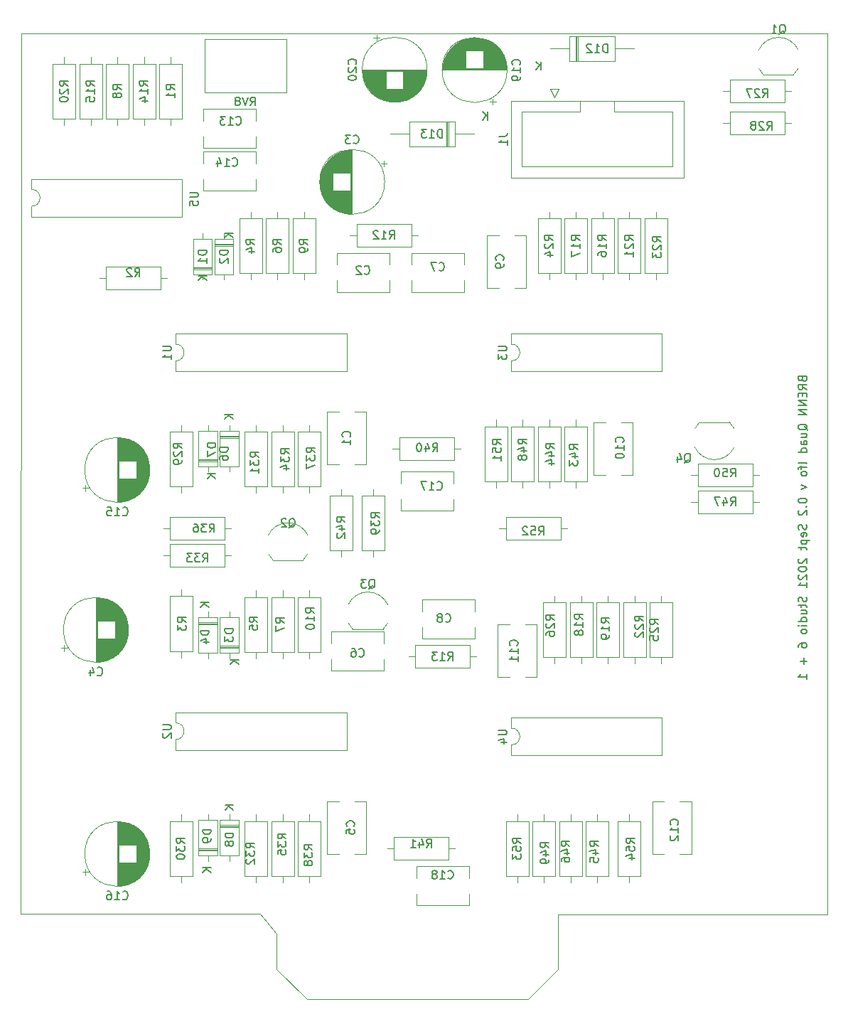
<source format=gbr>
%TF.GenerationSoftware,KiCad,Pcbnew,(5.1.9)-1*%
%TF.CreationDate,2021-09-12T20:22:20+01:00*%
%TF.ProjectId,KOSMOS LFO6,4b4f534d-4f53-4204-9c46-4f362e6b6963,rev?*%
%TF.SameCoordinates,Original*%
%TF.FileFunction,Legend,Bot*%
%TF.FilePolarity,Positive*%
%FSLAX46Y46*%
G04 Gerber Fmt 4.6, Leading zero omitted, Abs format (unit mm)*
G04 Created by KiCad (PCBNEW (5.1.9)-1) date 2021-09-12 20:22:20*
%MOMM*%
%LPD*%
G01*
G04 APERTURE LIST*
%ADD10C,0.150000*%
%TA.AperFunction,Profile*%
%ADD11C,0.050000*%
%TD*%
%ADD12C,0.120000*%
G04 APERTURE END LIST*
D10*
X113034571Y-61141333D02*
X113082190Y-61284190D01*
X113129809Y-61331809D01*
X113225047Y-61379428D01*
X113367904Y-61379428D01*
X113463142Y-61331809D01*
X113510761Y-61284190D01*
X113558380Y-61188952D01*
X113558380Y-60808000D01*
X112558380Y-60808000D01*
X112558380Y-61141333D01*
X112606000Y-61236571D01*
X112653619Y-61284190D01*
X112748857Y-61331809D01*
X112844095Y-61331809D01*
X112939333Y-61284190D01*
X112986952Y-61236571D01*
X113034571Y-61141333D01*
X113034571Y-60808000D01*
X113558380Y-62379428D02*
X113082190Y-62046095D01*
X113558380Y-61808000D02*
X112558380Y-61808000D01*
X112558380Y-62188952D01*
X112606000Y-62284190D01*
X112653619Y-62331809D01*
X112748857Y-62379428D01*
X112891714Y-62379428D01*
X112986952Y-62331809D01*
X113034571Y-62284190D01*
X113082190Y-62188952D01*
X113082190Y-61808000D01*
X113034571Y-62808000D02*
X113034571Y-63141333D01*
X113558380Y-63284190D02*
X113558380Y-62808000D01*
X112558380Y-62808000D01*
X112558380Y-63284190D01*
X113558380Y-63712761D02*
X112558380Y-63712761D01*
X113558380Y-64284190D01*
X112558380Y-64284190D01*
X113558380Y-64760380D02*
X112558380Y-64760380D01*
X113558380Y-65331809D01*
X112558380Y-65331809D01*
X113653619Y-67236571D02*
X113606000Y-67141333D01*
X113510761Y-67046095D01*
X113367904Y-66903238D01*
X113320285Y-66808000D01*
X113320285Y-66712761D01*
X113558380Y-66760380D02*
X113510761Y-66665142D01*
X113415523Y-66569904D01*
X113225047Y-66522285D01*
X112891714Y-66522285D01*
X112701238Y-66569904D01*
X112606000Y-66665142D01*
X112558380Y-66760380D01*
X112558380Y-66950857D01*
X112606000Y-67046095D01*
X112701238Y-67141333D01*
X112891714Y-67188952D01*
X113225047Y-67188952D01*
X113415523Y-67141333D01*
X113510761Y-67046095D01*
X113558380Y-66950857D01*
X113558380Y-66760380D01*
X112891714Y-68046095D02*
X113558380Y-68046095D01*
X112891714Y-67617523D02*
X113415523Y-67617523D01*
X113510761Y-67665142D01*
X113558380Y-67760380D01*
X113558380Y-67903238D01*
X113510761Y-67998476D01*
X113463142Y-68046095D01*
X113558380Y-68950857D02*
X113034571Y-68950857D01*
X112939333Y-68903238D01*
X112891714Y-68808000D01*
X112891714Y-68617523D01*
X112939333Y-68522285D01*
X113510761Y-68950857D02*
X113558380Y-68855619D01*
X113558380Y-68617523D01*
X113510761Y-68522285D01*
X113415523Y-68474666D01*
X113320285Y-68474666D01*
X113225047Y-68522285D01*
X113177428Y-68617523D01*
X113177428Y-68855619D01*
X113129809Y-68950857D01*
X113558380Y-69855619D02*
X112558380Y-69855619D01*
X113510761Y-69855619D02*
X113558380Y-69760380D01*
X113558380Y-69569904D01*
X113510761Y-69474666D01*
X113463142Y-69427047D01*
X113367904Y-69379428D01*
X113082190Y-69379428D01*
X112986952Y-69427047D01*
X112939333Y-69474666D01*
X112891714Y-69569904D01*
X112891714Y-69760380D01*
X112939333Y-69855619D01*
X113558380Y-71236571D02*
X113510761Y-71141333D01*
X113415523Y-71093714D01*
X112558380Y-71093714D01*
X112891714Y-71474666D02*
X112891714Y-71855619D01*
X113558380Y-71617523D02*
X112701238Y-71617523D01*
X112606000Y-71665142D01*
X112558380Y-71760380D01*
X112558380Y-71855619D01*
X113558380Y-72331809D02*
X113510761Y-72236571D01*
X113463142Y-72188952D01*
X113367904Y-72141333D01*
X113082190Y-72141333D01*
X112986952Y-72188952D01*
X112939333Y-72236571D01*
X112891714Y-72331809D01*
X112891714Y-72474666D01*
X112939333Y-72569904D01*
X112986952Y-72617523D01*
X113082190Y-72665142D01*
X113367904Y-72665142D01*
X113463142Y-72617523D01*
X113510761Y-72569904D01*
X113558380Y-72474666D01*
X113558380Y-72331809D01*
X112891714Y-73760380D02*
X113558380Y-73998476D01*
X112891714Y-74236571D01*
X112558380Y-75569904D02*
X112558380Y-75665142D01*
X112606000Y-75760380D01*
X112653619Y-75807999D01*
X112748857Y-75855619D01*
X112939333Y-75903238D01*
X113177428Y-75903238D01*
X113367904Y-75855619D01*
X113463142Y-75807999D01*
X113510761Y-75760380D01*
X113558380Y-75665142D01*
X113558380Y-75569904D01*
X113510761Y-75474666D01*
X113463142Y-75427047D01*
X113367904Y-75379428D01*
X113177428Y-75331809D01*
X112939333Y-75331809D01*
X112748857Y-75379428D01*
X112653619Y-75427047D01*
X112606000Y-75474666D01*
X112558380Y-75569904D01*
X113463142Y-76331809D02*
X113510761Y-76379428D01*
X113558380Y-76331809D01*
X113510761Y-76284190D01*
X113463142Y-76331809D01*
X113558380Y-76331809D01*
X112653619Y-76760380D02*
X112606000Y-76807999D01*
X112558380Y-76903238D01*
X112558380Y-77141333D01*
X112606000Y-77236571D01*
X112653619Y-77284190D01*
X112748857Y-77331809D01*
X112844095Y-77331809D01*
X112986952Y-77284190D01*
X113558380Y-76712761D01*
X113558380Y-77331809D01*
X113510761Y-78474666D02*
X113558380Y-78617523D01*
X113558380Y-78855619D01*
X113510761Y-78950857D01*
X113463142Y-78998476D01*
X113367904Y-79046095D01*
X113272666Y-79046095D01*
X113177428Y-78998476D01*
X113129809Y-78950857D01*
X113082190Y-78855619D01*
X113034571Y-78665142D01*
X112986952Y-78569904D01*
X112939333Y-78522285D01*
X112844095Y-78474666D01*
X112748857Y-78474666D01*
X112653619Y-78522285D01*
X112606000Y-78569904D01*
X112558380Y-78665142D01*
X112558380Y-78903238D01*
X112606000Y-79046095D01*
X113510761Y-79855619D02*
X113558380Y-79760380D01*
X113558380Y-79569904D01*
X113510761Y-79474666D01*
X113415523Y-79427047D01*
X113034571Y-79427047D01*
X112939333Y-79474666D01*
X112891714Y-79569904D01*
X112891714Y-79760380D01*
X112939333Y-79855619D01*
X113034571Y-79903238D01*
X113129809Y-79903238D01*
X113225047Y-79427047D01*
X112891714Y-80331809D02*
X113891714Y-80331809D01*
X112939333Y-80331809D02*
X112891714Y-80427047D01*
X112891714Y-80617523D01*
X112939333Y-80712761D01*
X112986952Y-80760380D01*
X113082190Y-80807999D01*
X113367904Y-80807999D01*
X113463142Y-80760380D01*
X113510761Y-80712761D01*
X113558380Y-80617523D01*
X113558380Y-80427047D01*
X113510761Y-80331809D01*
X112891714Y-81093714D02*
X112891714Y-81474666D01*
X112558380Y-81236571D02*
X113415523Y-81236571D01*
X113510761Y-81284190D01*
X113558380Y-81379428D01*
X113558380Y-81474666D01*
X112653619Y-82522285D02*
X112606000Y-82569904D01*
X112558380Y-82665142D01*
X112558380Y-82903238D01*
X112606000Y-82998476D01*
X112653619Y-83046095D01*
X112748857Y-83093714D01*
X112844095Y-83093714D01*
X112986952Y-83046095D01*
X113558380Y-82474666D01*
X113558380Y-83093714D01*
X112558380Y-83712761D02*
X112558380Y-83807999D01*
X112606000Y-83903238D01*
X112653619Y-83950857D01*
X112748857Y-83998476D01*
X112939333Y-84046095D01*
X113177428Y-84046095D01*
X113367904Y-83998476D01*
X113463142Y-83950857D01*
X113510761Y-83903238D01*
X113558380Y-83807999D01*
X113558380Y-83712761D01*
X113510761Y-83617523D01*
X113463142Y-83569904D01*
X113367904Y-83522285D01*
X113177428Y-83474666D01*
X112939333Y-83474666D01*
X112748857Y-83522285D01*
X112653619Y-83569904D01*
X112606000Y-83617523D01*
X112558380Y-83712761D01*
X112653619Y-84427047D02*
X112606000Y-84474666D01*
X112558380Y-84569904D01*
X112558380Y-84807999D01*
X112606000Y-84903238D01*
X112653619Y-84950857D01*
X112748857Y-84998476D01*
X112844095Y-84998476D01*
X112986952Y-84950857D01*
X113558380Y-84379428D01*
X113558380Y-84998476D01*
X113558380Y-85950857D02*
X113558380Y-85379428D01*
X113558380Y-85665142D02*
X112558380Y-85665142D01*
X112701238Y-85569904D01*
X112796476Y-85474666D01*
X112844095Y-85379428D01*
X113510761Y-87093714D02*
X113558380Y-87236571D01*
X113558380Y-87474666D01*
X113510761Y-87569904D01*
X113463142Y-87617523D01*
X113367904Y-87665142D01*
X113272666Y-87665142D01*
X113177428Y-87617523D01*
X113129809Y-87569904D01*
X113082190Y-87474666D01*
X113034571Y-87284190D01*
X112986952Y-87188952D01*
X112939333Y-87141333D01*
X112844095Y-87093714D01*
X112748857Y-87093714D01*
X112653619Y-87141333D01*
X112606000Y-87188952D01*
X112558380Y-87284190D01*
X112558380Y-87522285D01*
X112606000Y-87665142D01*
X112891714Y-87950857D02*
X112891714Y-88331809D01*
X112558380Y-88093714D02*
X113415523Y-88093714D01*
X113510761Y-88141333D01*
X113558380Y-88236571D01*
X113558380Y-88331809D01*
X112891714Y-89093714D02*
X113558380Y-89093714D01*
X112891714Y-88665142D02*
X113415523Y-88665142D01*
X113510761Y-88712761D01*
X113558380Y-88807999D01*
X113558380Y-88950857D01*
X113510761Y-89046095D01*
X113463142Y-89093714D01*
X113558380Y-89998476D02*
X112558380Y-89998476D01*
X113510761Y-89998476D02*
X113558380Y-89903238D01*
X113558380Y-89712761D01*
X113510761Y-89617523D01*
X113463142Y-89569904D01*
X113367904Y-89522285D01*
X113082190Y-89522285D01*
X112986952Y-89569904D01*
X112939333Y-89617523D01*
X112891714Y-89712761D01*
X112891714Y-89903238D01*
X112939333Y-89998476D01*
X113558380Y-90474666D02*
X112891714Y-90474666D01*
X112558380Y-90474666D02*
X112606000Y-90427047D01*
X112653619Y-90474666D01*
X112606000Y-90522285D01*
X112558380Y-90474666D01*
X112653619Y-90474666D01*
X113558380Y-91093714D02*
X113510761Y-90998476D01*
X113463142Y-90950857D01*
X113367904Y-90903238D01*
X113082190Y-90903238D01*
X112986952Y-90950857D01*
X112939333Y-90998476D01*
X112891714Y-91093714D01*
X112891714Y-91236571D01*
X112939333Y-91331809D01*
X112986952Y-91379428D01*
X113082190Y-91427047D01*
X113367904Y-91427047D01*
X113463142Y-91379428D01*
X113510761Y-91331809D01*
X113558380Y-91236571D01*
X113558380Y-91093714D01*
X112558380Y-93046095D02*
X112558380Y-92855619D01*
X112606000Y-92760380D01*
X112653619Y-92712761D01*
X112796476Y-92617523D01*
X112986952Y-92569904D01*
X113367904Y-92569904D01*
X113463142Y-92617523D01*
X113510761Y-92665142D01*
X113558380Y-92760380D01*
X113558380Y-92950857D01*
X113510761Y-93046095D01*
X113463142Y-93093714D01*
X113367904Y-93141333D01*
X113129809Y-93141333D01*
X113034571Y-93093714D01*
X112986952Y-93046095D01*
X112939333Y-92950857D01*
X112939333Y-92760380D01*
X112986952Y-92665142D01*
X113034571Y-92617523D01*
X113129809Y-92569904D01*
X113177428Y-94331809D02*
X113177428Y-95093714D01*
X113558380Y-94712761D02*
X112796476Y-94712761D01*
X113558380Y-96855619D02*
X113558380Y-96284190D01*
X113558380Y-96569904D02*
X112558380Y-96569904D01*
X112701238Y-96474666D01*
X112796476Y-96379428D01*
X112844095Y-96284190D01*
D11*
X50368000Y-127195000D02*
X48463000Y-124782000D01*
X83896000Y-131386000D02*
X80340000Y-135000000D01*
X83896000Y-124909000D02*
X83896000Y-131386000D01*
X116027000Y-124909000D02*
X83896000Y-124909000D01*
X50368000Y-131386000D02*
X54051000Y-135000000D01*
X50368000Y-127195000D02*
X50368000Y-131386000D01*
X19888000Y-124782000D02*
X48463000Y-124782000D01*
X54051000Y-135000000D02*
X80340000Y-135000000D01*
X20000000Y-20000000D02*
X116000000Y-20000000D01*
X116000000Y-20000000D02*
X116027000Y-124909000D01*
X20000000Y-20000000D02*
X19888000Y-124782000D01*
D12*
%TO.C,R17*%
X84685000Y-42010000D02*
X87425000Y-42010000D01*
X87425000Y-42010000D02*
X87425000Y-48550000D01*
X87425000Y-48550000D02*
X84685000Y-48550000D01*
X84685000Y-48550000D02*
X84685000Y-42010000D01*
X86055000Y-41240000D02*
X86055000Y-42010000D01*
X86055000Y-49320000D02*
X86055000Y-48550000D01*
%TO.C,C1*%
X57825000Y-65060000D02*
X56429000Y-65060000D01*
X61071000Y-65060000D02*
X59675000Y-65060000D01*
X57825000Y-71300000D02*
X56429000Y-71300000D01*
X61071000Y-71300000D02*
X59675000Y-71300000D01*
X56429000Y-71300000D02*
X56429000Y-65060000D01*
X61071000Y-71300000D02*
X61071000Y-65060000D01*
%TO.C,C2*%
X63815000Y-46134000D02*
X57575000Y-46134000D01*
X63815000Y-50776000D02*
X57575000Y-50776000D01*
X63815000Y-46134000D02*
X63815000Y-47530000D01*
X63815000Y-49380000D02*
X63815000Y-50776000D01*
X57575000Y-46134000D02*
X57575000Y-47530000D01*
X57575000Y-49380000D02*
X57575000Y-50776000D01*
%TO.C,C3*%
X63172211Y-35110000D02*
X63172211Y-35860000D01*
X63547211Y-35485000D02*
X62797211Y-35485000D01*
X55564000Y-37219000D02*
X55564000Y-38101000D01*
X55604000Y-36967000D02*
X55604000Y-38353000D01*
X55644000Y-36783000D02*
X55644000Y-38537000D01*
X55684000Y-36632000D02*
X55684000Y-38688000D01*
X55724000Y-36502000D02*
X55724000Y-38818000D01*
X55764000Y-36385000D02*
X55764000Y-38935000D01*
X55804000Y-36279000D02*
X55804000Y-39041000D01*
X55844000Y-36182000D02*
X55844000Y-39138000D01*
X55884000Y-36091000D02*
X55884000Y-39229000D01*
X55924000Y-36006000D02*
X55924000Y-39314000D01*
X55964000Y-35927000D02*
X55964000Y-39393000D01*
X56004000Y-35851000D02*
X56004000Y-39469000D01*
X56044000Y-35779000D02*
X56044000Y-39541000D01*
X56084000Y-35711000D02*
X56084000Y-39609000D01*
X56124000Y-35646000D02*
X56124000Y-39674000D01*
X56164000Y-35583000D02*
X56164000Y-39737000D01*
X56204000Y-35523000D02*
X56204000Y-39797000D01*
X56244000Y-35465000D02*
X56244000Y-39855000D01*
X56284000Y-35410000D02*
X56284000Y-39910000D01*
X56324000Y-35356000D02*
X56324000Y-39964000D01*
X56364000Y-35305000D02*
X56364000Y-40015000D01*
X56404000Y-35255000D02*
X56404000Y-40065000D01*
X56444000Y-35206000D02*
X56444000Y-40114000D01*
X56484000Y-35160000D02*
X56484000Y-40160000D01*
X56524000Y-35114000D02*
X56524000Y-40206000D01*
X56564000Y-35071000D02*
X56564000Y-40249000D01*
X56604000Y-35028000D02*
X56604000Y-40292000D01*
X56644000Y-34987000D02*
X56644000Y-40333000D01*
X56684000Y-34947000D02*
X56684000Y-40373000D01*
X56724000Y-34908000D02*
X56724000Y-40412000D01*
X56764000Y-34870000D02*
X56764000Y-40450000D01*
X56804000Y-34833000D02*
X56804000Y-40487000D01*
X56844000Y-34797000D02*
X56844000Y-40523000D01*
X56884000Y-34762000D02*
X56884000Y-40558000D01*
X56924000Y-34729000D02*
X56924000Y-40591000D01*
X56964000Y-34696000D02*
X56964000Y-40624000D01*
X57004000Y-34664000D02*
X57004000Y-40656000D01*
X57044000Y-34632000D02*
X57044000Y-40688000D01*
X57084000Y-34602000D02*
X57084000Y-40718000D01*
X57124000Y-38700000D02*
X57124000Y-40748000D01*
X57124000Y-34572000D02*
X57124000Y-36620000D01*
X57164000Y-38700000D02*
X57164000Y-40776000D01*
X57164000Y-34544000D02*
X57164000Y-36620000D01*
X57204000Y-38700000D02*
X57204000Y-40804000D01*
X57204000Y-34516000D02*
X57204000Y-36620000D01*
X57244000Y-38700000D02*
X57244000Y-40832000D01*
X57244000Y-34488000D02*
X57244000Y-36620000D01*
X57284000Y-38700000D02*
X57284000Y-40858000D01*
X57284000Y-34462000D02*
X57284000Y-36620000D01*
X57324000Y-38700000D02*
X57324000Y-40884000D01*
X57324000Y-34436000D02*
X57324000Y-36620000D01*
X57364000Y-38700000D02*
X57364000Y-40909000D01*
X57364000Y-34411000D02*
X57364000Y-36620000D01*
X57404000Y-38700000D02*
X57404000Y-40934000D01*
X57404000Y-34386000D02*
X57404000Y-36620000D01*
X57444000Y-38700000D02*
X57444000Y-40957000D01*
X57444000Y-34363000D02*
X57444000Y-36620000D01*
X57484000Y-38700000D02*
X57484000Y-40981000D01*
X57484000Y-34339000D02*
X57484000Y-36620000D01*
X57524000Y-38700000D02*
X57524000Y-41003000D01*
X57524000Y-34317000D02*
X57524000Y-36620000D01*
X57564000Y-38700000D02*
X57564000Y-41025000D01*
X57564000Y-34295000D02*
X57564000Y-36620000D01*
X57604000Y-38700000D02*
X57604000Y-41046000D01*
X57604000Y-34274000D02*
X57604000Y-36620000D01*
X57644000Y-38700000D02*
X57644000Y-41067000D01*
X57644000Y-34253000D02*
X57644000Y-36620000D01*
X57684000Y-38700000D02*
X57684000Y-41087000D01*
X57684000Y-34233000D02*
X57684000Y-36620000D01*
X57724000Y-38700000D02*
X57724000Y-41107000D01*
X57724000Y-34213000D02*
X57724000Y-36620000D01*
X57764000Y-38700000D02*
X57764000Y-41126000D01*
X57764000Y-34194000D02*
X57764000Y-36620000D01*
X57804000Y-38700000D02*
X57804000Y-41144000D01*
X57804000Y-34176000D02*
X57804000Y-36620000D01*
X57844000Y-38700000D02*
X57844000Y-41162000D01*
X57844000Y-34158000D02*
X57844000Y-36620000D01*
X57884000Y-38700000D02*
X57884000Y-41180000D01*
X57884000Y-34140000D02*
X57884000Y-36620000D01*
X57924000Y-38700000D02*
X57924000Y-41196000D01*
X57924000Y-34124000D02*
X57924000Y-36620000D01*
X57964000Y-38700000D02*
X57964000Y-41213000D01*
X57964000Y-34107000D02*
X57964000Y-36620000D01*
X58004000Y-38700000D02*
X58004000Y-41228000D01*
X58004000Y-34092000D02*
X58004000Y-36620000D01*
X58044000Y-38700000D02*
X58044000Y-41244000D01*
X58044000Y-34076000D02*
X58044000Y-36620000D01*
X58084000Y-38700000D02*
X58084000Y-41258000D01*
X58084000Y-34062000D02*
X58084000Y-36620000D01*
X58124000Y-38700000D02*
X58124000Y-41273000D01*
X58124000Y-34047000D02*
X58124000Y-36620000D01*
X58164000Y-38700000D02*
X58164000Y-41286000D01*
X58164000Y-34034000D02*
X58164000Y-36620000D01*
X58204000Y-38700000D02*
X58204000Y-41300000D01*
X58204000Y-34020000D02*
X58204000Y-36620000D01*
X58244000Y-38700000D02*
X58244000Y-41313000D01*
X58244000Y-34007000D02*
X58244000Y-36620000D01*
X58284000Y-38700000D02*
X58284000Y-41325000D01*
X58284000Y-33995000D02*
X58284000Y-36620000D01*
X58324000Y-38700000D02*
X58324000Y-41337000D01*
X58324000Y-33983000D02*
X58324000Y-36620000D01*
X58364000Y-38700000D02*
X58364000Y-41348000D01*
X58364000Y-33972000D02*
X58364000Y-36620000D01*
X58404000Y-38700000D02*
X58404000Y-41359000D01*
X58404000Y-33961000D02*
X58404000Y-36620000D01*
X58444000Y-38700000D02*
X58444000Y-41370000D01*
X58444000Y-33950000D02*
X58444000Y-36620000D01*
X58484000Y-38700000D02*
X58484000Y-41380000D01*
X58484000Y-33940000D02*
X58484000Y-36620000D01*
X58524000Y-38700000D02*
X58524000Y-41389000D01*
X58524000Y-33931000D02*
X58524000Y-36620000D01*
X58564000Y-38700000D02*
X58564000Y-41398000D01*
X58564000Y-33922000D02*
X58564000Y-36620000D01*
X58604000Y-38700000D02*
X58604000Y-41407000D01*
X58604000Y-33913000D02*
X58604000Y-36620000D01*
X58644000Y-38700000D02*
X58644000Y-41415000D01*
X58644000Y-33905000D02*
X58644000Y-36620000D01*
X58684000Y-38700000D02*
X58684000Y-41423000D01*
X58684000Y-33897000D02*
X58684000Y-36620000D01*
X58725000Y-38700000D02*
X58725000Y-41430000D01*
X58725000Y-33890000D02*
X58725000Y-36620000D01*
X58765000Y-38700000D02*
X58765000Y-41437000D01*
X58765000Y-33883000D02*
X58765000Y-36620000D01*
X58805000Y-38700000D02*
X58805000Y-41444000D01*
X58805000Y-33876000D02*
X58805000Y-36620000D01*
X58845000Y-38700000D02*
X58845000Y-41450000D01*
X58845000Y-33870000D02*
X58845000Y-36620000D01*
X58885000Y-38700000D02*
X58885000Y-41455000D01*
X58885000Y-33865000D02*
X58885000Y-36620000D01*
X58925000Y-38700000D02*
X58925000Y-41461000D01*
X58925000Y-33859000D02*
X58925000Y-36620000D01*
X58965000Y-38700000D02*
X58965000Y-41465000D01*
X58965000Y-33855000D02*
X58965000Y-36620000D01*
X59005000Y-38700000D02*
X59005000Y-41470000D01*
X59005000Y-33850000D02*
X59005000Y-36620000D01*
X59045000Y-38700000D02*
X59045000Y-41474000D01*
X59045000Y-33846000D02*
X59045000Y-36620000D01*
X59085000Y-38700000D02*
X59085000Y-41477000D01*
X59085000Y-33843000D02*
X59085000Y-36620000D01*
X59125000Y-38700000D02*
X59125000Y-41480000D01*
X59125000Y-33840000D02*
X59125000Y-36620000D01*
X59165000Y-38700000D02*
X59165000Y-41483000D01*
X59165000Y-33837000D02*
X59165000Y-36620000D01*
X59205000Y-33835000D02*
X59205000Y-41485000D01*
X59245000Y-33833000D02*
X59245000Y-41487000D01*
X59285000Y-33831000D02*
X59285000Y-41489000D01*
X59325000Y-33830000D02*
X59325000Y-41490000D01*
X59365000Y-33830000D02*
X59365000Y-41490000D01*
X59405000Y-33830000D02*
X59405000Y-41490000D01*
X63275000Y-37660000D02*
G75*
G03*
X63275000Y-37660000I-3870000J0D01*
G01*
%TO.C,C4*%
X32755000Y-91000000D02*
G75*
G03*
X32755000Y-91000000I-3870000J0D01*
G01*
X28885000Y-94830000D02*
X28885000Y-87170000D01*
X28925000Y-94830000D02*
X28925000Y-87170000D01*
X28965000Y-94830000D02*
X28965000Y-87170000D01*
X29005000Y-94829000D02*
X29005000Y-87171000D01*
X29045000Y-94827000D02*
X29045000Y-87173000D01*
X29085000Y-94825000D02*
X29085000Y-87175000D01*
X29125000Y-94823000D02*
X29125000Y-92040000D01*
X29125000Y-89960000D02*
X29125000Y-87177000D01*
X29165000Y-94820000D02*
X29165000Y-92040000D01*
X29165000Y-89960000D02*
X29165000Y-87180000D01*
X29205000Y-94817000D02*
X29205000Y-92040000D01*
X29205000Y-89960000D02*
X29205000Y-87183000D01*
X29245000Y-94814000D02*
X29245000Y-92040000D01*
X29245000Y-89960000D02*
X29245000Y-87186000D01*
X29285000Y-94810000D02*
X29285000Y-92040000D01*
X29285000Y-89960000D02*
X29285000Y-87190000D01*
X29325000Y-94805000D02*
X29325000Y-92040000D01*
X29325000Y-89960000D02*
X29325000Y-87195000D01*
X29365000Y-94801000D02*
X29365000Y-92040000D01*
X29365000Y-89960000D02*
X29365000Y-87199000D01*
X29405000Y-94795000D02*
X29405000Y-92040000D01*
X29405000Y-89960000D02*
X29405000Y-87205000D01*
X29445000Y-94790000D02*
X29445000Y-92040000D01*
X29445000Y-89960000D02*
X29445000Y-87210000D01*
X29485000Y-94784000D02*
X29485000Y-92040000D01*
X29485000Y-89960000D02*
X29485000Y-87216000D01*
X29525000Y-94777000D02*
X29525000Y-92040000D01*
X29525000Y-89960000D02*
X29525000Y-87223000D01*
X29565000Y-94770000D02*
X29565000Y-92040000D01*
X29565000Y-89960000D02*
X29565000Y-87230000D01*
X29606000Y-94763000D02*
X29606000Y-92040000D01*
X29606000Y-89960000D02*
X29606000Y-87237000D01*
X29646000Y-94755000D02*
X29646000Y-92040000D01*
X29646000Y-89960000D02*
X29646000Y-87245000D01*
X29686000Y-94747000D02*
X29686000Y-92040000D01*
X29686000Y-89960000D02*
X29686000Y-87253000D01*
X29726000Y-94738000D02*
X29726000Y-92040000D01*
X29726000Y-89960000D02*
X29726000Y-87262000D01*
X29766000Y-94729000D02*
X29766000Y-92040000D01*
X29766000Y-89960000D02*
X29766000Y-87271000D01*
X29806000Y-94720000D02*
X29806000Y-92040000D01*
X29806000Y-89960000D02*
X29806000Y-87280000D01*
X29846000Y-94710000D02*
X29846000Y-92040000D01*
X29846000Y-89960000D02*
X29846000Y-87290000D01*
X29886000Y-94699000D02*
X29886000Y-92040000D01*
X29886000Y-89960000D02*
X29886000Y-87301000D01*
X29926000Y-94688000D02*
X29926000Y-92040000D01*
X29926000Y-89960000D02*
X29926000Y-87312000D01*
X29966000Y-94677000D02*
X29966000Y-92040000D01*
X29966000Y-89960000D02*
X29966000Y-87323000D01*
X30006000Y-94665000D02*
X30006000Y-92040000D01*
X30006000Y-89960000D02*
X30006000Y-87335000D01*
X30046000Y-94653000D02*
X30046000Y-92040000D01*
X30046000Y-89960000D02*
X30046000Y-87347000D01*
X30086000Y-94640000D02*
X30086000Y-92040000D01*
X30086000Y-89960000D02*
X30086000Y-87360000D01*
X30126000Y-94626000D02*
X30126000Y-92040000D01*
X30126000Y-89960000D02*
X30126000Y-87374000D01*
X30166000Y-94613000D02*
X30166000Y-92040000D01*
X30166000Y-89960000D02*
X30166000Y-87387000D01*
X30206000Y-94598000D02*
X30206000Y-92040000D01*
X30206000Y-89960000D02*
X30206000Y-87402000D01*
X30246000Y-94584000D02*
X30246000Y-92040000D01*
X30246000Y-89960000D02*
X30246000Y-87416000D01*
X30286000Y-94568000D02*
X30286000Y-92040000D01*
X30286000Y-89960000D02*
X30286000Y-87432000D01*
X30326000Y-94553000D02*
X30326000Y-92040000D01*
X30326000Y-89960000D02*
X30326000Y-87447000D01*
X30366000Y-94536000D02*
X30366000Y-92040000D01*
X30366000Y-89960000D02*
X30366000Y-87464000D01*
X30406000Y-94520000D02*
X30406000Y-92040000D01*
X30406000Y-89960000D02*
X30406000Y-87480000D01*
X30446000Y-94502000D02*
X30446000Y-92040000D01*
X30446000Y-89960000D02*
X30446000Y-87498000D01*
X30486000Y-94484000D02*
X30486000Y-92040000D01*
X30486000Y-89960000D02*
X30486000Y-87516000D01*
X30526000Y-94466000D02*
X30526000Y-92040000D01*
X30526000Y-89960000D02*
X30526000Y-87534000D01*
X30566000Y-94447000D02*
X30566000Y-92040000D01*
X30566000Y-89960000D02*
X30566000Y-87553000D01*
X30606000Y-94427000D02*
X30606000Y-92040000D01*
X30606000Y-89960000D02*
X30606000Y-87573000D01*
X30646000Y-94407000D02*
X30646000Y-92040000D01*
X30646000Y-89960000D02*
X30646000Y-87593000D01*
X30686000Y-94386000D02*
X30686000Y-92040000D01*
X30686000Y-89960000D02*
X30686000Y-87614000D01*
X30726000Y-94365000D02*
X30726000Y-92040000D01*
X30726000Y-89960000D02*
X30726000Y-87635000D01*
X30766000Y-94343000D02*
X30766000Y-92040000D01*
X30766000Y-89960000D02*
X30766000Y-87657000D01*
X30806000Y-94321000D02*
X30806000Y-92040000D01*
X30806000Y-89960000D02*
X30806000Y-87679000D01*
X30846000Y-94297000D02*
X30846000Y-92040000D01*
X30846000Y-89960000D02*
X30846000Y-87703000D01*
X30886000Y-94274000D02*
X30886000Y-92040000D01*
X30886000Y-89960000D02*
X30886000Y-87726000D01*
X30926000Y-94249000D02*
X30926000Y-92040000D01*
X30926000Y-89960000D02*
X30926000Y-87751000D01*
X30966000Y-94224000D02*
X30966000Y-92040000D01*
X30966000Y-89960000D02*
X30966000Y-87776000D01*
X31006000Y-94198000D02*
X31006000Y-92040000D01*
X31006000Y-89960000D02*
X31006000Y-87802000D01*
X31046000Y-94172000D02*
X31046000Y-92040000D01*
X31046000Y-89960000D02*
X31046000Y-87828000D01*
X31086000Y-94144000D02*
X31086000Y-92040000D01*
X31086000Y-89960000D02*
X31086000Y-87856000D01*
X31126000Y-94116000D02*
X31126000Y-92040000D01*
X31126000Y-89960000D02*
X31126000Y-87884000D01*
X31166000Y-94088000D02*
X31166000Y-92040000D01*
X31166000Y-89960000D02*
X31166000Y-87912000D01*
X31206000Y-94058000D02*
X31206000Y-87942000D01*
X31246000Y-94028000D02*
X31246000Y-87972000D01*
X31286000Y-93996000D02*
X31286000Y-88004000D01*
X31326000Y-93964000D02*
X31326000Y-88036000D01*
X31366000Y-93931000D02*
X31366000Y-88069000D01*
X31406000Y-93898000D02*
X31406000Y-88102000D01*
X31446000Y-93863000D02*
X31446000Y-88137000D01*
X31486000Y-93827000D02*
X31486000Y-88173000D01*
X31526000Y-93790000D02*
X31526000Y-88210000D01*
X31566000Y-93752000D02*
X31566000Y-88248000D01*
X31606000Y-93713000D02*
X31606000Y-88287000D01*
X31646000Y-93673000D02*
X31646000Y-88327000D01*
X31686000Y-93632000D02*
X31686000Y-88368000D01*
X31726000Y-93589000D02*
X31726000Y-88411000D01*
X31766000Y-93546000D02*
X31766000Y-88454000D01*
X31806000Y-93500000D02*
X31806000Y-88500000D01*
X31846000Y-93454000D02*
X31846000Y-88546000D01*
X31886000Y-93405000D02*
X31886000Y-88595000D01*
X31926000Y-93355000D02*
X31926000Y-88645000D01*
X31966000Y-93304000D02*
X31966000Y-88696000D01*
X32006000Y-93250000D02*
X32006000Y-88750000D01*
X32046000Y-93195000D02*
X32046000Y-88805000D01*
X32086000Y-93137000D02*
X32086000Y-88863000D01*
X32126000Y-93077000D02*
X32126000Y-88923000D01*
X32166000Y-93014000D02*
X32166000Y-88986000D01*
X32206000Y-92949000D02*
X32206000Y-89051000D01*
X32246000Y-92881000D02*
X32246000Y-89119000D01*
X32286000Y-92809000D02*
X32286000Y-89191000D01*
X32326000Y-92733000D02*
X32326000Y-89267000D01*
X32366000Y-92654000D02*
X32366000Y-89346000D01*
X32406000Y-92569000D02*
X32406000Y-89431000D01*
X32446000Y-92478000D02*
X32446000Y-89522000D01*
X32486000Y-92381000D02*
X32486000Y-89619000D01*
X32526000Y-92275000D02*
X32526000Y-89725000D01*
X32566000Y-92158000D02*
X32566000Y-89842000D01*
X32606000Y-92028000D02*
X32606000Y-89972000D01*
X32646000Y-91877000D02*
X32646000Y-90123000D01*
X32686000Y-91693000D02*
X32686000Y-90307000D01*
X32726000Y-91441000D02*
X32726000Y-90559000D01*
X24742789Y-93175000D02*
X25492789Y-93175000D01*
X25117789Y-93550000D02*
X25117789Y-92800000D01*
%TO.C,C5*%
X57825000Y-111415000D02*
X56429000Y-111415000D01*
X61071000Y-111415000D02*
X59675000Y-111415000D01*
X57825000Y-117655000D02*
X56429000Y-117655000D01*
X61071000Y-117655000D02*
X59675000Y-117655000D01*
X56429000Y-117655000D02*
X56429000Y-111415000D01*
X61071000Y-117655000D02*
X61071000Y-111415000D01*
%TO.C,C6*%
X63180000Y-91219000D02*
X56940000Y-91219000D01*
X63180000Y-95861000D02*
X56940000Y-95861000D01*
X63180000Y-91219000D02*
X63180000Y-92615000D01*
X63180000Y-94465000D02*
X63180000Y-95861000D01*
X56940000Y-91219000D02*
X56940000Y-92615000D01*
X56940000Y-94465000D02*
X56940000Y-95861000D01*
%TO.C,C7*%
X72705000Y-46134000D02*
X66465000Y-46134000D01*
X72705000Y-50776000D02*
X66465000Y-50776000D01*
X72705000Y-46134000D02*
X72705000Y-47530000D01*
X72705000Y-49380000D02*
X72705000Y-50776000D01*
X66465000Y-46134000D02*
X66465000Y-47530000D01*
X66465000Y-49380000D02*
X66465000Y-50776000D01*
%TO.C,C8*%
X73975000Y-87409000D02*
X67735000Y-87409000D01*
X73975000Y-92051000D02*
X67735000Y-92051000D01*
X73975000Y-87409000D02*
X73975000Y-88805000D01*
X73975000Y-90655000D02*
X73975000Y-92051000D01*
X67735000Y-87409000D02*
X67735000Y-88805000D01*
X67735000Y-90655000D02*
X67735000Y-92051000D01*
%TO.C,C9*%
X78725000Y-50265000D02*
X80121000Y-50265000D01*
X75479000Y-50265000D02*
X76875000Y-50265000D01*
X78725000Y-44025000D02*
X80121000Y-44025000D01*
X75479000Y-44025000D02*
X76875000Y-44025000D01*
X80121000Y-44025000D02*
X80121000Y-50265000D01*
X75479000Y-44025000D02*
X75479000Y-50265000D01*
%TO.C,C10*%
X92821000Y-72570000D02*
X92821000Y-66330000D01*
X88179000Y-72570000D02*
X88179000Y-66330000D01*
X92821000Y-72570000D02*
X91425000Y-72570000D01*
X89575000Y-72570000D02*
X88179000Y-72570000D01*
X92821000Y-66330000D02*
X91425000Y-66330000D01*
X89575000Y-66330000D02*
X88179000Y-66330000D01*
%TO.C,C11*%
X79995000Y-96620000D02*
X81391000Y-96620000D01*
X76749000Y-96620000D02*
X78145000Y-96620000D01*
X79995000Y-90380000D02*
X81391000Y-90380000D01*
X76749000Y-90380000D02*
X78145000Y-90380000D01*
X81391000Y-90380000D02*
X81391000Y-96620000D01*
X76749000Y-90380000D02*
X76749000Y-96620000D01*
%TO.C,C12*%
X99806000Y-117655000D02*
X99806000Y-111415000D01*
X95164000Y-117655000D02*
X95164000Y-111415000D01*
X99806000Y-117655000D02*
X98410000Y-117655000D01*
X96560000Y-117655000D02*
X95164000Y-117655000D01*
X99806000Y-111415000D02*
X98410000Y-111415000D01*
X96560000Y-111415000D02*
X95164000Y-111415000D01*
%TO.C,C13*%
X47940000Y-28989000D02*
X41700000Y-28989000D01*
X47940000Y-33631000D02*
X41700000Y-33631000D01*
X47940000Y-28989000D02*
X47940000Y-30385000D01*
X47940000Y-32235000D02*
X47940000Y-33631000D01*
X41700000Y-28989000D02*
X41700000Y-30385000D01*
X41700000Y-32235000D02*
X41700000Y-33631000D01*
%TO.C,C14*%
X41700000Y-37315000D02*
X41700000Y-38711000D01*
X41700000Y-34069000D02*
X41700000Y-35465000D01*
X47940000Y-37315000D02*
X47940000Y-38711000D01*
X47940000Y-34069000D02*
X47940000Y-35465000D01*
X47940000Y-38711000D02*
X41700000Y-38711000D01*
X47940000Y-34069000D02*
X41700000Y-34069000D01*
%TO.C,C15*%
X27657789Y-74500000D02*
X27657789Y-73750000D01*
X27282789Y-74125000D02*
X28032789Y-74125000D01*
X35266000Y-72391000D02*
X35266000Y-71509000D01*
X35226000Y-72643000D02*
X35226000Y-71257000D01*
X35186000Y-72827000D02*
X35186000Y-71073000D01*
X35146000Y-72978000D02*
X35146000Y-70922000D01*
X35106000Y-73108000D02*
X35106000Y-70792000D01*
X35066000Y-73225000D02*
X35066000Y-70675000D01*
X35026000Y-73331000D02*
X35026000Y-70569000D01*
X34986000Y-73428000D02*
X34986000Y-70472000D01*
X34946000Y-73519000D02*
X34946000Y-70381000D01*
X34906000Y-73604000D02*
X34906000Y-70296000D01*
X34866000Y-73683000D02*
X34866000Y-70217000D01*
X34826000Y-73759000D02*
X34826000Y-70141000D01*
X34786000Y-73831000D02*
X34786000Y-70069000D01*
X34746000Y-73899000D02*
X34746000Y-70001000D01*
X34706000Y-73964000D02*
X34706000Y-69936000D01*
X34666000Y-74027000D02*
X34666000Y-69873000D01*
X34626000Y-74087000D02*
X34626000Y-69813000D01*
X34586000Y-74145000D02*
X34586000Y-69755000D01*
X34546000Y-74200000D02*
X34546000Y-69700000D01*
X34506000Y-74254000D02*
X34506000Y-69646000D01*
X34466000Y-74305000D02*
X34466000Y-69595000D01*
X34426000Y-74355000D02*
X34426000Y-69545000D01*
X34386000Y-74404000D02*
X34386000Y-69496000D01*
X34346000Y-74450000D02*
X34346000Y-69450000D01*
X34306000Y-74496000D02*
X34306000Y-69404000D01*
X34266000Y-74539000D02*
X34266000Y-69361000D01*
X34226000Y-74582000D02*
X34226000Y-69318000D01*
X34186000Y-74623000D02*
X34186000Y-69277000D01*
X34146000Y-74663000D02*
X34146000Y-69237000D01*
X34106000Y-74702000D02*
X34106000Y-69198000D01*
X34066000Y-74740000D02*
X34066000Y-69160000D01*
X34026000Y-74777000D02*
X34026000Y-69123000D01*
X33986000Y-74813000D02*
X33986000Y-69087000D01*
X33946000Y-74848000D02*
X33946000Y-69052000D01*
X33906000Y-74881000D02*
X33906000Y-69019000D01*
X33866000Y-74914000D02*
X33866000Y-68986000D01*
X33826000Y-74946000D02*
X33826000Y-68954000D01*
X33786000Y-74978000D02*
X33786000Y-68922000D01*
X33746000Y-75008000D02*
X33746000Y-68892000D01*
X33706000Y-70910000D02*
X33706000Y-68862000D01*
X33706000Y-75038000D02*
X33706000Y-72990000D01*
X33666000Y-70910000D02*
X33666000Y-68834000D01*
X33666000Y-75066000D02*
X33666000Y-72990000D01*
X33626000Y-70910000D02*
X33626000Y-68806000D01*
X33626000Y-75094000D02*
X33626000Y-72990000D01*
X33586000Y-70910000D02*
X33586000Y-68778000D01*
X33586000Y-75122000D02*
X33586000Y-72990000D01*
X33546000Y-70910000D02*
X33546000Y-68752000D01*
X33546000Y-75148000D02*
X33546000Y-72990000D01*
X33506000Y-70910000D02*
X33506000Y-68726000D01*
X33506000Y-75174000D02*
X33506000Y-72990000D01*
X33466000Y-70910000D02*
X33466000Y-68701000D01*
X33466000Y-75199000D02*
X33466000Y-72990000D01*
X33426000Y-70910000D02*
X33426000Y-68676000D01*
X33426000Y-75224000D02*
X33426000Y-72990000D01*
X33386000Y-70910000D02*
X33386000Y-68653000D01*
X33386000Y-75247000D02*
X33386000Y-72990000D01*
X33346000Y-70910000D02*
X33346000Y-68629000D01*
X33346000Y-75271000D02*
X33346000Y-72990000D01*
X33306000Y-70910000D02*
X33306000Y-68607000D01*
X33306000Y-75293000D02*
X33306000Y-72990000D01*
X33266000Y-70910000D02*
X33266000Y-68585000D01*
X33266000Y-75315000D02*
X33266000Y-72990000D01*
X33226000Y-70910000D02*
X33226000Y-68564000D01*
X33226000Y-75336000D02*
X33226000Y-72990000D01*
X33186000Y-70910000D02*
X33186000Y-68543000D01*
X33186000Y-75357000D02*
X33186000Y-72990000D01*
X33146000Y-70910000D02*
X33146000Y-68523000D01*
X33146000Y-75377000D02*
X33146000Y-72990000D01*
X33106000Y-70910000D02*
X33106000Y-68503000D01*
X33106000Y-75397000D02*
X33106000Y-72990000D01*
X33066000Y-70910000D02*
X33066000Y-68484000D01*
X33066000Y-75416000D02*
X33066000Y-72990000D01*
X33026000Y-70910000D02*
X33026000Y-68466000D01*
X33026000Y-75434000D02*
X33026000Y-72990000D01*
X32986000Y-70910000D02*
X32986000Y-68448000D01*
X32986000Y-75452000D02*
X32986000Y-72990000D01*
X32946000Y-70910000D02*
X32946000Y-68430000D01*
X32946000Y-75470000D02*
X32946000Y-72990000D01*
X32906000Y-70910000D02*
X32906000Y-68414000D01*
X32906000Y-75486000D02*
X32906000Y-72990000D01*
X32866000Y-70910000D02*
X32866000Y-68397000D01*
X32866000Y-75503000D02*
X32866000Y-72990000D01*
X32826000Y-70910000D02*
X32826000Y-68382000D01*
X32826000Y-75518000D02*
X32826000Y-72990000D01*
X32786000Y-70910000D02*
X32786000Y-68366000D01*
X32786000Y-75534000D02*
X32786000Y-72990000D01*
X32746000Y-70910000D02*
X32746000Y-68352000D01*
X32746000Y-75548000D02*
X32746000Y-72990000D01*
X32706000Y-70910000D02*
X32706000Y-68337000D01*
X32706000Y-75563000D02*
X32706000Y-72990000D01*
X32666000Y-70910000D02*
X32666000Y-68324000D01*
X32666000Y-75576000D02*
X32666000Y-72990000D01*
X32626000Y-70910000D02*
X32626000Y-68310000D01*
X32626000Y-75590000D02*
X32626000Y-72990000D01*
X32586000Y-70910000D02*
X32586000Y-68297000D01*
X32586000Y-75603000D02*
X32586000Y-72990000D01*
X32546000Y-70910000D02*
X32546000Y-68285000D01*
X32546000Y-75615000D02*
X32546000Y-72990000D01*
X32506000Y-70910000D02*
X32506000Y-68273000D01*
X32506000Y-75627000D02*
X32506000Y-72990000D01*
X32466000Y-70910000D02*
X32466000Y-68262000D01*
X32466000Y-75638000D02*
X32466000Y-72990000D01*
X32426000Y-70910000D02*
X32426000Y-68251000D01*
X32426000Y-75649000D02*
X32426000Y-72990000D01*
X32386000Y-70910000D02*
X32386000Y-68240000D01*
X32386000Y-75660000D02*
X32386000Y-72990000D01*
X32346000Y-70910000D02*
X32346000Y-68230000D01*
X32346000Y-75670000D02*
X32346000Y-72990000D01*
X32306000Y-70910000D02*
X32306000Y-68221000D01*
X32306000Y-75679000D02*
X32306000Y-72990000D01*
X32266000Y-70910000D02*
X32266000Y-68212000D01*
X32266000Y-75688000D02*
X32266000Y-72990000D01*
X32226000Y-70910000D02*
X32226000Y-68203000D01*
X32226000Y-75697000D02*
X32226000Y-72990000D01*
X32186000Y-70910000D02*
X32186000Y-68195000D01*
X32186000Y-75705000D02*
X32186000Y-72990000D01*
X32146000Y-70910000D02*
X32146000Y-68187000D01*
X32146000Y-75713000D02*
X32146000Y-72990000D01*
X32105000Y-70910000D02*
X32105000Y-68180000D01*
X32105000Y-75720000D02*
X32105000Y-72990000D01*
X32065000Y-70910000D02*
X32065000Y-68173000D01*
X32065000Y-75727000D02*
X32065000Y-72990000D01*
X32025000Y-70910000D02*
X32025000Y-68166000D01*
X32025000Y-75734000D02*
X32025000Y-72990000D01*
X31985000Y-70910000D02*
X31985000Y-68160000D01*
X31985000Y-75740000D02*
X31985000Y-72990000D01*
X31945000Y-70910000D02*
X31945000Y-68155000D01*
X31945000Y-75745000D02*
X31945000Y-72990000D01*
X31905000Y-70910000D02*
X31905000Y-68149000D01*
X31905000Y-75751000D02*
X31905000Y-72990000D01*
X31865000Y-70910000D02*
X31865000Y-68145000D01*
X31865000Y-75755000D02*
X31865000Y-72990000D01*
X31825000Y-70910000D02*
X31825000Y-68140000D01*
X31825000Y-75760000D02*
X31825000Y-72990000D01*
X31785000Y-70910000D02*
X31785000Y-68136000D01*
X31785000Y-75764000D02*
X31785000Y-72990000D01*
X31745000Y-70910000D02*
X31745000Y-68133000D01*
X31745000Y-75767000D02*
X31745000Y-72990000D01*
X31705000Y-70910000D02*
X31705000Y-68130000D01*
X31705000Y-75770000D02*
X31705000Y-72990000D01*
X31665000Y-70910000D02*
X31665000Y-68127000D01*
X31665000Y-75773000D02*
X31665000Y-72990000D01*
X31625000Y-75775000D02*
X31625000Y-68125000D01*
X31585000Y-75777000D02*
X31585000Y-68123000D01*
X31545000Y-75779000D02*
X31545000Y-68121000D01*
X31505000Y-75780000D02*
X31505000Y-68120000D01*
X31465000Y-75780000D02*
X31465000Y-68120000D01*
X31425000Y-75780000D02*
X31425000Y-68120000D01*
X35295000Y-71950000D02*
G75*
G03*
X35295000Y-71950000I-3870000J0D01*
G01*
%TO.C,C16*%
X35295000Y-117670000D02*
G75*
G03*
X35295000Y-117670000I-3870000J0D01*
G01*
X31425000Y-121500000D02*
X31425000Y-113840000D01*
X31465000Y-121500000D02*
X31465000Y-113840000D01*
X31505000Y-121500000D02*
X31505000Y-113840000D01*
X31545000Y-121499000D02*
X31545000Y-113841000D01*
X31585000Y-121497000D02*
X31585000Y-113843000D01*
X31625000Y-121495000D02*
X31625000Y-113845000D01*
X31665000Y-121493000D02*
X31665000Y-118710000D01*
X31665000Y-116630000D02*
X31665000Y-113847000D01*
X31705000Y-121490000D02*
X31705000Y-118710000D01*
X31705000Y-116630000D02*
X31705000Y-113850000D01*
X31745000Y-121487000D02*
X31745000Y-118710000D01*
X31745000Y-116630000D02*
X31745000Y-113853000D01*
X31785000Y-121484000D02*
X31785000Y-118710000D01*
X31785000Y-116630000D02*
X31785000Y-113856000D01*
X31825000Y-121480000D02*
X31825000Y-118710000D01*
X31825000Y-116630000D02*
X31825000Y-113860000D01*
X31865000Y-121475000D02*
X31865000Y-118710000D01*
X31865000Y-116630000D02*
X31865000Y-113865000D01*
X31905000Y-121471000D02*
X31905000Y-118710000D01*
X31905000Y-116630000D02*
X31905000Y-113869000D01*
X31945000Y-121465000D02*
X31945000Y-118710000D01*
X31945000Y-116630000D02*
X31945000Y-113875000D01*
X31985000Y-121460000D02*
X31985000Y-118710000D01*
X31985000Y-116630000D02*
X31985000Y-113880000D01*
X32025000Y-121454000D02*
X32025000Y-118710000D01*
X32025000Y-116630000D02*
X32025000Y-113886000D01*
X32065000Y-121447000D02*
X32065000Y-118710000D01*
X32065000Y-116630000D02*
X32065000Y-113893000D01*
X32105000Y-121440000D02*
X32105000Y-118710000D01*
X32105000Y-116630000D02*
X32105000Y-113900000D01*
X32146000Y-121433000D02*
X32146000Y-118710000D01*
X32146000Y-116630000D02*
X32146000Y-113907000D01*
X32186000Y-121425000D02*
X32186000Y-118710000D01*
X32186000Y-116630000D02*
X32186000Y-113915000D01*
X32226000Y-121417000D02*
X32226000Y-118710000D01*
X32226000Y-116630000D02*
X32226000Y-113923000D01*
X32266000Y-121408000D02*
X32266000Y-118710000D01*
X32266000Y-116630000D02*
X32266000Y-113932000D01*
X32306000Y-121399000D02*
X32306000Y-118710000D01*
X32306000Y-116630000D02*
X32306000Y-113941000D01*
X32346000Y-121390000D02*
X32346000Y-118710000D01*
X32346000Y-116630000D02*
X32346000Y-113950000D01*
X32386000Y-121380000D02*
X32386000Y-118710000D01*
X32386000Y-116630000D02*
X32386000Y-113960000D01*
X32426000Y-121369000D02*
X32426000Y-118710000D01*
X32426000Y-116630000D02*
X32426000Y-113971000D01*
X32466000Y-121358000D02*
X32466000Y-118710000D01*
X32466000Y-116630000D02*
X32466000Y-113982000D01*
X32506000Y-121347000D02*
X32506000Y-118710000D01*
X32506000Y-116630000D02*
X32506000Y-113993000D01*
X32546000Y-121335000D02*
X32546000Y-118710000D01*
X32546000Y-116630000D02*
X32546000Y-114005000D01*
X32586000Y-121323000D02*
X32586000Y-118710000D01*
X32586000Y-116630000D02*
X32586000Y-114017000D01*
X32626000Y-121310000D02*
X32626000Y-118710000D01*
X32626000Y-116630000D02*
X32626000Y-114030000D01*
X32666000Y-121296000D02*
X32666000Y-118710000D01*
X32666000Y-116630000D02*
X32666000Y-114044000D01*
X32706000Y-121283000D02*
X32706000Y-118710000D01*
X32706000Y-116630000D02*
X32706000Y-114057000D01*
X32746000Y-121268000D02*
X32746000Y-118710000D01*
X32746000Y-116630000D02*
X32746000Y-114072000D01*
X32786000Y-121254000D02*
X32786000Y-118710000D01*
X32786000Y-116630000D02*
X32786000Y-114086000D01*
X32826000Y-121238000D02*
X32826000Y-118710000D01*
X32826000Y-116630000D02*
X32826000Y-114102000D01*
X32866000Y-121223000D02*
X32866000Y-118710000D01*
X32866000Y-116630000D02*
X32866000Y-114117000D01*
X32906000Y-121206000D02*
X32906000Y-118710000D01*
X32906000Y-116630000D02*
X32906000Y-114134000D01*
X32946000Y-121190000D02*
X32946000Y-118710000D01*
X32946000Y-116630000D02*
X32946000Y-114150000D01*
X32986000Y-121172000D02*
X32986000Y-118710000D01*
X32986000Y-116630000D02*
X32986000Y-114168000D01*
X33026000Y-121154000D02*
X33026000Y-118710000D01*
X33026000Y-116630000D02*
X33026000Y-114186000D01*
X33066000Y-121136000D02*
X33066000Y-118710000D01*
X33066000Y-116630000D02*
X33066000Y-114204000D01*
X33106000Y-121117000D02*
X33106000Y-118710000D01*
X33106000Y-116630000D02*
X33106000Y-114223000D01*
X33146000Y-121097000D02*
X33146000Y-118710000D01*
X33146000Y-116630000D02*
X33146000Y-114243000D01*
X33186000Y-121077000D02*
X33186000Y-118710000D01*
X33186000Y-116630000D02*
X33186000Y-114263000D01*
X33226000Y-121056000D02*
X33226000Y-118710000D01*
X33226000Y-116630000D02*
X33226000Y-114284000D01*
X33266000Y-121035000D02*
X33266000Y-118710000D01*
X33266000Y-116630000D02*
X33266000Y-114305000D01*
X33306000Y-121013000D02*
X33306000Y-118710000D01*
X33306000Y-116630000D02*
X33306000Y-114327000D01*
X33346000Y-120991000D02*
X33346000Y-118710000D01*
X33346000Y-116630000D02*
X33346000Y-114349000D01*
X33386000Y-120967000D02*
X33386000Y-118710000D01*
X33386000Y-116630000D02*
X33386000Y-114373000D01*
X33426000Y-120944000D02*
X33426000Y-118710000D01*
X33426000Y-116630000D02*
X33426000Y-114396000D01*
X33466000Y-120919000D02*
X33466000Y-118710000D01*
X33466000Y-116630000D02*
X33466000Y-114421000D01*
X33506000Y-120894000D02*
X33506000Y-118710000D01*
X33506000Y-116630000D02*
X33506000Y-114446000D01*
X33546000Y-120868000D02*
X33546000Y-118710000D01*
X33546000Y-116630000D02*
X33546000Y-114472000D01*
X33586000Y-120842000D02*
X33586000Y-118710000D01*
X33586000Y-116630000D02*
X33586000Y-114498000D01*
X33626000Y-120814000D02*
X33626000Y-118710000D01*
X33626000Y-116630000D02*
X33626000Y-114526000D01*
X33666000Y-120786000D02*
X33666000Y-118710000D01*
X33666000Y-116630000D02*
X33666000Y-114554000D01*
X33706000Y-120758000D02*
X33706000Y-118710000D01*
X33706000Y-116630000D02*
X33706000Y-114582000D01*
X33746000Y-120728000D02*
X33746000Y-114612000D01*
X33786000Y-120698000D02*
X33786000Y-114642000D01*
X33826000Y-120666000D02*
X33826000Y-114674000D01*
X33866000Y-120634000D02*
X33866000Y-114706000D01*
X33906000Y-120601000D02*
X33906000Y-114739000D01*
X33946000Y-120568000D02*
X33946000Y-114772000D01*
X33986000Y-120533000D02*
X33986000Y-114807000D01*
X34026000Y-120497000D02*
X34026000Y-114843000D01*
X34066000Y-120460000D02*
X34066000Y-114880000D01*
X34106000Y-120422000D02*
X34106000Y-114918000D01*
X34146000Y-120383000D02*
X34146000Y-114957000D01*
X34186000Y-120343000D02*
X34186000Y-114997000D01*
X34226000Y-120302000D02*
X34226000Y-115038000D01*
X34266000Y-120259000D02*
X34266000Y-115081000D01*
X34306000Y-120216000D02*
X34306000Y-115124000D01*
X34346000Y-120170000D02*
X34346000Y-115170000D01*
X34386000Y-120124000D02*
X34386000Y-115216000D01*
X34426000Y-120075000D02*
X34426000Y-115265000D01*
X34466000Y-120025000D02*
X34466000Y-115315000D01*
X34506000Y-119974000D02*
X34506000Y-115366000D01*
X34546000Y-119920000D02*
X34546000Y-115420000D01*
X34586000Y-119865000D02*
X34586000Y-115475000D01*
X34626000Y-119807000D02*
X34626000Y-115533000D01*
X34666000Y-119747000D02*
X34666000Y-115593000D01*
X34706000Y-119684000D02*
X34706000Y-115656000D01*
X34746000Y-119619000D02*
X34746000Y-115721000D01*
X34786000Y-119551000D02*
X34786000Y-115789000D01*
X34826000Y-119479000D02*
X34826000Y-115861000D01*
X34866000Y-119403000D02*
X34866000Y-115937000D01*
X34906000Y-119324000D02*
X34906000Y-116016000D01*
X34946000Y-119239000D02*
X34946000Y-116101000D01*
X34986000Y-119148000D02*
X34986000Y-116192000D01*
X35026000Y-119051000D02*
X35026000Y-116289000D01*
X35066000Y-118945000D02*
X35066000Y-116395000D01*
X35106000Y-118828000D02*
X35106000Y-116512000D01*
X35146000Y-118698000D02*
X35146000Y-116642000D01*
X35186000Y-118547000D02*
X35186000Y-116793000D01*
X35226000Y-118363000D02*
X35226000Y-116977000D01*
X35266000Y-118111000D02*
X35266000Y-117229000D01*
X27282789Y-119845000D02*
X28032789Y-119845000D01*
X27657789Y-120220000D02*
X27657789Y-119470000D01*
%TO.C,C17*%
X65195000Y-75415000D02*
X65195000Y-76811000D01*
X65195000Y-72169000D02*
X65195000Y-73565000D01*
X71435000Y-75415000D02*
X71435000Y-76811000D01*
X71435000Y-72169000D02*
X71435000Y-73565000D01*
X71435000Y-76811000D02*
X65195000Y-76811000D01*
X71435000Y-72169000D02*
X65195000Y-72169000D01*
%TO.C,C18*%
X67100000Y-122405000D02*
X67100000Y-123801000D01*
X67100000Y-119159000D02*
X67100000Y-120555000D01*
X73340000Y-122405000D02*
X73340000Y-123801000D01*
X73340000Y-119159000D02*
X73340000Y-120555000D01*
X73340000Y-123801000D02*
X67100000Y-123801000D01*
X73340000Y-119159000D02*
X67100000Y-119159000D01*
%TO.C,C19*%
X76540000Y-28112211D02*
X75790000Y-28112211D01*
X76165000Y-28487211D02*
X76165000Y-27737211D01*
X74431000Y-20504000D02*
X73549000Y-20504000D01*
X74683000Y-20544000D02*
X73297000Y-20544000D01*
X74867000Y-20584000D02*
X73113000Y-20584000D01*
X75018000Y-20624000D02*
X72962000Y-20624000D01*
X75148000Y-20664000D02*
X72832000Y-20664000D01*
X75265000Y-20704000D02*
X72715000Y-20704000D01*
X75371000Y-20744000D02*
X72609000Y-20744000D01*
X75468000Y-20784000D02*
X72512000Y-20784000D01*
X75559000Y-20824000D02*
X72421000Y-20824000D01*
X75644000Y-20864000D02*
X72336000Y-20864000D01*
X75723000Y-20904000D02*
X72257000Y-20904000D01*
X75799000Y-20944000D02*
X72181000Y-20944000D01*
X75871000Y-20984000D02*
X72109000Y-20984000D01*
X75939000Y-21024000D02*
X72041000Y-21024000D01*
X76004000Y-21064000D02*
X71976000Y-21064000D01*
X76067000Y-21104000D02*
X71913000Y-21104000D01*
X76127000Y-21144000D02*
X71853000Y-21144000D01*
X76185000Y-21184000D02*
X71795000Y-21184000D01*
X76240000Y-21224000D02*
X71740000Y-21224000D01*
X76294000Y-21264000D02*
X71686000Y-21264000D01*
X76345000Y-21304000D02*
X71635000Y-21304000D01*
X76395000Y-21344000D02*
X71585000Y-21344000D01*
X76444000Y-21384000D02*
X71536000Y-21384000D01*
X76490000Y-21424000D02*
X71490000Y-21424000D01*
X76536000Y-21464000D02*
X71444000Y-21464000D01*
X76579000Y-21504000D02*
X71401000Y-21504000D01*
X76622000Y-21544000D02*
X71358000Y-21544000D01*
X76663000Y-21584000D02*
X71317000Y-21584000D01*
X76703000Y-21624000D02*
X71277000Y-21624000D01*
X76742000Y-21664000D02*
X71238000Y-21664000D01*
X76780000Y-21704000D02*
X71200000Y-21704000D01*
X76817000Y-21744000D02*
X71163000Y-21744000D01*
X76853000Y-21784000D02*
X71127000Y-21784000D01*
X76888000Y-21824000D02*
X71092000Y-21824000D01*
X76921000Y-21864000D02*
X71059000Y-21864000D01*
X76954000Y-21904000D02*
X71026000Y-21904000D01*
X76986000Y-21944000D02*
X70994000Y-21944000D01*
X77018000Y-21984000D02*
X70962000Y-21984000D01*
X77048000Y-22024000D02*
X70932000Y-22024000D01*
X72950000Y-22064000D02*
X70902000Y-22064000D01*
X77078000Y-22064000D02*
X75030000Y-22064000D01*
X72950000Y-22104000D02*
X70874000Y-22104000D01*
X77106000Y-22104000D02*
X75030000Y-22104000D01*
X72950000Y-22144000D02*
X70846000Y-22144000D01*
X77134000Y-22144000D02*
X75030000Y-22144000D01*
X72950000Y-22184000D02*
X70818000Y-22184000D01*
X77162000Y-22184000D02*
X75030000Y-22184000D01*
X72950000Y-22224000D02*
X70792000Y-22224000D01*
X77188000Y-22224000D02*
X75030000Y-22224000D01*
X72950000Y-22264000D02*
X70766000Y-22264000D01*
X77214000Y-22264000D02*
X75030000Y-22264000D01*
X72950000Y-22304000D02*
X70741000Y-22304000D01*
X77239000Y-22304000D02*
X75030000Y-22304000D01*
X72950000Y-22344000D02*
X70716000Y-22344000D01*
X77264000Y-22344000D02*
X75030000Y-22344000D01*
X72950000Y-22384000D02*
X70693000Y-22384000D01*
X77287000Y-22384000D02*
X75030000Y-22384000D01*
X72950000Y-22424000D02*
X70669000Y-22424000D01*
X77311000Y-22424000D02*
X75030000Y-22424000D01*
X72950000Y-22464000D02*
X70647000Y-22464000D01*
X77333000Y-22464000D02*
X75030000Y-22464000D01*
X72950000Y-22504000D02*
X70625000Y-22504000D01*
X77355000Y-22504000D02*
X75030000Y-22504000D01*
X72950000Y-22544000D02*
X70604000Y-22544000D01*
X77376000Y-22544000D02*
X75030000Y-22544000D01*
X72950000Y-22584000D02*
X70583000Y-22584000D01*
X77397000Y-22584000D02*
X75030000Y-22584000D01*
X72950000Y-22624000D02*
X70563000Y-22624000D01*
X77417000Y-22624000D02*
X75030000Y-22624000D01*
X72950000Y-22664000D02*
X70543000Y-22664000D01*
X77437000Y-22664000D02*
X75030000Y-22664000D01*
X72950000Y-22704000D02*
X70524000Y-22704000D01*
X77456000Y-22704000D02*
X75030000Y-22704000D01*
X72950000Y-22744000D02*
X70506000Y-22744000D01*
X77474000Y-22744000D02*
X75030000Y-22744000D01*
X72950000Y-22784000D02*
X70488000Y-22784000D01*
X77492000Y-22784000D02*
X75030000Y-22784000D01*
X72950000Y-22824000D02*
X70470000Y-22824000D01*
X77510000Y-22824000D02*
X75030000Y-22824000D01*
X72950000Y-22864000D02*
X70454000Y-22864000D01*
X77526000Y-22864000D02*
X75030000Y-22864000D01*
X72950000Y-22904000D02*
X70437000Y-22904000D01*
X77543000Y-22904000D02*
X75030000Y-22904000D01*
X72950000Y-22944000D02*
X70422000Y-22944000D01*
X77558000Y-22944000D02*
X75030000Y-22944000D01*
X72950000Y-22984000D02*
X70406000Y-22984000D01*
X77574000Y-22984000D02*
X75030000Y-22984000D01*
X72950000Y-23024000D02*
X70392000Y-23024000D01*
X77588000Y-23024000D02*
X75030000Y-23024000D01*
X72950000Y-23064000D02*
X70377000Y-23064000D01*
X77603000Y-23064000D02*
X75030000Y-23064000D01*
X72950000Y-23104000D02*
X70364000Y-23104000D01*
X77616000Y-23104000D02*
X75030000Y-23104000D01*
X72950000Y-23144000D02*
X70350000Y-23144000D01*
X77630000Y-23144000D02*
X75030000Y-23144000D01*
X72950000Y-23184000D02*
X70337000Y-23184000D01*
X77643000Y-23184000D02*
X75030000Y-23184000D01*
X72950000Y-23224000D02*
X70325000Y-23224000D01*
X77655000Y-23224000D02*
X75030000Y-23224000D01*
X72950000Y-23264000D02*
X70313000Y-23264000D01*
X77667000Y-23264000D02*
X75030000Y-23264000D01*
X72950000Y-23304000D02*
X70302000Y-23304000D01*
X77678000Y-23304000D02*
X75030000Y-23304000D01*
X72950000Y-23344000D02*
X70291000Y-23344000D01*
X77689000Y-23344000D02*
X75030000Y-23344000D01*
X72950000Y-23384000D02*
X70280000Y-23384000D01*
X77700000Y-23384000D02*
X75030000Y-23384000D01*
X72950000Y-23424000D02*
X70270000Y-23424000D01*
X77710000Y-23424000D02*
X75030000Y-23424000D01*
X72950000Y-23464000D02*
X70261000Y-23464000D01*
X77719000Y-23464000D02*
X75030000Y-23464000D01*
X72950000Y-23504000D02*
X70252000Y-23504000D01*
X77728000Y-23504000D02*
X75030000Y-23504000D01*
X72950000Y-23544000D02*
X70243000Y-23544000D01*
X77737000Y-23544000D02*
X75030000Y-23544000D01*
X72950000Y-23584000D02*
X70235000Y-23584000D01*
X77745000Y-23584000D02*
X75030000Y-23584000D01*
X72950000Y-23624000D02*
X70227000Y-23624000D01*
X77753000Y-23624000D02*
X75030000Y-23624000D01*
X72950000Y-23665000D02*
X70220000Y-23665000D01*
X77760000Y-23665000D02*
X75030000Y-23665000D01*
X72950000Y-23705000D02*
X70213000Y-23705000D01*
X77767000Y-23705000D02*
X75030000Y-23705000D01*
X72950000Y-23745000D02*
X70206000Y-23745000D01*
X77774000Y-23745000D02*
X75030000Y-23745000D01*
X72950000Y-23785000D02*
X70200000Y-23785000D01*
X77780000Y-23785000D02*
X75030000Y-23785000D01*
X72950000Y-23825000D02*
X70195000Y-23825000D01*
X77785000Y-23825000D02*
X75030000Y-23825000D01*
X72950000Y-23865000D02*
X70189000Y-23865000D01*
X77791000Y-23865000D02*
X75030000Y-23865000D01*
X72950000Y-23905000D02*
X70185000Y-23905000D01*
X77795000Y-23905000D02*
X75030000Y-23905000D01*
X72950000Y-23945000D02*
X70180000Y-23945000D01*
X77800000Y-23945000D02*
X75030000Y-23945000D01*
X72950000Y-23985000D02*
X70176000Y-23985000D01*
X77804000Y-23985000D02*
X75030000Y-23985000D01*
X72950000Y-24025000D02*
X70173000Y-24025000D01*
X77807000Y-24025000D02*
X75030000Y-24025000D01*
X72950000Y-24065000D02*
X70170000Y-24065000D01*
X77810000Y-24065000D02*
X75030000Y-24065000D01*
X72950000Y-24105000D02*
X70167000Y-24105000D01*
X77813000Y-24105000D02*
X75030000Y-24105000D01*
X77815000Y-24145000D02*
X70165000Y-24145000D01*
X77817000Y-24185000D02*
X70163000Y-24185000D01*
X77819000Y-24225000D02*
X70161000Y-24225000D01*
X77820000Y-24265000D02*
X70160000Y-24265000D01*
X77820000Y-24305000D02*
X70160000Y-24305000D01*
X77820000Y-24345000D02*
X70160000Y-24345000D01*
X77860000Y-24345000D02*
G75*
G03*
X77860000Y-24345000I-3870000J0D01*
G01*
%TO.C,C20*%
X68335000Y-24305000D02*
G75*
G03*
X68335000Y-24305000I-3870000J0D01*
G01*
X60635000Y-24305000D02*
X68295000Y-24305000D01*
X60635000Y-24345000D02*
X68295000Y-24345000D01*
X60635000Y-24385000D02*
X68295000Y-24385000D01*
X60636000Y-24425000D02*
X68294000Y-24425000D01*
X60638000Y-24465000D02*
X68292000Y-24465000D01*
X60640000Y-24505000D02*
X68290000Y-24505000D01*
X60642000Y-24545000D02*
X63425000Y-24545000D01*
X65505000Y-24545000D02*
X68288000Y-24545000D01*
X60645000Y-24585000D02*
X63425000Y-24585000D01*
X65505000Y-24585000D02*
X68285000Y-24585000D01*
X60648000Y-24625000D02*
X63425000Y-24625000D01*
X65505000Y-24625000D02*
X68282000Y-24625000D01*
X60651000Y-24665000D02*
X63425000Y-24665000D01*
X65505000Y-24665000D02*
X68279000Y-24665000D01*
X60655000Y-24705000D02*
X63425000Y-24705000D01*
X65505000Y-24705000D02*
X68275000Y-24705000D01*
X60660000Y-24745000D02*
X63425000Y-24745000D01*
X65505000Y-24745000D02*
X68270000Y-24745000D01*
X60664000Y-24785000D02*
X63425000Y-24785000D01*
X65505000Y-24785000D02*
X68266000Y-24785000D01*
X60670000Y-24825000D02*
X63425000Y-24825000D01*
X65505000Y-24825000D02*
X68260000Y-24825000D01*
X60675000Y-24865000D02*
X63425000Y-24865000D01*
X65505000Y-24865000D02*
X68255000Y-24865000D01*
X60681000Y-24905000D02*
X63425000Y-24905000D01*
X65505000Y-24905000D02*
X68249000Y-24905000D01*
X60688000Y-24945000D02*
X63425000Y-24945000D01*
X65505000Y-24945000D02*
X68242000Y-24945000D01*
X60695000Y-24985000D02*
X63425000Y-24985000D01*
X65505000Y-24985000D02*
X68235000Y-24985000D01*
X60702000Y-25026000D02*
X63425000Y-25026000D01*
X65505000Y-25026000D02*
X68228000Y-25026000D01*
X60710000Y-25066000D02*
X63425000Y-25066000D01*
X65505000Y-25066000D02*
X68220000Y-25066000D01*
X60718000Y-25106000D02*
X63425000Y-25106000D01*
X65505000Y-25106000D02*
X68212000Y-25106000D01*
X60727000Y-25146000D02*
X63425000Y-25146000D01*
X65505000Y-25146000D02*
X68203000Y-25146000D01*
X60736000Y-25186000D02*
X63425000Y-25186000D01*
X65505000Y-25186000D02*
X68194000Y-25186000D01*
X60745000Y-25226000D02*
X63425000Y-25226000D01*
X65505000Y-25226000D02*
X68185000Y-25226000D01*
X60755000Y-25266000D02*
X63425000Y-25266000D01*
X65505000Y-25266000D02*
X68175000Y-25266000D01*
X60766000Y-25306000D02*
X63425000Y-25306000D01*
X65505000Y-25306000D02*
X68164000Y-25306000D01*
X60777000Y-25346000D02*
X63425000Y-25346000D01*
X65505000Y-25346000D02*
X68153000Y-25346000D01*
X60788000Y-25386000D02*
X63425000Y-25386000D01*
X65505000Y-25386000D02*
X68142000Y-25386000D01*
X60800000Y-25426000D02*
X63425000Y-25426000D01*
X65505000Y-25426000D02*
X68130000Y-25426000D01*
X60812000Y-25466000D02*
X63425000Y-25466000D01*
X65505000Y-25466000D02*
X68118000Y-25466000D01*
X60825000Y-25506000D02*
X63425000Y-25506000D01*
X65505000Y-25506000D02*
X68105000Y-25506000D01*
X60839000Y-25546000D02*
X63425000Y-25546000D01*
X65505000Y-25546000D02*
X68091000Y-25546000D01*
X60852000Y-25586000D02*
X63425000Y-25586000D01*
X65505000Y-25586000D02*
X68078000Y-25586000D01*
X60867000Y-25626000D02*
X63425000Y-25626000D01*
X65505000Y-25626000D02*
X68063000Y-25626000D01*
X60881000Y-25666000D02*
X63425000Y-25666000D01*
X65505000Y-25666000D02*
X68049000Y-25666000D01*
X60897000Y-25706000D02*
X63425000Y-25706000D01*
X65505000Y-25706000D02*
X68033000Y-25706000D01*
X60912000Y-25746000D02*
X63425000Y-25746000D01*
X65505000Y-25746000D02*
X68018000Y-25746000D01*
X60929000Y-25786000D02*
X63425000Y-25786000D01*
X65505000Y-25786000D02*
X68001000Y-25786000D01*
X60945000Y-25826000D02*
X63425000Y-25826000D01*
X65505000Y-25826000D02*
X67985000Y-25826000D01*
X60963000Y-25866000D02*
X63425000Y-25866000D01*
X65505000Y-25866000D02*
X67967000Y-25866000D01*
X60981000Y-25906000D02*
X63425000Y-25906000D01*
X65505000Y-25906000D02*
X67949000Y-25906000D01*
X60999000Y-25946000D02*
X63425000Y-25946000D01*
X65505000Y-25946000D02*
X67931000Y-25946000D01*
X61018000Y-25986000D02*
X63425000Y-25986000D01*
X65505000Y-25986000D02*
X67912000Y-25986000D01*
X61038000Y-26026000D02*
X63425000Y-26026000D01*
X65505000Y-26026000D02*
X67892000Y-26026000D01*
X61058000Y-26066000D02*
X63425000Y-26066000D01*
X65505000Y-26066000D02*
X67872000Y-26066000D01*
X61079000Y-26106000D02*
X63425000Y-26106000D01*
X65505000Y-26106000D02*
X67851000Y-26106000D01*
X61100000Y-26146000D02*
X63425000Y-26146000D01*
X65505000Y-26146000D02*
X67830000Y-26146000D01*
X61122000Y-26186000D02*
X63425000Y-26186000D01*
X65505000Y-26186000D02*
X67808000Y-26186000D01*
X61144000Y-26226000D02*
X63425000Y-26226000D01*
X65505000Y-26226000D02*
X67786000Y-26226000D01*
X61168000Y-26266000D02*
X63425000Y-26266000D01*
X65505000Y-26266000D02*
X67762000Y-26266000D01*
X61191000Y-26306000D02*
X63425000Y-26306000D01*
X65505000Y-26306000D02*
X67739000Y-26306000D01*
X61216000Y-26346000D02*
X63425000Y-26346000D01*
X65505000Y-26346000D02*
X67714000Y-26346000D01*
X61241000Y-26386000D02*
X63425000Y-26386000D01*
X65505000Y-26386000D02*
X67689000Y-26386000D01*
X61267000Y-26426000D02*
X63425000Y-26426000D01*
X65505000Y-26426000D02*
X67663000Y-26426000D01*
X61293000Y-26466000D02*
X63425000Y-26466000D01*
X65505000Y-26466000D02*
X67637000Y-26466000D01*
X61321000Y-26506000D02*
X63425000Y-26506000D01*
X65505000Y-26506000D02*
X67609000Y-26506000D01*
X61349000Y-26546000D02*
X63425000Y-26546000D01*
X65505000Y-26546000D02*
X67581000Y-26546000D01*
X61377000Y-26586000D02*
X63425000Y-26586000D01*
X65505000Y-26586000D02*
X67553000Y-26586000D01*
X61407000Y-26626000D02*
X67523000Y-26626000D01*
X61437000Y-26666000D02*
X67493000Y-26666000D01*
X61469000Y-26706000D02*
X67461000Y-26706000D01*
X61501000Y-26746000D02*
X67429000Y-26746000D01*
X61534000Y-26786000D02*
X67396000Y-26786000D01*
X61567000Y-26826000D02*
X67363000Y-26826000D01*
X61602000Y-26866000D02*
X67328000Y-26866000D01*
X61638000Y-26906000D02*
X67292000Y-26906000D01*
X61675000Y-26946000D02*
X67255000Y-26946000D01*
X61713000Y-26986000D02*
X67217000Y-26986000D01*
X61752000Y-27026000D02*
X67178000Y-27026000D01*
X61792000Y-27066000D02*
X67138000Y-27066000D01*
X61833000Y-27106000D02*
X67097000Y-27106000D01*
X61876000Y-27146000D02*
X67054000Y-27146000D01*
X61919000Y-27186000D02*
X67011000Y-27186000D01*
X61965000Y-27226000D02*
X66965000Y-27226000D01*
X62011000Y-27266000D02*
X66919000Y-27266000D01*
X62060000Y-27306000D02*
X66870000Y-27306000D01*
X62110000Y-27346000D02*
X66820000Y-27346000D01*
X62161000Y-27386000D02*
X66769000Y-27386000D01*
X62215000Y-27426000D02*
X66715000Y-27426000D01*
X62270000Y-27466000D02*
X66660000Y-27466000D01*
X62328000Y-27506000D02*
X66602000Y-27506000D01*
X62388000Y-27546000D02*
X66542000Y-27546000D01*
X62451000Y-27586000D02*
X66479000Y-27586000D01*
X62516000Y-27626000D02*
X66414000Y-27626000D01*
X62584000Y-27666000D02*
X66346000Y-27666000D01*
X62656000Y-27706000D02*
X66274000Y-27706000D01*
X62732000Y-27746000D02*
X66198000Y-27746000D01*
X62811000Y-27786000D02*
X66119000Y-27786000D01*
X62896000Y-27826000D02*
X66034000Y-27826000D01*
X62987000Y-27866000D02*
X65943000Y-27866000D01*
X63084000Y-27906000D02*
X65846000Y-27906000D01*
X63190000Y-27946000D02*
X65740000Y-27946000D01*
X63307000Y-27986000D02*
X65623000Y-27986000D01*
X63437000Y-28026000D02*
X65493000Y-28026000D01*
X63588000Y-28066000D02*
X65342000Y-28066000D01*
X63772000Y-28106000D02*
X65158000Y-28106000D01*
X64024000Y-28146000D02*
X64906000Y-28146000D01*
X62290000Y-20162789D02*
X62290000Y-20912789D01*
X61915000Y-20537789D02*
X62665000Y-20537789D01*
%TO.C,D1*%
X42725000Y-48670000D02*
X40485000Y-48670000D01*
X40485000Y-48670000D02*
X40485000Y-44430000D01*
X40485000Y-44430000D02*
X42725000Y-44430000D01*
X42725000Y-44430000D02*
X42725000Y-48670000D01*
X41605000Y-49320000D02*
X41605000Y-48670000D01*
X41605000Y-43780000D02*
X41605000Y-44430000D01*
X42725000Y-47950000D02*
X40485000Y-47950000D01*
X42725000Y-47830000D02*
X40485000Y-47830000D01*
X42725000Y-48070000D02*
X40485000Y-48070000D01*
%TO.C,D2*%
X43025000Y-45030000D02*
X45265000Y-45030000D01*
X43025000Y-45270000D02*
X45265000Y-45270000D01*
X43025000Y-45150000D02*
X45265000Y-45150000D01*
X44145000Y-49320000D02*
X44145000Y-48670000D01*
X44145000Y-43780000D02*
X44145000Y-44430000D01*
X43025000Y-48670000D02*
X43025000Y-44430000D01*
X45265000Y-48670000D02*
X43025000Y-48670000D01*
X45265000Y-44430000D02*
X45265000Y-48670000D01*
X43025000Y-44430000D02*
X45265000Y-44430000D01*
%TO.C,D3*%
X45900000Y-93155000D02*
X43660000Y-93155000D01*
X45900000Y-92915000D02*
X43660000Y-92915000D01*
X45900000Y-93035000D02*
X43660000Y-93035000D01*
X44780000Y-88865000D02*
X44780000Y-89515000D01*
X44780000Y-94405000D02*
X44780000Y-93755000D01*
X45900000Y-89515000D02*
X45900000Y-93755000D01*
X43660000Y-89515000D02*
X45900000Y-89515000D01*
X43660000Y-93755000D02*
X43660000Y-89515000D01*
X45900000Y-93755000D02*
X43660000Y-93755000D01*
%TO.C,D4*%
X41120000Y-89515000D02*
X43360000Y-89515000D01*
X43360000Y-89515000D02*
X43360000Y-93755000D01*
X43360000Y-93755000D02*
X41120000Y-93755000D01*
X41120000Y-93755000D02*
X41120000Y-89515000D01*
X42240000Y-88865000D02*
X42240000Y-89515000D01*
X42240000Y-94405000D02*
X42240000Y-93755000D01*
X41120000Y-90235000D02*
X43360000Y-90235000D01*
X41120000Y-90355000D02*
X43360000Y-90355000D01*
X41120000Y-90115000D02*
X43360000Y-90115000D01*
%TO.C,D6*%
X43660000Y-67290000D02*
X45900000Y-67290000D01*
X45900000Y-67290000D02*
X45900000Y-71530000D01*
X45900000Y-71530000D02*
X43660000Y-71530000D01*
X43660000Y-71530000D02*
X43660000Y-67290000D01*
X44780000Y-66640000D02*
X44780000Y-67290000D01*
X44780000Y-72180000D02*
X44780000Y-71530000D01*
X43660000Y-68010000D02*
X45900000Y-68010000D01*
X43660000Y-68130000D02*
X45900000Y-68130000D01*
X43660000Y-67890000D02*
X45900000Y-67890000D01*
%TO.C,D7*%
X43360000Y-70930000D02*
X41120000Y-70930000D01*
X43360000Y-70690000D02*
X41120000Y-70690000D01*
X43360000Y-70810000D02*
X41120000Y-70810000D01*
X42240000Y-66640000D02*
X42240000Y-67290000D01*
X42240000Y-72180000D02*
X42240000Y-71530000D01*
X43360000Y-67290000D02*
X43360000Y-71530000D01*
X41120000Y-67290000D02*
X43360000Y-67290000D01*
X41120000Y-71530000D02*
X41120000Y-67290000D01*
X43360000Y-71530000D02*
X41120000Y-71530000D01*
%TO.C,D8*%
X43660000Y-114245000D02*
X45900000Y-114245000D01*
X43660000Y-114485000D02*
X45900000Y-114485000D01*
X43660000Y-114365000D02*
X45900000Y-114365000D01*
X44780000Y-118535000D02*
X44780000Y-117885000D01*
X44780000Y-112995000D02*
X44780000Y-113645000D01*
X43660000Y-117885000D02*
X43660000Y-113645000D01*
X45900000Y-117885000D02*
X43660000Y-117885000D01*
X45900000Y-113645000D02*
X45900000Y-117885000D01*
X43660000Y-113645000D02*
X45900000Y-113645000D01*
%TO.C,D9*%
X43360000Y-117885000D02*
X41120000Y-117885000D01*
X41120000Y-117885000D02*
X41120000Y-113645000D01*
X41120000Y-113645000D02*
X43360000Y-113645000D01*
X43360000Y-113645000D02*
X43360000Y-117885000D01*
X42240000Y-118535000D02*
X42240000Y-117885000D01*
X42240000Y-112995000D02*
X42240000Y-113645000D01*
X43360000Y-117165000D02*
X41120000Y-117165000D01*
X43360000Y-117045000D02*
X41120000Y-117045000D01*
X43360000Y-117285000D02*
X41120000Y-117285000D01*
%TO.C,D12*%
X85240000Y-23255000D02*
X85240000Y-20315000D01*
X85240000Y-20315000D02*
X90680000Y-20315000D01*
X90680000Y-20315000D02*
X90680000Y-23255000D01*
X90680000Y-23255000D02*
X85240000Y-23255000D01*
X82950000Y-21785000D02*
X85240000Y-21785000D01*
X92970000Y-21785000D02*
X90680000Y-21785000D01*
X86140000Y-23255000D02*
X86140000Y-20315000D01*
X86260000Y-23255000D02*
X86260000Y-20315000D01*
X86020000Y-23255000D02*
X86020000Y-20315000D01*
%TO.C,D13*%
X70850000Y-30475000D02*
X70850000Y-33415000D01*
X70610000Y-30475000D02*
X70610000Y-33415000D01*
X70730000Y-30475000D02*
X70730000Y-33415000D01*
X63900000Y-31945000D02*
X66190000Y-31945000D01*
X73920000Y-31945000D02*
X71630000Y-31945000D01*
X66190000Y-30475000D02*
X71630000Y-30475000D01*
X66190000Y-33415000D02*
X66190000Y-30475000D01*
X71630000Y-33415000D02*
X66190000Y-33415000D01*
X71630000Y-30475000D02*
X71630000Y-33415000D01*
%TO.C,J1*%
X84015000Y-26630000D02*
X83515000Y-27630000D01*
X83015000Y-26630000D02*
X84015000Y-26630000D01*
X83515000Y-27630000D02*
X83015000Y-26630000D01*
X90645000Y-29330000D02*
X90645000Y-28020000D01*
X90645000Y-29330000D02*
X90645000Y-29330000D01*
X97585000Y-29330000D02*
X90645000Y-29330000D01*
X97585000Y-35830000D02*
X97585000Y-29330000D01*
X79605000Y-35830000D02*
X97585000Y-35830000D01*
X79605000Y-29330000D02*
X79605000Y-35830000D01*
X86545000Y-29330000D02*
X79605000Y-29330000D01*
X86545000Y-28020000D02*
X86545000Y-29330000D01*
X98885000Y-28020000D02*
X78305000Y-28020000D01*
X98885000Y-37140000D02*
X98885000Y-28020000D01*
X78305000Y-37140000D02*
X98885000Y-37140000D01*
X78305000Y-28020000D02*
X78305000Y-37140000D01*
%TO.C,Q1*%
X111985000Y-24905000D02*
X108385000Y-24905000D01*
X107860816Y-24177795D02*
G75*
G03*
X108385000Y-24905000I2324184J1122795D01*
G01*
X107828600Y-21956193D02*
G75*
G02*
X110185000Y-20455000I2356400J-1098807D01*
G01*
X112541400Y-21956193D02*
G75*
G03*
X110185000Y-20455000I-2356400J-1098807D01*
G01*
X112509184Y-24177795D02*
G75*
G02*
X111985000Y-24905000I-2324184J1122795D01*
G01*
%TO.C,Q2*%
X53565000Y-82690000D02*
X49965000Y-82690000D01*
X54089184Y-81962795D02*
G75*
G02*
X53565000Y-82690000I-2324184J1122795D01*
G01*
X54121400Y-79741193D02*
G75*
G03*
X51765000Y-78240000I-2356400J-1098807D01*
G01*
X49408600Y-79741193D02*
G75*
G02*
X51765000Y-78240000I2356400J-1098807D01*
G01*
X49440816Y-81962795D02*
G75*
G03*
X49965000Y-82690000I2324184J1122795D01*
G01*
%TO.C,Q3*%
X63090000Y-90945000D02*
X59490000Y-90945000D01*
X58965816Y-90217795D02*
G75*
G03*
X59490000Y-90945000I2324184J1122795D01*
G01*
X58933600Y-87996193D02*
G75*
G02*
X61290000Y-86495000I2356400J-1098807D01*
G01*
X63646400Y-87996193D02*
G75*
G03*
X61290000Y-86495000I-2356400J-1098807D01*
G01*
X63614184Y-90217795D02*
G75*
G02*
X63090000Y-90945000I-2324184J1122795D01*
G01*
%TO.C,Q4*%
X100765000Y-66290000D02*
X104365000Y-66290000D01*
X100240816Y-67017205D02*
G75*
G02*
X100765000Y-66290000I2324184J-1122795D01*
G01*
X100208600Y-69238807D02*
G75*
G03*
X102565000Y-70740000I2356400J1098807D01*
G01*
X104921400Y-69238807D02*
G75*
G02*
X102565000Y-70740000I-2356400J1098807D01*
G01*
X104889184Y-67017205D02*
G75*
G03*
X104365000Y-66290000I-2324184J-1122795D01*
G01*
%TO.C,R1*%
X39165000Y-30135000D02*
X36425000Y-30135000D01*
X36425000Y-30135000D02*
X36425000Y-23595000D01*
X36425000Y-23595000D02*
X39165000Y-23595000D01*
X39165000Y-23595000D02*
X39165000Y-30135000D01*
X37795000Y-30905000D02*
X37795000Y-30135000D01*
X37795000Y-22825000D02*
X37795000Y-23595000D01*
%TO.C,R2*%
X29310000Y-49090000D02*
X30080000Y-49090000D01*
X37390000Y-49090000D02*
X36620000Y-49090000D01*
X30080000Y-47720000D02*
X36620000Y-47720000D01*
X30080000Y-50460000D02*
X30080000Y-47720000D01*
X36620000Y-50460000D02*
X30080000Y-50460000D01*
X36620000Y-47720000D02*
X36620000Y-50460000D01*
%TO.C,R3*%
X39065000Y-86224999D02*
X39065000Y-86994999D01*
X39065000Y-94304999D02*
X39065000Y-93534999D01*
X40435000Y-86994999D02*
X40435000Y-93534999D01*
X37695000Y-86994999D02*
X40435000Y-86994999D01*
X37695000Y-93534999D02*
X37695000Y-86994999D01*
X40435000Y-93534999D02*
X37695000Y-93534999D01*
%TO.C,R4*%
X48690000Y-48550000D02*
X45950000Y-48550000D01*
X45950000Y-48550000D02*
X45950000Y-42010000D01*
X45950000Y-42010000D02*
X48690000Y-42010000D01*
X48690000Y-42010000D02*
X48690000Y-48550000D01*
X47320000Y-49320000D02*
X47320000Y-48550000D01*
X47320000Y-41240000D02*
X47320000Y-42010000D01*
%TO.C,R5*%
X49325000Y-93635000D02*
X46585000Y-93635000D01*
X46585000Y-93635000D02*
X46585000Y-87095000D01*
X46585000Y-87095000D02*
X49325000Y-87095000D01*
X49325000Y-87095000D02*
X49325000Y-93635000D01*
X47955000Y-94405000D02*
X47955000Y-93635000D01*
X47955000Y-86325000D02*
X47955000Y-87095000D01*
%TO.C,R6*%
X49125000Y-42010000D02*
X51865000Y-42010000D01*
X51865000Y-42010000D02*
X51865000Y-48550000D01*
X51865000Y-48550000D02*
X49125000Y-48550000D01*
X49125000Y-48550000D02*
X49125000Y-42010000D01*
X50495000Y-41240000D02*
X50495000Y-42010000D01*
X50495000Y-49320000D02*
X50495000Y-48550000D01*
%TO.C,R7*%
X51130000Y-94405000D02*
X51130000Y-93635000D01*
X51130000Y-86325000D02*
X51130000Y-87095000D01*
X49760000Y-93635000D02*
X49760000Y-87095000D01*
X52500000Y-93635000D02*
X49760000Y-93635000D01*
X52500000Y-87095000D02*
X52500000Y-93635000D01*
X49760000Y-87095000D02*
X52500000Y-87095000D01*
%TO.C,R8*%
X31445000Y-22825000D02*
X31445000Y-23595000D01*
X31445000Y-30905000D02*
X31445000Y-30135000D01*
X32815000Y-23595000D02*
X32815000Y-30135000D01*
X30075000Y-23595000D02*
X32815000Y-23595000D01*
X30075000Y-30135000D02*
X30075000Y-23595000D01*
X32815000Y-30135000D02*
X30075000Y-30135000D01*
%TO.C,R9*%
X52300000Y-42010000D02*
X55040000Y-42010000D01*
X55040000Y-42010000D02*
X55040000Y-48550000D01*
X55040000Y-48550000D02*
X52300000Y-48550000D01*
X52300000Y-48550000D02*
X52300000Y-42010000D01*
X53670000Y-41240000D02*
X53670000Y-42010000D01*
X53670000Y-49320000D02*
X53670000Y-48550000D01*
%TO.C,R10*%
X52935000Y-87095000D02*
X55675000Y-87095000D01*
X55675000Y-87095000D02*
X55675000Y-93635000D01*
X55675000Y-93635000D02*
X52935000Y-93635000D01*
X52935000Y-93635000D02*
X52935000Y-87095000D01*
X54305000Y-86325000D02*
X54305000Y-87095000D01*
X54305000Y-94405000D02*
X54305000Y-93635000D01*
%TO.C,R12*%
X59155000Y-44010000D02*
X59925000Y-44010000D01*
X67235000Y-44010000D02*
X66465000Y-44010000D01*
X59925000Y-42640000D02*
X66465000Y-42640000D01*
X59925000Y-45380000D02*
X59925000Y-42640000D01*
X66465000Y-45380000D02*
X59925000Y-45380000D01*
X66465000Y-42640000D02*
X66465000Y-45380000D01*
%TO.C,R13*%
X73450000Y-92805000D02*
X73450000Y-95545000D01*
X73450000Y-95545000D02*
X66910000Y-95545000D01*
X66910000Y-95545000D02*
X66910000Y-92805000D01*
X66910000Y-92805000D02*
X73450000Y-92805000D01*
X74220000Y-94175000D02*
X73450000Y-94175000D01*
X66140000Y-94175000D02*
X66910000Y-94175000D01*
%TO.C,R14*%
X35990000Y-30135000D02*
X33250000Y-30135000D01*
X33250000Y-30135000D02*
X33250000Y-23595000D01*
X33250000Y-23595000D02*
X35990000Y-23595000D01*
X35990000Y-23595000D02*
X35990000Y-30135000D01*
X34620000Y-30905000D02*
X34620000Y-30135000D01*
X34620000Y-22825000D02*
X34620000Y-23595000D01*
%TO.C,R15*%
X28270000Y-30905000D02*
X28270000Y-30135000D01*
X28270000Y-22825000D02*
X28270000Y-23595000D01*
X26900000Y-30135000D02*
X26900000Y-23595000D01*
X29640000Y-30135000D02*
X26900000Y-30135000D01*
X29640000Y-23595000D02*
X29640000Y-30135000D01*
X26900000Y-23595000D02*
X29640000Y-23595000D01*
%TO.C,R16*%
X89230000Y-41240000D02*
X89230000Y-42010000D01*
X89230000Y-49320000D02*
X89230000Y-48550000D01*
X90600000Y-42010000D02*
X90600000Y-48550000D01*
X87860000Y-42010000D02*
X90600000Y-42010000D01*
X87860000Y-48550000D02*
X87860000Y-42010000D01*
X90600000Y-48550000D02*
X87860000Y-48550000D01*
%TO.C,R18*%
X86690000Y-86960000D02*
X86690000Y-87730000D01*
X86690000Y-95040000D02*
X86690000Y-94270000D01*
X88060000Y-87730000D02*
X88060000Y-94270000D01*
X85320000Y-87730000D02*
X88060000Y-87730000D01*
X85320000Y-94270000D02*
X85320000Y-87730000D01*
X88060000Y-94270000D02*
X85320000Y-94270000D01*
%TO.C,R19*%
X91235000Y-94270000D02*
X88495000Y-94270000D01*
X88495000Y-94270000D02*
X88495000Y-87730000D01*
X88495000Y-87730000D02*
X91235000Y-87730000D01*
X91235000Y-87730000D02*
X91235000Y-94270000D01*
X89865000Y-95040000D02*
X89865000Y-94270000D01*
X89865000Y-86960000D02*
X89865000Y-87730000D01*
%TO.C,R20*%
X25095000Y-22825000D02*
X25095000Y-23595000D01*
X25095000Y-30905000D02*
X25095000Y-30135000D01*
X26465000Y-23595000D02*
X26465000Y-30135000D01*
X23725000Y-23595000D02*
X26465000Y-23595000D01*
X23725000Y-30135000D02*
X23725000Y-23595000D01*
X26465000Y-30135000D02*
X23725000Y-30135000D01*
%TO.C,R21*%
X91035000Y-42010000D02*
X93775000Y-42010000D01*
X93775000Y-42010000D02*
X93775000Y-48550000D01*
X93775000Y-48550000D02*
X91035000Y-48550000D01*
X91035000Y-48550000D02*
X91035000Y-42010000D01*
X92405000Y-41240000D02*
X92405000Y-42010000D01*
X92405000Y-49320000D02*
X92405000Y-48550000D01*
%TO.C,R22*%
X93040000Y-86960000D02*
X93040000Y-87730000D01*
X93040000Y-95040000D02*
X93040000Y-94270000D01*
X94410000Y-87730000D02*
X94410000Y-94270000D01*
X91670000Y-87730000D02*
X94410000Y-87730000D01*
X91670000Y-94270000D02*
X91670000Y-87730000D01*
X94410000Y-94270000D02*
X91670000Y-94270000D01*
%TO.C,R23*%
X95580000Y-49320000D02*
X95580000Y-48550000D01*
X95580000Y-41240000D02*
X95580000Y-42010000D01*
X94210000Y-48550000D02*
X94210000Y-42010000D01*
X96950000Y-48550000D02*
X94210000Y-48550000D01*
X96950000Y-42010000D02*
X96950000Y-48550000D01*
X94210000Y-42010000D02*
X96950000Y-42010000D01*
%TO.C,R24*%
X81510000Y-42010000D02*
X84250000Y-42010000D01*
X84250000Y-42010000D02*
X84250000Y-48550000D01*
X84250000Y-48550000D02*
X81510000Y-48550000D01*
X81510000Y-48550000D02*
X81510000Y-42010000D01*
X82880000Y-41240000D02*
X82880000Y-42010000D01*
X82880000Y-49320000D02*
X82880000Y-48550000D01*
%TO.C,R25*%
X94845000Y-87730000D02*
X97585000Y-87730000D01*
X97585000Y-87730000D02*
X97585000Y-94270000D01*
X97585000Y-94270000D02*
X94845000Y-94270000D01*
X94845000Y-94270000D02*
X94845000Y-87730000D01*
X96215000Y-86960000D02*
X96215000Y-87730000D01*
X96215000Y-95040000D02*
X96215000Y-94270000D01*
%TO.C,R26*%
X83515000Y-95040000D02*
X83515000Y-94270000D01*
X83515000Y-86960000D02*
X83515000Y-87730000D01*
X82145000Y-94270000D02*
X82145000Y-87730000D01*
X84885000Y-94270000D02*
X82145000Y-94270000D01*
X84885000Y-87730000D02*
X84885000Y-94270000D01*
X82145000Y-87730000D02*
X84885000Y-87730000D01*
%TO.C,R27*%
X110915000Y-25495000D02*
X110915000Y-28235000D01*
X110915000Y-28235000D02*
X104375000Y-28235000D01*
X104375000Y-28235000D02*
X104375000Y-25495000D01*
X104375000Y-25495000D02*
X110915000Y-25495000D01*
X111685000Y-26865000D02*
X110915000Y-26865000D01*
X103605000Y-26865000D02*
X104375000Y-26865000D01*
%TO.C,R28*%
X111685000Y-30675000D02*
X110915000Y-30675000D01*
X103605000Y-30675000D02*
X104375000Y-30675000D01*
X110915000Y-32045000D02*
X104375000Y-32045000D01*
X110915000Y-29305000D02*
X110915000Y-32045000D01*
X104375000Y-29305000D02*
X110915000Y-29305000D01*
X104375000Y-32045000D02*
X104375000Y-29305000D01*
%TO.C,R29*%
X37695000Y-67410000D02*
X40435000Y-67410000D01*
X40435000Y-67410000D02*
X40435000Y-73950000D01*
X40435000Y-73950000D02*
X37695000Y-73950000D01*
X37695000Y-73950000D02*
X37695000Y-67410000D01*
X39065000Y-66640000D02*
X39065000Y-67410000D01*
X39065000Y-74720000D02*
X39065000Y-73950000D01*
%TO.C,R30*%
X37695000Y-113765000D02*
X40435000Y-113765000D01*
X40435000Y-113765000D02*
X40435000Y-120305000D01*
X40435000Y-120305000D02*
X37695000Y-120305000D01*
X37695000Y-120305000D02*
X37695000Y-113765000D01*
X39065000Y-112995000D02*
X39065000Y-113765000D01*
X39065000Y-121075000D02*
X39065000Y-120305000D01*
%TO.C,R31*%
X47955000Y-74720000D02*
X47955000Y-73950000D01*
X47955000Y-66640000D02*
X47955000Y-67410000D01*
X46585000Y-73950000D02*
X46585000Y-67410000D01*
X49325000Y-73950000D02*
X46585000Y-73950000D01*
X49325000Y-67410000D02*
X49325000Y-73950000D01*
X46585000Y-67410000D02*
X49325000Y-67410000D01*
%TO.C,R32*%
X46585000Y-113765000D02*
X49325000Y-113765000D01*
X49325000Y-113765000D02*
X49325000Y-120305000D01*
X49325000Y-120305000D02*
X46585000Y-120305000D01*
X46585000Y-120305000D02*
X46585000Y-113765000D01*
X47955000Y-112995000D02*
X47955000Y-113765000D01*
X47955000Y-121075000D02*
X47955000Y-120305000D01*
%TO.C,R33*%
X45010000Y-82110000D02*
X44240000Y-82110000D01*
X36930000Y-82110000D02*
X37700000Y-82110000D01*
X44240000Y-83480000D02*
X37700000Y-83480000D01*
X44240000Y-80740000D02*
X44240000Y-83480000D01*
X37700000Y-80740000D02*
X44240000Y-80740000D01*
X37700000Y-83480000D02*
X37700000Y-80740000D01*
%TO.C,R34*%
X52500000Y-73950000D02*
X49760000Y-73950000D01*
X49760000Y-73950000D02*
X49760000Y-67410000D01*
X49760000Y-67410000D02*
X52500000Y-67410000D01*
X52500000Y-67410000D02*
X52500000Y-73950000D01*
X51130000Y-74720000D02*
X51130000Y-73950000D01*
X51130000Y-66640000D02*
X51130000Y-67410000D01*
%TO.C,R35*%
X51130000Y-112995000D02*
X51130000Y-113765000D01*
X51130000Y-121075000D02*
X51130000Y-120305000D01*
X52500000Y-113765000D02*
X52500000Y-120305000D01*
X49760000Y-113765000D02*
X52500000Y-113765000D01*
X49760000Y-120305000D02*
X49760000Y-113765000D01*
X52500000Y-120305000D02*
X49760000Y-120305000D01*
%TO.C,R36*%
X37700000Y-80305000D02*
X37700000Y-77565000D01*
X37700000Y-77565000D02*
X44240000Y-77565000D01*
X44240000Y-77565000D02*
X44240000Y-80305000D01*
X44240000Y-80305000D02*
X37700000Y-80305000D01*
X36930000Y-78935000D02*
X37700000Y-78935000D01*
X45010000Y-78935000D02*
X44240000Y-78935000D01*
%TO.C,R37*%
X54305000Y-66640000D02*
X54305000Y-67410000D01*
X54305000Y-74720000D02*
X54305000Y-73950000D01*
X55675000Y-67410000D02*
X55675000Y-73950000D01*
X52935000Y-67410000D02*
X55675000Y-67410000D01*
X52935000Y-73950000D02*
X52935000Y-67410000D01*
X55675000Y-73950000D02*
X52935000Y-73950000D01*
%TO.C,R38*%
X55675000Y-120305000D02*
X52935000Y-120305000D01*
X52935000Y-120305000D02*
X52935000Y-113765000D01*
X52935000Y-113765000D02*
X55675000Y-113765000D01*
X55675000Y-113765000D02*
X55675000Y-120305000D01*
X54305000Y-121075000D02*
X54305000Y-120305000D01*
X54305000Y-112995000D02*
X54305000Y-113765000D01*
%TO.C,R39*%
X61925000Y-74260000D02*
X61925000Y-75030000D01*
X61925000Y-82340000D02*
X61925000Y-81570000D01*
X63295000Y-75030000D02*
X63295000Y-81570000D01*
X60555000Y-75030000D02*
X63295000Y-75030000D01*
X60555000Y-81570000D02*
X60555000Y-75030000D01*
X63295000Y-81570000D02*
X60555000Y-81570000D01*
%TO.C,R40*%
X64235000Y-69410000D02*
X65005000Y-69410000D01*
X72315000Y-69410000D02*
X71545000Y-69410000D01*
X65005000Y-68040000D02*
X71545000Y-68040000D01*
X65005000Y-70780000D02*
X65005000Y-68040000D01*
X71545000Y-70780000D02*
X65005000Y-70780000D01*
X71545000Y-68040000D02*
X71545000Y-70780000D01*
%TO.C,R41*%
X70910000Y-115665000D02*
X70910000Y-118405000D01*
X70910000Y-118405000D02*
X64370000Y-118405000D01*
X64370000Y-118405000D02*
X64370000Y-115665000D01*
X64370000Y-115665000D02*
X70910000Y-115665000D01*
X71680000Y-117035000D02*
X70910000Y-117035000D01*
X63600000Y-117035000D02*
X64370000Y-117035000D01*
%TO.C,R42*%
X58115000Y-74260000D02*
X58115000Y-75030000D01*
X58115000Y-82340000D02*
X58115000Y-81570000D01*
X59485000Y-75030000D02*
X59485000Y-81570000D01*
X56745000Y-75030000D02*
X59485000Y-75030000D01*
X56745000Y-81570000D02*
X56745000Y-75030000D01*
X59485000Y-81570000D02*
X56745000Y-81570000D01*
%TO.C,R43*%
X84685000Y-66775000D02*
X87425000Y-66775000D01*
X87425000Y-66775000D02*
X87425000Y-73315000D01*
X87425000Y-73315000D02*
X84685000Y-73315000D01*
X84685000Y-73315000D02*
X84685000Y-66775000D01*
X86055000Y-66005000D02*
X86055000Y-66775000D01*
X86055000Y-74085000D02*
X86055000Y-73315000D01*
%TO.C,R44*%
X82880000Y-74085000D02*
X82880000Y-73315000D01*
X82880000Y-66005000D02*
X82880000Y-66775000D01*
X81510000Y-73315000D02*
X81510000Y-66775000D01*
X84250000Y-73315000D02*
X81510000Y-73315000D01*
X84250000Y-66775000D02*
X84250000Y-73315000D01*
X81510000Y-66775000D02*
X84250000Y-66775000D01*
%TO.C,R45*%
X88595000Y-121075000D02*
X88595000Y-120305000D01*
X88595000Y-112995000D02*
X88595000Y-113765000D01*
X87225000Y-120305000D02*
X87225000Y-113765000D01*
X89965000Y-120305000D02*
X87225000Y-120305000D01*
X89965000Y-113765000D02*
X89965000Y-120305000D01*
X87225000Y-113765000D02*
X89965000Y-113765000D01*
%TO.C,R46*%
X84050000Y-113765000D02*
X86790000Y-113765000D01*
X86790000Y-113765000D02*
X86790000Y-120305000D01*
X86790000Y-120305000D02*
X84050000Y-120305000D01*
X84050000Y-120305000D02*
X84050000Y-113765000D01*
X85420000Y-112995000D02*
X85420000Y-113765000D01*
X85420000Y-121075000D02*
X85420000Y-120305000D01*
%TO.C,R47*%
X99795000Y-75760000D02*
X100565000Y-75760000D01*
X107875000Y-75760000D02*
X107105000Y-75760000D01*
X100565000Y-74390000D02*
X107105000Y-74390000D01*
X100565000Y-77130000D02*
X100565000Y-74390000D01*
X107105000Y-77130000D02*
X100565000Y-77130000D01*
X107105000Y-74390000D02*
X107105000Y-77130000D01*
%TO.C,R48*%
X79705000Y-74085000D02*
X79705000Y-73315000D01*
X79705000Y-66005000D02*
X79705000Y-66775000D01*
X78335000Y-73315000D02*
X78335000Y-66775000D01*
X81075000Y-73315000D02*
X78335000Y-73315000D01*
X81075000Y-66775000D02*
X81075000Y-73315000D01*
X78335000Y-66775000D02*
X81075000Y-66775000D01*
%TO.C,R49*%
X80875000Y-113765000D02*
X83615000Y-113765000D01*
X83615000Y-113765000D02*
X83615000Y-120305000D01*
X83615000Y-120305000D02*
X80875000Y-120305000D01*
X80875000Y-120305000D02*
X80875000Y-113765000D01*
X82245000Y-112995000D02*
X82245000Y-113765000D01*
X82245000Y-121075000D02*
X82245000Y-120305000D01*
%TO.C,R50*%
X100565000Y-73955000D02*
X100565000Y-71215000D01*
X100565000Y-71215000D02*
X107105000Y-71215000D01*
X107105000Y-71215000D02*
X107105000Y-73955000D01*
X107105000Y-73955000D02*
X100565000Y-73955000D01*
X99795000Y-72585000D02*
X100565000Y-72585000D01*
X107875000Y-72585000D02*
X107105000Y-72585000D01*
%TO.C,R51*%
X77900000Y-73315000D02*
X75160000Y-73315000D01*
X75160000Y-73315000D02*
X75160000Y-66775000D01*
X75160000Y-66775000D02*
X77900000Y-66775000D01*
X77900000Y-66775000D02*
X77900000Y-73315000D01*
X76530000Y-74085000D02*
X76530000Y-73315000D01*
X76530000Y-66005000D02*
X76530000Y-66775000D01*
%TO.C,R52*%
X85015000Y-78935000D02*
X84245000Y-78935000D01*
X76935000Y-78935000D02*
X77705000Y-78935000D01*
X84245000Y-80305000D02*
X77705000Y-80305000D01*
X84245000Y-77565000D02*
X84245000Y-80305000D01*
X77705000Y-77565000D02*
X84245000Y-77565000D01*
X77705000Y-80305000D02*
X77705000Y-77565000D01*
%TO.C,R53*%
X79070000Y-112995000D02*
X79070000Y-113765000D01*
X79070000Y-121075000D02*
X79070000Y-120305000D01*
X80440000Y-113765000D02*
X80440000Y-120305000D01*
X77700000Y-113765000D02*
X80440000Y-113765000D01*
X77700000Y-120305000D02*
X77700000Y-113765000D01*
X80440000Y-120305000D02*
X77700000Y-120305000D01*
%TO.C,R54*%
X92405000Y-112995000D02*
X92405000Y-113765000D01*
X92405000Y-121075000D02*
X92405000Y-120305000D01*
X93775000Y-113765000D02*
X93775000Y-120305000D01*
X91035000Y-113765000D02*
X93775000Y-113765000D01*
X91035000Y-120305000D02*
X91035000Y-113765000D01*
X93775000Y-120305000D02*
X91035000Y-120305000D01*
%TO.C,RV8*%
X51570000Y-26990000D02*
X51570000Y-20650000D01*
X41800000Y-26990000D02*
X41800000Y-20650000D01*
X41800000Y-20650000D02*
X51570000Y-20650000D01*
X41800000Y-26990000D02*
X51570000Y-26990000D01*
%TO.C,U1*%
X38370000Y-60230000D02*
X38370000Y-58980000D01*
X58810000Y-60230000D02*
X38370000Y-60230000D01*
X58810000Y-55730000D02*
X58810000Y-60230000D01*
X38370000Y-55730000D02*
X58810000Y-55730000D01*
X38370000Y-56980000D02*
X38370000Y-55730000D01*
X38370000Y-58980000D02*
G75*
G03*
X38370000Y-56980000I0J1000000D01*
G01*
%TO.C,U2*%
X38370000Y-102065000D02*
X38370000Y-100815000D01*
X38370000Y-100815000D02*
X58810000Y-100815000D01*
X58810000Y-100815000D02*
X58810000Y-105315000D01*
X58810000Y-105315000D02*
X38370000Y-105315000D01*
X38370000Y-105315000D02*
X38370000Y-104065000D01*
X38370000Y-104065000D02*
G75*
G03*
X38370000Y-102065000I0J1000000D01*
G01*
%TO.C,U3*%
X78375000Y-60230000D02*
X78375000Y-58980000D01*
X96275000Y-60230000D02*
X78375000Y-60230000D01*
X96275000Y-55730000D02*
X96275000Y-60230000D01*
X78375000Y-55730000D02*
X96275000Y-55730000D01*
X78375000Y-56980000D02*
X78375000Y-55730000D01*
X78375000Y-58980000D02*
G75*
G03*
X78375000Y-56980000I0J1000000D01*
G01*
%TO.C,U4*%
X78375000Y-105950000D02*
X78375000Y-104700000D01*
X96275000Y-105950000D02*
X78375000Y-105950000D01*
X96275000Y-101450000D02*
X96275000Y-105950000D01*
X78375000Y-101450000D02*
X96275000Y-101450000D01*
X78375000Y-102700000D02*
X78375000Y-101450000D01*
X78375000Y-104700000D02*
G75*
G03*
X78375000Y-102700000I0J1000000D01*
G01*
%TO.C,U5*%
X21225000Y-38565000D02*
X21225000Y-37315000D01*
X21225000Y-37315000D02*
X39125000Y-37315000D01*
X39125000Y-37315000D02*
X39125000Y-41815000D01*
X39125000Y-41815000D02*
X21225000Y-41815000D01*
X21225000Y-41815000D02*
X21225000Y-40565000D01*
X21225000Y-40565000D02*
G75*
G03*
X21225000Y-38565000I0J1000000D01*
G01*
%TD*%
%TO.C,R17*%
D10*
X86507380Y-44637142D02*
X86031190Y-44303809D01*
X86507380Y-44065714D02*
X85507380Y-44065714D01*
X85507380Y-44446666D01*
X85555000Y-44541904D01*
X85602619Y-44589523D01*
X85697857Y-44637142D01*
X85840714Y-44637142D01*
X85935952Y-44589523D01*
X85983571Y-44541904D01*
X86031190Y-44446666D01*
X86031190Y-44065714D01*
X86507380Y-45589523D02*
X86507380Y-45018095D01*
X86507380Y-45303809D02*
X85507380Y-45303809D01*
X85650238Y-45208571D01*
X85745476Y-45113333D01*
X85793095Y-45018095D01*
X85507380Y-45922857D02*
X85507380Y-46589523D01*
X86507380Y-46160952D01*
%TO.C,C1*%
X59122143Y-68013333D02*
X59169762Y-67965714D01*
X59217381Y-67822857D01*
X59217381Y-67727619D01*
X59169762Y-67584761D01*
X59074524Y-67489523D01*
X58979286Y-67441904D01*
X58788810Y-67394285D01*
X58645953Y-67394285D01*
X58455477Y-67441904D01*
X58360239Y-67489523D01*
X58265001Y-67584761D01*
X58217381Y-67727619D01*
X58217381Y-67822857D01*
X58265001Y-67965714D01*
X58312620Y-68013333D01*
X59217381Y-68965714D02*
X59217381Y-68394285D01*
X59217381Y-68680000D02*
X58217381Y-68680000D01*
X58360239Y-68584761D01*
X58455477Y-68489523D01*
X58503096Y-68394285D01*
%TO.C,C2*%
X60861666Y-48562141D02*
X60909285Y-48609760D01*
X61052142Y-48657379D01*
X61147380Y-48657379D01*
X61290238Y-48609760D01*
X61385476Y-48514522D01*
X61433095Y-48419284D01*
X61480714Y-48228808D01*
X61480714Y-48085951D01*
X61433095Y-47895475D01*
X61385476Y-47800237D01*
X61290238Y-47704999D01*
X61147380Y-47657379D01*
X61052142Y-47657379D01*
X60909285Y-47704999D01*
X60861666Y-47752618D01*
X60480714Y-47752618D02*
X60433095Y-47704999D01*
X60337857Y-47657379D01*
X60099761Y-47657379D01*
X60004523Y-47704999D01*
X59956904Y-47752618D01*
X59909285Y-47847856D01*
X59909285Y-47943094D01*
X59956904Y-48085951D01*
X60528333Y-48657379D01*
X59909285Y-48657379D01*
%TO.C,C3*%
X59571666Y-33017142D02*
X59619285Y-33064761D01*
X59762142Y-33112380D01*
X59857380Y-33112380D01*
X60000238Y-33064761D01*
X60095476Y-32969523D01*
X60143095Y-32874285D01*
X60190714Y-32683809D01*
X60190714Y-32540952D01*
X60143095Y-32350476D01*
X60095476Y-32255238D01*
X60000238Y-32160000D01*
X59857380Y-32112380D01*
X59762142Y-32112380D01*
X59619285Y-32160000D01*
X59571666Y-32207619D01*
X59238333Y-32112380D02*
X58619285Y-32112380D01*
X58952619Y-32493333D01*
X58809761Y-32493333D01*
X58714523Y-32540952D01*
X58666904Y-32588571D01*
X58619285Y-32683809D01*
X58619285Y-32921904D01*
X58666904Y-33017142D01*
X58714523Y-33064761D01*
X58809761Y-33112380D01*
X59095476Y-33112380D01*
X59190714Y-33064761D01*
X59238333Y-33017142D01*
%TO.C,C4*%
X29051666Y-96357142D02*
X29099285Y-96404761D01*
X29242142Y-96452380D01*
X29337380Y-96452380D01*
X29480238Y-96404761D01*
X29575476Y-96309523D01*
X29623095Y-96214285D01*
X29670714Y-96023809D01*
X29670714Y-95880952D01*
X29623095Y-95690476D01*
X29575476Y-95595238D01*
X29480238Y-95500000D01*
X29337380Y-95452380D01*
X29242142Y-95452380D01*
X29099285Y-95500000D01*
X29051666Y-95547619D01*
X28194523Y-95785714D02*
X28194523Y-96452380D01*
X28432619Y-95404761D02*
X28670714Y-96119047D01*
X28051666Y-96119047D01*
%TO.C,C5*%
X59592143Y-114368333D02*
X59639762Y-114320714D01*
X59687381Y-114177857D01*
X59687381Y-114082619D01*
X59639762Y-113939761D01*
X59544524Y-113844523D01*
X59449286Y-113796904D01*
X59258810Y-113749285D01*
X59115953Y-113749285D01*
X58925477Y-113796904D01*
X58830239Y-113844523D01*
X58735001Y-113939761D01*
X58687381Y-114082619D01*
X58687381Y-114177857D01*
X58735001Y-114320714D01*
X58782620Y-114368333D01*
X58687381Y-115273095D02*
X58687381Y-114796904D01*
X59163572Y-114749285D01*
X59115953Y-114796904D01*
X59068334Y-114892142D01*
X59068334Y-115130238D01*
X59115953Y-115225476D01*
X59163572Y-115273095D01*
X59258810Y-115320714D01*
X59496905Y-115320714D01*
X59592143Y-115273095D01*
X59639762Y-115225476D01*
X59687381Y-115130238D01*
X59687381Y-114892142D01*
X59639762Y-114796904D01*
X59592143Y-114749285D01*
%TO.C,C6*%
X60226666Y-94122141D02*
X60274285Y-94169760D01*
X60417142Y-94217379D01*
X60512380Y-94217379D01*
X60655238Y-94169760D01*
X60750476Y-94074522D01*
X60798095Y-93979284D01*
X60845714Y-93788808D01*
X60845714Y-93645951D01*
X60798095Y-93455475D01*
X60750476Y-93360237D01*
X60655238Y-93264999D01*
X60512380Y-93217379D01*
X60417142Y-93217379D01*
X60274285Y-93264999D01*
X60226666Y-93312618D01*
X59369523Y-93217379D02*
X59560000Y-93217379D01*
X59655238Y-93264999D01*
X59702857Y-93312618D01*
X59798095Y-93455475D01*
X59845714Y-93645951D01*
X59845714Y-94026903D01*
X59798095Y-94122141D01*
X59750476Y-94169760D01*
X59655238Y-94217379D01*
X59464761Y-94217379D01*
X59369523Y-94169760D01*
X59321904Y-94122141D01*
X59274285Y-94026903D01*
X59274285Y-93788808D01*
X59321904Y-93693570D01*
X59369523Y-93645951D01*
X59464761Y-93598332D01*
X59655238Y-93598332D01*
X59750476Y-93645951D01*
X59798095Y-93693570D01*
X59845714Y-93788808D01*
%TO.C,C7*%
X69751666Y-48177142D02*
X69799285Y-48224761D01*
X69942142Y-48272380D01*
X70037380Y-48272380D01*
X70180238Y-48224761D01*
X70275476Y-48129523D01*
X70323095Y-48034285D01*
X70370714Y-47843809D01*
X70370714Y-47700952D01*
X70323095Y-47510476D01*
X70275476Y-47415238D01*
X70180238Y-47320000D01*
X70037380Y-47272380D01*
X69942142Y-47272380D01*
X69799285Y-47320000D01*
X69751666Y-47367619D01*
X69418333Y-47272380D02*
X68751666Y-47272380D01*
X69180238Y-48272380D01*
%TO.C,C8*%
X70506667Y-90002141D02*
X70554286Y-90049760D01*
X70697143Y-90097379D01*
X70792381Y-90097379D01*
X70935239Y-90049760D01*
X71030477Y-89954522D01*
X71078096Y-89859284D01*
X71125715Y-89668808D01*
X71125715Y-89525951D01*
X71078096Y-89335475D01*
X71030477Y-89240237D01*
X70935239Y-89144999D01*
X70792381Y-89097379D01*
X70697143Y-89097379D01*
X70554286Y-89144999D01*
X70506667Y-89192618D01*
X69935239Y-89525951D02*
X70030477Y-89478332D01*
X70078096Y-89430713D01*
X70125715Y-89335475D01*
X70125715Y-89287856D01*
X70078096Y-89192618D01*
X70030477Y-89144999D01*
X69935239Y-89097379D01*
X69744762Y-89097379D01*
X69649524Y-89144999D01*
X69601905Y-89192618D01*
X69554286Y-89287856D01*
X69554286Y-89335475D01*
X69601905Y-89430713D01*
X69649524Y-89478332D01*
X69744762Y-89525951D01*
X69935239Y-89525951D01*
X70030477Y-89573570D01*
X70078096Y-89621189D01*
X70125715Y-89716427D01*
X70125715Y-89906903D01*
X70078096Y-90002141D01*
X70030477Y-90049760D01*
X69935239Y-90097379D01*
X69744762Y-90097379D01*
X69649524Y-90049760D01*
X69601905Y-90002141D01*
X69554286Y-89906903D01*
X69554286Y-89716427D01*
X69601905Y-89621189D01*
X69649524Y-89573570D01*
X69744762Y-89525951D01*
%TO.C,C9*%
X77377141Y-46978333D02*
X77424760Y-46930714D01*
X77472379Y-46787857D01*
X77472379Y-46692619D01*
X77424760Y-46549761D01*
X77329522Y-46454523D01*
X77234284Y-46406904D01*
X77043808Y-46359285D01*
X76900951Y-46359285D01*
X76710475Y-46406904D01*
X76615237Y-46454523D01*
X76519999Y-46549761D01*
X76472379Y-46692619D01*
X76472379Y-46787857D01*
X76519999Y-46930714D01*
X76567618Y-46978333D01*
X77472379Y-47454523D02*
X77472379Y-47645000D01*
X77424760Y-47740238D01*
X77377141Y-47787857D01*
X77234284Y-47883095D01*
X77043808Y-47930714D01*
X76662856Y-47930714D01*
X76567618Y-47883095D01*
X76519999Y-47835476D01*
X76472379Y-47740238D01*
X76472379Y-47549761D01*
X76519999Y-47454523D01*
X76567618Y-47406904D01*
X76662856Y-47359285D01*
X76900951Y-47359285D01*
X76996189Y-47406904D01*
X77043808Y-47454523D01*
X77091427Y-47549761D01*
X77091427Y-47740238D01*
X77043808Y-47835476D01*
X76996189Y-47883095D01*
X76900951Y-47930714D01*
%TO.C,C10*%
X91667143Y-68667143D02*
X91714762Y-68619524D01*
X91762381Y-68476667D01*
X91762381Y-68381429D01*
X91714762Y-68238572D01*
X91619524Y-68143334D01*
X91524286Y-68095715D01*
X91333810Y-68048096D01*
X91190953Y-68048096D01*
X91000477Y-68095715D01*
X90905239Y-68143334D01*
X90810001Y-68238572D01*
X90762381Y-68381429D01*
X90762381Y-68476667D01*
X90810001Y-68619524D01*
X90857620Y-68667143D01*
X91762381Y-69619524D02*
X91762381Y-69048096D01*
X91762381Y-69333810D02*
X90762381Y-69333810D01*
X90905239Y-69238572D01*
X91000477Y-69143334D01*
X91048096Y-69048096D01*
X90762381Y-70238572D02*
X90762381Y-70333810D01*
X90810001Y-70429048D01*
X90857620Y-70476667D01*
X90952858Y-70524286D01*
X91143334Y-70571905D01*
X91381429Y-70571905D01*
X91571905Y-70524286D01*
X91667143Y-70476667D01*
X91714762Y-70429048D01*
X91762381Y-70333810D01*
X91762381Y-70238572D01*
X91714762Y-70143334D01*
X91667143Y-70095715D01*
X91571905Y-70048096D01*
X91381429Y-70000477D01*
X91143334Y-70000477D01*
X90952858Y-70048096D01*
X90857620Y-70095715D01*
X90810001Y-70143334D01*
X90762381Y-70238572D01*
%TO.C,C11*%
X79047141Y-92857142D02*
X79094760Y-92809523D01*
X79142379Y-92666666D01*
X79142379Y-92571428D01*
X79094760Y-92428571D01*
X78999522Y-92333333D01*
X78904284Y-92285714D01*
X78713808Y-92238095D01*
X78570951Y-92238095D01*
X78380475Y-92285714D01*
X78285237Y-92333333D01*
X78189999Y-92428571D01*
X78142379Y-92571428D01*
X78142379Y-92666666D01*
X78189999Y-92809523D01*
X78237618Y-92857142D01*
X79142379Y-93809523D02*
X79142379Y-93238095D01*
X79142379Y-93523809D02*
X78142379Y-93523809D01*
X78285237Y-93428571D01*
X78380475Y-93333333D01*
X78428094Y-93238095D01*
X79142379Y-94761904D02*
X79142379Y-94190476D01*
X79142379Y-94476190D02*
X78142379Y-94476190D01*
X78285237Y-94380952D01*
X78380475Y-94285714D01*
X78428094Y-94190476D01*
%TO.C,C12*%
X98172143Y-114187143D02*
X98219762Y-114139524D01*
X98267381Y-113996667D01*
X98267381Y-113901429D01*
X98219762Y-113758572D01*
X98124524Y-113663334D01*
X98029286Y-113615715D01*
X97838810Y-113568096D01*
X97695953Y-113568096D01*
X97505477Y-113615715D01*
X97410239Y-113663334D01*
X97315001Y-113758572D01*
X97267381Y-113901429D01*
X97267381Y-113996667D01*
X97315001Y-114139524D01*
X97362620Y-114187143D01*
X98267381Y-115139524D02*
X98267381Y-114568096D01*
X98267381Y-114853810D02*
X97267381Y-114853810D01*
X97410239Y-114758572D01*
X97505477Y-114663334D01*
X97553096Y-114568096D01*
X97362620Y-115520477D02*
X97315001Y-115568096D01*
X97267381Y-115663334D01*
X97267381Y-115901429D01*
X97315001Y-115996667D01*
X97362620Y-116044286D01*
X97457858Y-116091905D01*
X97553096Y-116091905D01*
X97695953Y-116044286D01*
X98267381Y-115472858D01*
X98267381Y-116091905D01*
%TO.C,C13*%
X45582858Y-30782141D02*
X45630477Y-30829760D01*
X45773334Y-30877379D01*
X45868572Y-30877379D01*
X46011429Y-30829760D01*
X46106667Y-30734522D01*
X46154286Y-30639284D01*
X46201905Y-30448808D01*
X46201905Y-30305951D01*
X46154286Y-30115475D01*
X46106667Y-30020237D01*
X46011429Y-29924999D01*
X45868572Y-29877379D01*
X45773334Y-29877379D01*
X45630477Y-29924999D01*
X45582858Y-29972618D01*
X44630477Y-30877379D02*
X45201905Y-30877379D01*
X44916191Y-30877379D02*
X44916191Y-29877379D01*
X45011429Y-30020237D01*
X45106667Y-30115475D01*
X45201905Y-30163094D01*
X44297143Y-29877379D02*
X43678096Y-29877379D01*
X44011429Y-30258332D01*
X43868572Y-30258332D01*
X43773334Y-30305951D01*
X43725715Y-30353570D01*
X43678096Y-30448808D01*
X43678096Y-30686903D01*
X43725715Y-30782141D01*
X43773334Y-30829760D01*
X43868572Y-30877379D01*
X44154286Y-30877379D01*
X44249524Y-30829760D01*
X44297143Y-30782141D01*
%TO.C,C14*%
X45147858Y-35702141D02*
X45195477Y-35749760D01*
X45338334Y-35797379D01*
X45433572Y-35797379D01*
X45576429Y-35749760D01*
X45671667Y-35654522D01*
X45719286Y-35559284D01*
X45766905Y-35368808D01*
X45766905Y-35225951D01*
X45719286Y-35035475D01*
X45671667Y-34940237D01*
X45576429Y-34844999D01*
X45433572Y-34797379D01*
X45338334Y-34797379D01*
X45195477Y-34844999D01*
X45147858Y-34892618D01*
X44195477Y-35797379D02*
X44766905Y-35797379D01*
X44481191Y-35797379D02*
X44481191Y-34797379D01*
X44576429Y-34940237D01*
X44671667Y-35035475D01*
X44766905Y-35083094D01*
X43338334Y-35130713D02*
X43338334Y-35797379D01*
X43576429Y-34749760D02*
X43814524Y-35464046D01*
X43195477Y-35464046D01*
%TO.C,C15*%
X32067857Y-77307142D02*
X32115476Y-77354761D01*
X32258333Y-77402380D01*
X32353571Y-77402380D01*
X32496428Y-77354761D01*
X32591666Y-77259523D01*
X32639285Y-77164285D01*
X32686904Y-76973809D01*
X32686904Y-76830952D01*
X32639285Y-76640476D01*
X32591666Y-76545238D01*
X32496428Y-76450000D01*
X32353571Y-76402380D01*
X32258333Y-76402380D01*
X32115476Y-76450000D01*
X32067857Y-76497619D01*
X31115476Y-77402380D02*
X31686904Y-77402380D01*
X31401190Y-77402380D02*
X31401190Y-76402380D01*
X31496428Y-76545238D01*
X31591666Y-76640476D01*
X31686904Y-76688095D01*
X30210714Y-76402380D02*
X30686904Y-76402380D01*
X30734523Y-76878571D01*
X30686904Y-76830952D01*
X30591666Y-76783333D01*
X30353571Y-76783333D01*
X30258333Y-76830952D01*
X30210714Y-76878571D01*
X30163095Y-76973809D01*
X30163095Y-77211904D01*
X30210714Y-77307142D01*
X30258333Y-77354761D01*
X30353571Y-77402380D01*
X30591666Y-77402380D01*
X30686904Y-77354761D01*
X30734523Y-77307142D01*
%TO.C,C16*%
X32067857Y-123027142D02*
X32115476Y-123074761D01*
X32258333Y-123122380D01*
X32353571Y-123122380D01*
X32496428Y-123074761D01*
X32591666Y-122979523D01*
X32639285Y-122884285D01*
X32686904Y-122693809D01*
X32686904Y-122550952D01*
X32639285Y-122360476D01*
X32591666Y-122265238D01*
X32496428Y-122170000D01*
X32353571Y-122122380D01*
X32258333Y-122122380D01*
X32115476Y-122170000D01*
X32067857Y-122217619D01*
X31115476Y-123122380D02*
X31686904Y-123122380D01*
X31401190Y-123122380D02*
X31401190Y-122122380D01*
X31496428Y-122265238D01*
X31591666Y-122360476D01*
X31686904Y-122408095D01*
X30258333Y-122122380D02*
X30448809Y-122122380D01*
X30544047Y-122170000D01*
X30591666Y-122217619D01*
X30686904Y-122360476D01*
X30734523Y-122550952D01*
X30734523Y-122931904D01*
X30686904Y-123027142D01*
X30639285Y-123074761D01*
X30544047Y-123122380D01*
X30353571Y-123122380D01*
X30258333Y-123074761D01*
X30210714Y-123027142D01*
X30163095Y-122931904D01*
X30163095Y-122693809D01*
X30210714Y-122598571D01*
X30258333Y-122550952D01*
X30353571Y-122503333D01*
X30544047Y-122503333D01*
X30639285Y-122550952D01*
X30686904Y-122598571D01*
X30734523Y-122693809D01*
%TO.C,C17*%
X69507858Y-74257141D02*
X69555477Y-74304760D01*
X69698334Y-74352379D01*
X69793572Y-74352379D01*
X69936429Y-74304760D01*
X70031667Y-74209522D01*
X70079286Y-74114284D01*
X70126905Y-73923808D01*
X70126905Y-73780951D01*
X70079286Y-73590475D01*
X70031667Y-73495237D01*
X69936429Y-73399999D01*
X69793572Y-73352379D01*
X69698334Y-73352379D01*
X69555477Y-73399999D01*
X69507858Y-73447618D01*
X68555477Y-74352379D02*
X69126905Y-74352379D01*
X68841191Y-74352379D02*
X68841191Y-73352379D01*
X68936429Y-73495237D01*
X69031667Y-73590475D01*
X69126905Y-73638094D01*
X68222143Y-73352379D02*
X67555477Y-73352379D01*
X67984048Y-74352379D01*
%TO.C,C18*%
X70822857Y-120567142D02*
X70870476Y-120614761D01*
X71013333Y-120662380D01*
X71108571Y-120662380D01*
X71251428Y-120614761D01*
X71346666Y-120519523D01*
X71394285Y-120424285D01*
X71441904Y-120233809D01*
X71441904Y-120090952D01*
X71394285Y-119900476D01*
X71346666Y-119805238D01*
X71251428Y-119710000D01*
X71108571Y-119662380D01*
X71013333Y-119662380D01*
X70870476Y-119710000D01*
X70822857Y-119757619D01*
X69870476Y-120662380D02*
X70441904Y-120662380D01*
X70156190Y-120662380D02*
X70156190Y-119662380D01*
X70251428Y-119805238D01*
X70346666Y-119900476D01*
X70441904Y-119948095D01*
X69299047Y-120090952D02*
X69394285Y-120043333D01*
X69441904Y-119995714D01*
X69489523Y-119900476D01*
X69489523Y-119852857D01*
X69441904Y-119757619D01*
X69394285Y-119710000D01*
X69299047Y-119662380D01*
X69108571Y-119662380D01*
X69013333Y-119710000D01*
X68965714Y-119757619D01*
X68918095Y-119852857D01*
X68918095Y-119900476D01*
X68965714Y-119995714D01*
X69013333Y-120043333D01*
X69108571Y-120090952D01*
X69299047Y-120090952D01*
X69394285Y-120138571D01*
X69441904Y-120186190D01*
X69489523Y-120281428D01*
X69489523Y-120471904D01*
X69441904Y-120567142D01*
X69394285Y-120614761D01*
X69299047Y-120662380D01*
X69108571Y-120662380D01*
X69013333Y-120614761D01*
X68965714Y-120567142D01*
X68918095Y-120471904D01*
X68918095Y-120281428D01*
X68965714Y-120186190D01*
X69013333Y-120138571D01*
X69108571Y-120090952D01*
%TO.C,C19*%
X79347142Y-23702142D02*
X79394761Y-23654523D01*
X79442380Y-23511666D01*
X79442380Y-23416428D01*
X79394761Y-23273571D01*
X79299523Y-23178333D01*
X79204285Y-23130714D01*
X79013809Y-23083095D01*
X78870952Y-23083095D01*
X78680476Y-23130714D01*
X78585238Y-23178333D01*
X78490000Y-23273571D01*
X78442380Y-23416428D01*
X78442380Y-23511666D01*
X78490000Y-23654523D01*
X78537619Y-23702142D01*
X79442380Y-24654523D02*
X79442380Y-24083095D01*
X79442380Y-24368809D02*
X78442380Y-24368809D01*
X78585238Y-24273571D01*
X78680476Y-24178333D01*
X78728095Y-24083095D01*
X79442380Y-25130714D02*
X79442380Y-25321190D01*
X79394761Y-25416428D01*
X79347142Y-25464047D01*
X79204285Y-25559285D01*
X79013809Y-25606904D01*
X78632857Y-25606904D01*
X78537619Y-25559285D01*
X78490000Y-25511666D01*
X78442380Y-25416428D01*
X78442380Y-25225952D01*
X78490000Y-25130714D01*
X78537619Y-25083095D01*
X78632857Y-25035476D01*
X78870952Y-25035476D01*
X78966190Y-25083095D01*
X79013809Y-25130714D01*
X79061428Y-25225952D01*
X79061428Y-25416428D01*
X79013809Y-25511666D01*
X78966190Y-25559285D01*
X78870952Y-25606904D01*
%TO.C,C20*%
X59822142Y-23662142D02*
X59869761Y-23614523D01*
X59917380Y-23471666D01*
X59917380Y-23376428D01*
X59869761Y-23233571D01*
X59774523Y-23138333D01*
X59679285Y-23090714D01*
X59488809Y-23043095D01*
X59345952Y-23043095D01*
X59155476Y-23090714D01*
X59060238Y-23138333D01*
X58965000Y-23233571D01*
X58917380Y-23376428D01*
X58917380Y-23471666D01*
X58965000Y-23614523D01*
X59012619Y-23662142D01*
X59012619Y-24043095D02*
X58965000Y-24090714D01*
X58917380Y-24185952D01*
X58917380Y-24424047D01*
X58965000Y-24519285D01*
X59012619Y-24566904D01*
X59107857Y-24614523D01*
X59203095Y-24614523D01*
X59345952Y-24566904D01*
X59917380Y-23995476D01*
X59917380Y-24614523D01*
X58917380Y-25233571D02*
X58917380Y-25328809D01*
X58965000Y-25424047D01*
X59012619Y-25471666D01*
X59107857Y-25519285D01*
X59298333Y-25566904D01*
X59536428Y-25566904D01*
X59726904Y-25519285D01*
X59822142Y-25471666D01*
X59869761Y-25424047D01*
X59917380Y-25328809D01*
X59917380Y-25233571D01*
X59869761Y-25138333D01*
X59822142Y-25090714D01*
X59726904Y-25043095D01*
X59536428Y-24995476D01*
X59298333Y-24995476D01*
X59107857Y-25043095D01*
X59012619Y-25090714D01*
X58965000Y-25138333D01*
X58917380Y-25233571D01*
%TO.C,D1*%
X42057380Y-45811904D02*
X41057380Y-45811904D01*
X41057380Y-46050000D01*
X41105000Y-46192857D01*
X41200238Y-46288095D01*
X41295476Y-46335714D01*
X41485952Y-46383333D01*
X41628809Y-46383333D01*
X41819285Y-46335714D01*
X41914523Y-46288095D01*
X42009761Y-46192857D01*
X42057380Y-46050000D01*
X42057380Y-45811904D01*
X42057380Y-47335714D02*
X42057380Y-46764285D01*
X42057380Y-47050000D02*
X41057380Y-47050000D01*
X41200238Y-46954761D01*
X41295476Y-46859523D01*
X41343095Y-46764285D01*
X42057380Y-48828095D02*
X41057380Y-48828095D01*
X42057380Y-49399523D02*
X41485952Y-48970952D01*
X41057380Y-49399523D02*
X41628809Y-48828095D01*
%TO.C,D2*%
X44597380Y-45811904D02*
X43597380Y-45811904D01*
X43597380Y-46050000D01*
X43645000Y-46192857D01*
X43740238Y-46288095D01*
X43835476Y-46335714D01*
X44025952Y-46383333D01*
X44168809Y-46383333D01*
X44359285Y-46335714D01*
X44454523Y-46288095D01*
X44549761Y-46192857D01*
X44597380Y-46050000D01*
X44597380Y-45811904D01*
X43692619Y-46764285D02*
X43645000Y-46811904D01*
X43597380Y-46907142D01*
X43597380Y-47145238D01*
X43645000Y-47240476D01*
X43692619Y-47288095D01*
X43787857Y-47335714D01*
X43883095Y-47335714D01*
X44025952Y-47288095D01*
X44597380Y-46716666D01*
X44597380Y-47335714D01*
X45232380Y-43748095D02*
X44232380Y-43748095D01*
X45232380Y-44319523D02*
X44660952Y-43890952D01*
X44232380Y-44319523D02*
X44803809Y-43748095D01*
%TO.C,D3*%
X45232380Y-90896904D02*
X44232380Y-90896904D01*
X44232380Y-91135000D01*
X44280000Y-91277857D01*
X44375238Y-91373095D01*
X44470476Y-91420714D01*
X44660952Y-91468333D01*
X44803809Y-91468333D01*
X44994285Y-91420714D01*
X45089523Y-91373095D01*
X45184761Y-91277857D01*
X45232380Y-91135000D01*
X45232380Y-90896904D01*
X44232380Y-91801666D02*
X44232380Y-92420714D01*
X44613333Y-92087380D01*
X44613333Y-92230238D01*
X44660952Y-92325476D01*
X44708571Y-92373095D01*
X44803809Y-92420714D01*
X45041904Y-92420714D01*
X45137142Y-92373095D01*
X45184761Y-92325476D01*
X45232380Y-92230238D01*
X45232380Y-91944523D01*
X45184761Y-91849285D01*
X45137142Y-91801666D01*
X45867380Y-94548095D02*
X44867380Y-94548095D01*
X45867380Y-95119523D02*
X45295952Y-94690952D01*
X44867380Y-95119523D02*
X45438809Y-94548095D01*
%TO.C,D4*%
X42347379Y-91071903D02*
X41347379Y-91071903D01*
X41347379Y-91309999D01*
X41394999Y-91452856D01*
X41490237Y-91548094D01*
X41585475Y-91595713D01*
X41775951Y-91643332D01*
X41918808Y-91643332D01*
X42109284Y-91595713D01*
X42204522Y-91548094D01*
X42299760Y-91452856D01*
X42347379Y-91309999D01*
X42347379Y-91071903D01*
X41680713Y-92500475D02*
X42347379Y-92500475D01*
X41299760Y-92262379D02*
X42014046Y-92024284D01*
X42014046Y-92643332D01*
X42347379Y-87738094D02*
X41347379Y-87738094D01*
X42347379Y-88309522D02*
X41775951Y-87880951D01*
X41347379Y-88309522D02*
X41918808Y-87738094D01*
%TO.C,D6*%
X44597380Y-69306904D02*
X43597380Y-69306904D01*
X43597380Y-69545000D01*
X43645000Y-69687857D01*
X43740238Y-69783095D01*
X43835476Y-69830714D01*
X44025952Y-69878333D01*
X44168809Y-69878333D01*
X44359285Y-69830714D01*
X44454523Y-69783095D01*
X44549761Y-69687857D01*
X44597380Y-69545000D01*
X44597380Y-69306904D01*
X43597380Y-70735476D02*
X43597380Y-70545000D01*
X43645000Y-70449761D01*
X43692619Y-70402142D01*
X43835476Y-70306904D01*
X44025952Y-70259285D01*
X44406904Y-70259285D01*
X44502142Y-70306904D01*
X44549761Y-70354523D01*
X44597380Y-70449761D01*
X44597380Y-70640238D01*
X44549761Y-70735476D01*
X44502142Y-70783095D01*
X44406904Y-70830714D01*
X44168809Y-70830714D01*
X44073571Y-70783095D01*
X44025952Y-70735476D01*
X43978333Y-70640238D01*
X43978333Y-70449761D01*
X44025952Y-70354523D01*
X44073571Y-70306904D01*
X44168809Y-70259285D01*
X45232380Y-65338095D02*
X44232380Y-65338095D01*
X45232380Y-65909523D02*
X44660952Y-65480952D01*
X44232380Y-65909523D02*
X44803809Y-65338095D01*
%TO.C,D7*%
X43142381Y-68756905D02*
X42142381Y-68756905D01*
X42142381Y-68995001D01*
X42190001Y-69137858D01*
X42285239Y-69233096D01*
X42380477Y-69280715D01*
X42570953Y-69328334D01*
X42713810Y-69328334D01*
X42904286Y-69280715D01*
X42999524Y-69233096D01*
X43094762Y-69137858D01*
X43142381Y-68995001D01*
X43142381Y-68756905D01*
X42142381Y-69661667D02*
X42142381Y-70328334D01*
X43142381Y-69899762D01*
X43142381Y-72408096D02*
X42142381Y-72408096D01*
X43142381Y-72979524D02*
X42570953Y-72550953D01*
X42142381Y-72979524D02*
X42713810Y-72408096D01*
%TO.C,D8*%
X45262379Y-115201903D02*
X44262379Y-115201903D01*
X44262379Y-115439999D01*
X44309999Y-115582856D01*
X44405237Y-115678094D01*
X44500475Y-115725713D01*
X44690951Y-115773332D01*
X44833808Y-115773332D01*
X45024284Y-115725713D01*
X45119522Y-115678094D01*
X45214760Y-115582856D01*
X45262379Y-115439999D01*
X45262379Y-115201903D01*
X44690951Y-116344760D02*
X44643332Y-116249522D01*
X44595713Y-116201903D01*
X44500475Y-116154284D01*
X44452856Y-116154284D01*
X44357618Y-116201903D01*
X44309999Y-116249522D01*
X44262379Y-116344760D01*
X44262379Y-116535237D01*
X44309999Y-116630475D01*
X44357618Y-116678094D01*
X44452856Y-116725713D01*
X44500475Y-116725713D01*
X44595713Y-116678094D01*
X44643332Y-116630475D01*
X44690951Y-116535237D01*
X44690951Y-116344760D01*
X44738570Y-116249522D01*
X44786189Y-116201903D01*
X44881427Y-116154284D01*
X45071903Y-116154284D01*
X45167141Y-116201903D01*
X45214760Y-116249522D01*
X45262379Y-116344760D01*
X45262379Y-116535237D01*
X45214760Y-116630475D01*
X45167141Y-116678094D01*
X45071903Y-116725713D01*
X44881427Y-116725713D01*
X44786189Y-116678094D01*
X44738570Y-116630475D01*
X44690951Y-116535237D01*
X45262379Y-111868094D02*
X44262379Y-111868094D01*
X45262379Y-112439522D02*
X44690951Y-112010951D01*
X44262379Y-112439522D02*
X44833808Y-111868094D01*
%TO.C,D9*%
X42592381Y-114786905D02*
X41592381Y-114786905D01*
X41592381Y-115025001D01*
X41640001Y-115167858D01*
X41735239Y-115263096D01*
X41830477Y-115310715D01*
X42020953Y-115358334D01*
X42163810Y-115358334D01*
X42354286Y-115310715D01*
X42449524Y-115263096D01*
X42544762Y-115167858D01*
X42592381Y-115025001D01*
X42592381Y-114786905D01*
X42592381Y-115834524D02*
X42592381Y-116025001D01*
X42544762Y-116120239D01*
X42497143Y-116167858D01*
X42354286Y-116263096D01*
X42163810Y-116310715D01*
X41782858Y-116310715D01*
X41687620Y-116263096D01*
X41640001Y-116215477D01*
X41592381Y-116120239D01*
X41592381Y-115929762D01*
X41640001Y-115834524D01*
X41687620Y-115786905D01*
X41782858Y-115739286D01*
X42020953Y-115739286D01*
X42116191Y-115786905D01*
X42163810Y-115834524D01*
X42211429Y-115929762D01*
X42211429Y-116120239D01*
X42163810Y-116215477D01*
X42116191Y-116263096D01*
X42020953Y-116310715D01*
X42592381Y-119313095D02*
X41592381Y-119313095D01*
X42592381Y-119884523D02*
X42020953Y-119455952D01*
X41592381Y-119884523D02*
X42163810Y-119313095D01*
%TO.C,D12*%
X89809285Y-22237380D02*
X89809285Y-21237380D01*
X89571190Y-21237380D01*
X89428333Y-21285000D01*
X89333095Y-21380238D01*
X89285476Y-21475476D01*
X89237857Y-21665952D01*
X89237857Y-21808809D01*
X89285476Y-21999285D01*
X89333095Y-22094523D01*
X89428333Y-22189761D01*
X89571190Y-22237380D01*
X89809285Y-22237380D01*
X88285476Y-22237380D02*
X88856904Y-22237380D01*
X88571190Y-22237380D02*
X88571190Y-21237380D01*
X88666428Y-21380238D01*
X88761666Y-21475476D01*
X88856904Y-21523095D01*
X87904523Y-21332619D02*
X87856904Y-21285000D01*
X87761666Y-21237380D01*
X87523571Y-21237380D01*
X87428333Y-21285000D01*
X87380714Y-21332619D01*
X87333095Y-21427857D01*
X87333095Y-21523095D01*
X87380714Y-21665952D01*
X87952142Y-22237380D01*
X87333095Y-22237380D01*
X81871904Y-24337380D02*
X81871904Y-23337380D01*
X81300476Y-24337380D02*
X81729047Y-23765952D01*
X81300476Y-23337380D02*
X81871904Y-23908809D01*
%TO.C,D13*%
X70124285Y-32397380D02*
X70124285Y-31397380D01*
X69886190Y-31397380D01*
X69743333Y-31445000D01*
X69648095Y-31540238D01*
X69600476Y-31635476D01*
X69552857Y-31825952D01*
X69552857Y-31968809D01*
X69600476Y-32159285D01*
X69648095Y-32254523D01*
X69743333Y-32349761D01*
X69886190Y-32397380D01*
X70124285Y-32397380D01*
X68600476Y-32397380D02*
X69171904Y-32397380D01*
X68886190Y-32397380D02*
X68886190Y-31397380D01*
X68981428Y-31540238D01*
X69076666Y-31635476D01*
X69171904Y-31683095D01*
X68267142Y-31397380D02*
X67648095Y-31397380D01*
X67981428Y-31778333D01*
X67838571Y-31778333D01*
X67743333Y-31825952D01*
X67695714Y-31873571D01*
X67648095Y-31968809D01*
X67648095Y-32206904D01*
X67695714Y-32302142D01*
X67743333Y-32349761D01*
X67838571Y-32397380D01*
X68124285Y-32397380D01*
X68219523Y-32349761D01*
X68267142Y-32302142D01*
X75521904Y-30297380D02*
X75521904Y-29297380D01*
X74950476Y-30297380D02*
X75379047Y-29725952D01*
X74950476Y-29297380D02*
X75521904Y-29868809D01*
%TO.C,J1*%
X76867380Y-32246666D02*
X77581666Y-32246666D01*
X77724523Y-32199047D01*
X77819761Y-32103809D01*
X77867380Y-31960952D01*
X77867380Y-31865714D01*
X77867380Y-33246666D02*
X77867380Y-32675238D01*
X77867380Y-32960952D02*
X76867380Y-32960952D01*
X77010238Y-32865714D01*
X77105476Y-32770476D01*
X77153095Y-32675238D01*
%TO.C,Q1*%
X110280238Y-20042619D02*
X110375476Y-19995000D01*
X110470714Y-19899761D01*
X110613571Y-19756904D01*
X110708809Y-19709285D01*
X110804047Y-19709285D01*
X110756428Y-19947380D02*
X110851666Y-19899761D01*
X110946904Y-19804523D01*
X110994523Y-19614047D01*
X110994523Y-19280714D01*
X110946904Y-19090238D01*
X110851666Y-18995000D01*
X110756428Y-18947380D01*
X110565952Y-18947380D01*
X110470714Y-18995000D01*
X110375476Y-19090238D01*
X110327857Y-19280714D01*
X110327857Y-19614047D01*
X110375476Y-19804523D01*
X110470714Y-19899761D01*
X110565952Y-19947380D01*
X110756428Y-19947380D01*
X109375476Y-19947380D02*
X109946904Y-19947380D01*
X109661190Y-19947380D02*
X109661190Y-18947380D01*
X109756428Y-19090238D01*
X109851666Y-19185476D01*
X109946904Y-19233095D01*
%TO.C,Q2*%
X51860238Y-78847619D02*
X51955476Y-78800000D01*
X52050714Y-78704761D01*
X52193571Y-78561904D01*
X52288809Y-78514285D01*
X52384047Y-78514285D01*
X52336428Y-78752380D02*
X52431666Y-78704761D01*
X52526904Y-78609523D01*
X52574523Y-78419047D01*
X52574523Y-78085714D01*
X52526904Y-77895238D01*
X52431666Y-77800000D01*
X52336428Y-77752380D01*
X52145952Y-77752380D01*
X52050714Y-77800000D01*
X51955476Y-77895238D01*
X51907857Y-78085714D01*
X51907857Y-78419047D01*
X51955476Y-78609523D01*
X52050714Y-78704761D01*
X52145952Y-78752380D01*
X52336428Y-78752380D01*
X51526904Y-77847619D02*
X51479285Y-77800000D01*
X51384047Y-77752380D01*
X51145952Y-77752380D01*
X51050714Y-77800000D01*
X51003095Y-77847619D01*
X50955476Y-77942857D01*
X50955476Y-78038095D01*
X51003095Y-78180952D01*
X51574523Y-78752380D01*
X50955476Y-78752380D01*
%TO.C,Q3*%
X61385238Y-86082619D02*
X61480476Y-86035000D01*
X61575714Y-85939761D01*
X61718571Y-85796904D01*
X61813809Y-85749285D01*
X61909047Y-85749285D01*
X61861428Y-85987380D02*
X61956666Y-85939761D01*
X62051904Y-85844523D01*
X62099523Y-85654047D01*
X62099523Y-85320714D01*
X62051904Y-85130238D01*
X61956666Y-85035000D01*
X61861428Y-84987380D01*
X61670952Y-84987380D01*
X61575714Y-85035000D01*
X61480476Y-85130238D01*
X61432857Y-85320714D01*
X61432857Y-85654047D01*
X61480476Y-85844523D01*
X61575714Y-85939761D01*
X61670952Y-85987380D01*
X61861428Y-85987380D01*
X61099523Y-84987380D02*
X60480476Y-84987380D01*
X60813809Y-85368333D01*
X60670952Y-85368333D01*
X60575714Y-85415952D01*
X60528095Y-85463571D01*
X60480476Y-85558809D01*
X60480476Y-85796904D01*
X60528095Y-85892142D01*
X60575714Y-85939761D01*
X60670952Y-85987380D01*
X60956666Y-85987380D01*
X61051904Y-85939761D01*
X61099523Y-85892142D01*
%TO.C,Q4*%
X98977238Y-71100619D02*
X99072476Y-71053000D01*
X99167714Y-70957761D01*
X99310571Y-70814904D01*
X99405809Y-70767285D01*
X99501047Y-70767285D01*
X99453428Y-71005380D02*
X99548666Y-70957761D01*
X99643904Y-70862523D01*
X99691523Y-70672047D01*
X99691523Y-70338714D01*
X99643904Y-70148238D01*
X99548666Y-70053000D01*
X99453428Y-70005380D01*
X99262952Y-70005380D01*
X99167714Y-70053000D01*
X99072476Y-70148238D01*
X99024857Y-70338714D01*
X99024857Y-70672047D01*
X99072476Y-70862523D01*
X99167714Y-70957761D01*
X99262952Y-71005380D01*
X99453428Y-71005380D01*
X98167714Y-70338714D02*
X98167714Y-71005380D01*
X98405809Y-69957761D02*
X98643904Y-70672047D01*
X98024857Y-70672047D01*
%TO.C,R1*%
X38247380Y-26698333D02*
X37771190Y-26365000D01*
X38247380Y-26126904D02*
X37247380Y-26126904D01*
X37247380Y-26507857D01*
X37295000Y-26603095D01*
X37342619Y-26650714D01*
X37437857Y-26698333D01*
X37580714Y-26698333D01*
X37675952Y-26650714D01*
X37723571Y-26603095D01*
X37771190Y-26507857D01*
X37771190Y-26126904D01*
X38247380Y-27650714D02*
X38247380Y-27079285D01*
X38247380Y-27365000D02*
X37247380Y-27365000D01*
X37390238Y-27269761D01*
X37485476Y-27174523D01*
X37533095Y-27079285D01*
%TO.C,R2*%
X33516666Y-48907380D02*
X33850000Y-48431190D01*
X34088095Y-48907380D02*
X34088095Y-47907380D01*
X33707142Y-47907380D01*
X33611904Y-47955000D01*
X33564285Y-48002619D01*
X33516666Y-48097857D01*
X33516666Y-48240714D01*
X33564285Y-48335952D01*
X33611904Y-48383571D01*
X33707142Y-48431190D01*
X34088095Y-48431190D01*
X33135714Y-48002619D02*
X33088095Y-47955000D01*
X32992857Y-47907380D01*
X32754761Y-47907380D01*
X32659523Y-47955000D01*
X32611904Y-48002619D01*
X32564285Y-48097857D01*
X32564285Y-48193095D01*
X32611904Y-48335952D01*
X33183333Y-48907380D01*
X32564285Y-48907380D01*
%TO.C,R3*%
X39617381Y-90098332D02*
X39141191Y-89764999D01*
X39617381Y-89526903D02*
X38617381Y-89526903D01*
X38617381Y-89907856D01*
X38665001Y-90003094D01*
X38712620Y-90050713D01*
X38807858Y-90098332D01*
X38950715Y-90098332D01*
X39045953Y-90050713D01*
X39093572Y-90003094D01*
X39141191Y-89907856D01*
X39141191Y-89526903D01*
X38617381Y-90431665D02*
X38617381Y-91050713D01*
X38998334Y-90717379D01*
X38998334Y-90860237D01*
X39045953Y-90955475D01*
X39093572Y-91003094D01*
X39188810Y-91050713D01*
X39426905Y-91050713D01*
X39522143Y-91003094D01*
X39569762Y-90955475D01*
X39617381Y-90860237D01*
X39617381Y-90574522D01*
X39569762Y-90479284D01*
X39522143Y-90431665D01*
%TO.C,R4*%
X47772380Y-45113333D02*
X47296190Y-44780000D01*
X47772380Y-44541904D02*
X46772380Y-44541904D01*
X46772380Y-44922857D01*
X46820000Y-45018095D01*
X46867619Y-45065714D01*
X46962857Y-45113333D01*
X47105714Y-45113333D01*
X47200952Y-45065714D01*
X47248571Y-45018095D01*
X47296190Y-44922857D01*
X47296190Y-44541904D01*
X47105714Y-45970476D02*
X47772380Y-45970476D01*
X46724761Y-45732380D02*
X47439047Y-45494285D01*
X47439047Y-46113333D01*
%TO.C,R5*%
X48147381Y-90073334D02*
X47671191Y-89740001D01*
X48147381Y-89501905D02*
X47147381Y-89501905D01*
X47147381Y-89882858D01*
X47195001Y-89978096D01*
X47242620Y-90025715D01*
X47337858Y-90073334D01*
X47480715Y-90073334D01*
X47575953Y-90025715D01*
X47623572Y-89978096D01*
X47671191Y-89882858D01*
X47671191Y-89501905D01*
X47147381Y-90978096D02*
X47147381Y-90501905D01*
X47623572Y-90454286D01*
X47575953Y-90501905D01*
X47528334Y-90597143D01*
X47528334Y-90835239D01*
X47575953Y-90930477D01*
X47623572Y-90978096D01*
X47718810Y-91025715D01*
X47956905Y-91025715D01*
X48052143Y-90978096D01*
X48099762Y-90930477D01*
X48147381Y-90835239D01*
X48147381Y-90597143D01*
X48099762Y-90501905D01*
X48052143Y-90454286D01*
%TO.C,R6*%
X50947380Y-45113333D02*
X50471190Y-44780000D01*
X50947380Y-44541904D02*
X49947380Y-44541904D01*
X49947380Y-44922857D01*
X49995000Y-45018095D01*
X50042619Y-45065714D01*
X50137857Y-45113333D01*
X50280714Y-45113333D01*
X50375952Y-45065714D01*
X50423571Y-45018095D01*
X50471190Y-44922857D01*
X50471190Y-44541904D01*
X49947380Y-45970476D02*
X49947380Y-45780000D01*
X49995000Y-45684761D01*
X50042619Y-45637142D01*
X50185476Y-45541904D01*
X50375952Y-45494285D01*
X50756904Y-45494285D01*
X50852142Y-45541904D01*
X50899761Y-45589523D01*
X50947380Y-45684761D01*
X50947380Y-45875238D01*
X50899761Y-45970476D01*
X50852142Y-46018095D01*
X50756904Y-46065714D01*
X50518809Y-46065714D01*
X50423571Y-46018095D01*
X50375952Y-45970476D01*
X50328333Y-45875238D01*
X50328333Y-45684761D01*
X50375952Y-45589523D01*
X50423571Y-45541904D01*
X50518809Y-45494285D01*
%TO.C,R7*%
X51327379Y-90198333D02*
X50851189Y-89865000D01*
X51327379Y-89626904D02*
X50327379Y-89626904D01*
X50327379Y-90007857D01*
X50374999Y-90103095D01*
X50422618Y-90150714D01*
X50517856Y-90198333D01*
X50660713Y-90198333D01*
X50755951Y-90150714D01*
X50803570Y-90103095D01*
X50851189Y-90007857D01*
X50851189Y-89626904D01*
X50327379Y-90531666D02*
X50327379Y-91198333D01*
X51327379Y-90769761D01*
%TO.C,R8*%
X31897380Y-26698333D02*
X31421190Y-26365000D01*
X31897380Y-26126904D02*
X30897380Y-26126904D01*
X30897380Y-26507857D01*
X30945000Y-26603095D01*
X30992619Y-26650714D01*
X31087857Y-26698333D01*
X31230714Y-26698333D01*
X31325952Y-26650714D01*
X31373571Y-26603095D01*
X31421190Y-26507857D01*
X31421190Y-26126904D01*
X31325952Y-27269761D02*
X31278333Y-27174523D01*
X31230714Y-27126904D01*
X31135476Y-27079285D01*
X31087857Y-27079285D01*
X30992619Y-27126904D01*
X30945000Y-27174523D01*
X30897380Y-27269761D01*
X30897380Y-27460238D01*
X30945000Y-27555476D01*
X30992619Y-27603095D01*
X31087857Y-27650714D01*
X31135476Y-27650714D01*
X31230714Y-27603095D01*
X31278333Y-27555476D01*
X31325952Y-27460238D01*
X31325952Y-27269761D01*
X31373571Y-27174523D01*
X31421190Y-27126904D01*
X31516428Y-27079285D01*
X31706904Y-27079285D01*
X31802142Y-27126904D01*
X31849761Y-27174523D01*
X31897380Y-27269761D01*
X31897380Y-27460238D01*
X31849761Y-27555476D01*
X31802142Y-27603095D01*
X31706904Y-27650714D01*
X31516428Y-27650714D01*
X31421190Y-27603095D01*
X31373571Y-27555476D01*
X31325952Y-27460238D01*
%TO.C,R9*%
X54122380Y-45113333D02*
X53646190Y-44780000D01*
X54122380Y-44541904D02*
X53122380Y-44541904D01*
X53122380Y-44922857D01*
X53170000Y-45018095D01*
X53217619Y-45065714D01*
X53312857Y-45113333D01*
X53455714Y-45113333D01*
X53550952Y-45065714D01*
X53598571Y-45018095D01*
X53646190Y-44922857D01*
X53646190Y-44541904D01*
X54122380Y-45589523D02*
X54122380Y-45780000D01*
X54074761Y-45875238D01*
X54027142Y-45922857D01*
X53884285Y-46018095D01*
X53693809Y-46065714D01*
X53312857Y-46065714D01*
X53217619Y-46018095D01*
X53170000Y-45970476D01*
X53122380Y-45875238D01*
X53122380Y-45684761D01*
X53170000Y-45589523D01*
X53217619Y-45541904D01*
X53312857Y-45494285D01*
X53550952Y-45494285D01*
X53646190Y-45541904D01*
X53693809Y-45589523D01*
X53741428Y-45684761D01*
X53741428Y-45875238D01*
X53693809Y-45970476D01*
X53646190Y-46018095D01*
X53550952Y-46065714D01*
%TO.C,R10*%
X54897379Y-89007141D02*
X54421189Y-88673808D01*
X54897379Y-88435713D02*
X53897379Y-88435713D01*
X53897379Y-88816665D01*
X53944999Y-88911903D01*
X53992618Y-88959522D01*
X54087856Y-89007141D01*
X54230713Y-89007141D01*
X54325951Y-88959522D01*
X54373570Y-88911903D01*
X54421189Y-88816665D01*
X54421189Y-88435713D01*
X54897379Y-89959522D02*
X54897379Y-89388094D01*
X54897379Y-89673808D02*
X53897379Y-89673808D01*
X54040237Y-89578570D01*
X54135475Y-89483332D01*
X54183094Y-89388094D01*
X53897379Y-90578570D02*
X53897379Y-90673808D01*
X53944999Y-90769046D01*
X53992618Y-90816665D01*
X54087856Y-90864284D01*
X54278332Y-90911903D01*
X54516427Y-90911903D01*
X54706903Y-90864284D01*
X54802141Y-90816665D01*
X54849760Y-90769046D01*
X54897379Y-90673808D01*
X54897379Y-90578570D01*
X54849760Y-90483332D01*
X54802141Y-90435713D01*
X54706903Y-90388094D01*
X54516427Y-90340475D01*
X54278332Y-90340475D01*
X54087856Y-90388094D01*
X53992618Y-90435713D01*
X53944999Y-90483332D01*
X53897379Y-90578570D01*
%TO.C,R12*%
X63837857Y-44462380D02*
X64171190Y-43986190D01*
X64409285Y-44462380D02*
X64409285Y-43462380D01*
X64028333Y-43462380D01*
X63933095Y-43510000D01*
X63885476Y-43557619D01*
X63837857Y-43652857D01*
X63837857Y-43795714D01*
X63885476Y-43890952D01*
X63933095Y-43938571D01*
X64028333Y-43986190D01*
X64409285Y-43986190D01*
X62885476Y-44462380D02*
X63456904Y-44462380D01*
X63171190Y-44462380D02*
X63171190Y-43462380D01*
X63266428Y-43605238D01*
X63361666Y-43700476D01*
X63456904Y-43748095D01*
X62504523Y-43557619D02*
X62456904Y-43510000D01*
X62361666Y-43462380D01*
X62123571Y-43462380D01*
X62028333Y-43510000D01*
X61980714Y-43557619D01*
X61933095Y-43652857D01*
X61933095Y-43748095D01*
X61980714Y-43890952D01*
X62552142Y-44462380D01*
X61933095Y-44462380D01*
%TO.C,R13*%
X70822857Y-94627380D02*
X71156190Y-94151190D01*
X71394285Y-94627380D02*
X71394285Y-93627380D01*
X71013333Y-93627380D01*
X70918095Y-93675000D01*
X70870476Y-93722619D01*
X70822857Y-93817857D01*
X70822857Y-93960714D01*
X70870476Y-94055952D01*
X70918095Y-94103571D01*
X71013333Y-94151190D01*
X71394285Y-94151190D01*
X69870476Y-94627380D02*
X70441904Y-94627380D01*
X70156190Y-94627380D02*
X70156190Y-93627380D01*
X70251428Y-93770238D01*
X70346666Y-93865476D01*
X70441904Y-93913095D01*
X69537142Y-93627380D02*
X68918095Y-93627380D01*
X69251428Y-94008333D01*
X69108571Y-94008333D01*
X69013333Y-94055952D01*
X68965714Y-94103571D01*
X68918095Y-94198809D01*
X68918095Y-94436904D01*
X68965714Y-94532142D01*
X69013333Y-94579761D01*
X69108571Y-94627380D01*
X69394285Y-94627380D01*
X69489523Y-94579761D01*
X69537142Y-94532142D01*
%TO.C,R14*%
X35072380Y-26222142D02*
X34596190Y-25888809D01*
X35072380Y-25650714D02*
X34072380Y-25650714D01*
X34072380Y-26031666D01*
X34120000Y-26126904D01*
X34167619Y-26174523D01*
X34262857Y-26222142D01*
X34405714Y-26222142D01*
X34500952Y-26174523D01*
X34548571Y-26126904D01*
X34596190Y-26031666D01*
X34596190Y-25650714D01*
X35072380Y-27174523D02*
X35072380Y-26603095D01*
X35072380Y-26888809D02*
X34072380Y-26888809D01*
X34215238Y-26793571D01*
X34310476Y-26698333D01*
X34358095Y-26603095D01*
X34405714Y-28031666D02*
X35072380Y-28031666D01*
X34024761Y-27793571D02*
X34739047Y-27555476D01*
X34739047Y-28174523D01*
%TO.C,R15*%
X28722380Y-26222142D02*
X28246190Y-25888809D01*
X28722380Y-25650714D02*
X27722380Y-25650714D01*
X27722380Y-26031666D01*
X27770000Y-26126904D01*
X27817619Y-26174523D01*
X27912857Y-26222142D01*
X28055714Y-26222142D01*
X28150952Y-26174523D01*
X28198571Y-26126904D01*
X28246190Y-26031666D01*
X28246190Y-25650714D01*
X28722380Y-27174523D02*
X28722380Y-26603095D01*
X28722380Y-26888809D02*
X27722380Y-26888809D01*
X27865238Y-26793571D01*
X27960476Y-26698333D01*
X28008095Y-26603095D01*
X27722380Y-28079285D02*
X27722380Y-27603095D01*
X28198571Y-27555476D01*
X28150952Y-27603095D01*
X28103333Y-27698333D01*
X28103333Y-27936428D01*
X28150952Y-28031666D01*
X28198571Y-28079285D01*
X28293809Y-28126904D01*
X28531904Y-28126904D01*
X28627142Y-28079285D01*
X28674761Y-28031666D01*
X28722380Y-27936428D01*
X28722380Y-27698333D01*
X28674761Y-27603095D01*
X28627142Y-27555476D01*
%TO.C,R16*%
X89682380Y-44637142D02*
X89206190Y-44303809D01*
X89682380Y-44065714D02*
X88682380Y-44065714D01*
X88682380Y-44446666D01*
X88730000Y-44541904D01*
X88777619Y-44589523D01*
X88872857Y-44637142D01*
X89015714Y-44637142D01*
X89110952Y-44589523D01*
X89158571Y-44541904D01*
X89206190Y-44446666D01*
X89206190Y-44065714D01*
X89682380Y-45589523D02*
X89682380Y-45018095D01*
X89682380Y-45303809D02*
X88682380Y-45303809D01*
X88825238Y-45208571D01*
X88920476Y-45113333D01*
X88968095Y-45018095D01*
X88682380Y-46446666D02*
X88682380Y-46256190D01*
X88730000Y-46160952D01*
X88777619Y-46113333D01*
X88920476Y-46018095D01*
X89110952Y-45970476D01*
X89491904Y-45970476D01*
X89587142Y-46018095D01*
X89634761Y-46065714D01*
X89682380Y-46160952D01*
X89682380Y-46351428D01*
X89634761Y-46446666D01*
X89587142Y-46494285D01*
X89491904Y-46541904D01*
X89253809Y-46541904D01*
X89158571Y-46494285D01*
X89110952Y-46446666D01*
X89063333Y-46351428D01*
X89063333Y-46160952D01*
X89110952Y-46065714D01*
X89158571Y-46018095D01*
X89253809Y-45970476D01*
%TO.C,R18*%
X86907381Y-89727143D02*
X86431191Y-89393810D01*
X86907381Y-89155715D02*
X85907381Y-89155715D01*
X85907381Y-89536667D01*
X85955001Y-89631905D01*
X86002620Y-89679524D01*
X86097858Y-89727143D01*
X86240715Y-89727143D01*
X86335953Y-89679524D01*
X86383572Y-89631905D01*
X86431191Y-89536667D01*
X86431191Y-89155715D01*
X86907381Y-90679524D02*
X86907381Y-90108096D01*
X86907381Y-90393810D02*
X85907381Y-90393810D01*
X86050239Y-90298572D01*
X86145477Y-90203334D01*
X86193096Y-90108096D01*
X86335953Y-91250953D02*
X86288334Y-91155715D01*
X86240715Y-91108096D01*
X86145477Y-91060477D01*
X86097858Y-91060477D01*
X86002620Y-91108096D01*
X85955001Y-91155715D01*
X85907381Y-91250953D01*
X85907381Y-91441429D01*
X85955001Y-91536667D01*
X86002620Y-91584286D01*
X86097858Y-91631905D01*
X86145477Y-91631905D01*
X86240715Y-91584286D01*
X86288334Y-91536667D01*
X86335953Y-91441429D01*
X86335953Y-91250953D01*
X86383572Y-91155715D01*
X86431191Y-91108096D01*
X86526429Y-91060477D01*
X86716905Y-91060477D01*
X86812143Y-91108096D01*
X86859762Y-91155715D01*
X86907381Y-91250953D01*
X86907381Y-91441429D01*
X86859762Y-91536667D01*
X86812143Y-91584286D01*
X86716905Y-91631905D01*
X86526429Y-91631905D01*
X86431191Y-91584286D01*
X86383572Y-91536667D01*
X86335953Y-91441429D01*
%TO.C,R19*%
X90057381Y-90182143D02*
X89581191Y-89848810D01*
X90057381Y-89610715D02*
X89057381Y-89610715D01*
X89057381Y-89991667D01*
X89105001Y-90086905D01*
X89152620Y-90134524D01*
X89247858Y-90182143D01*
X89390715Y-90182143D01*
X89485953Y-90134524D01*
X89533572Y-90086905D01*
X89581191Y-89991667D01*
X89581191Y-89610715D01*
X90057381Y-91134524D02*
X90057381Y-90563096D01*
X90057381Y-90848810D02*
X89057381Y-90848810D01*
X89200239Y-90753572D01*
X89295477Y-90658334D01*
X89343096Y-90563096D01*
X90057381Y-91610715D02*
X90057381Y-91801191D01*
X90009762Y-91896429D01*
X89962143Y-91944048D01*
X89819286Y-92039286D01*
X89628810Y-92086905D01*
X89247858Y-92086905D01*
X89152620Y-92039286D01*
X89105001Y-91991667D01*
X89057381Y-91896429D01*
X89057381Y-91705953D01*
X89105001Y-91610715D01*
X89152620Y-91563096D01*
X89247858Y-91515477D01*
X89485953Y-91515477D01*
X89581191Y-91563096D01*
X89628810Y-91610715D01*
X89676429Y-91705953D01*
X89676429Y-91896429D01*
X89628810Y-91991667D01*
X89581191Y-92039286D01*
X89485953Y-92086905D01*
%TO.C,R20*%
X25547380Y-26222142D02*
X25071190Y-25888809D01*
X25547380Y-25650714D02*
X24547380Y-25650714D01*
X24547380Y-26031666D01*
X24595000Y-26126904D01*
X24642619Y-26174523D01*
X24737857Y-26222142D01*
X24880714Y-26222142D01*
X24975952Y-26174523D01*
X25023571Y-26126904D01*
X25071190Y-26031666D01*
X25071190Y-25650714D01*
X24642619Y-26603095D02*
X24595000Y-26650714D01*
X24547380Y-26745952D01*
X24547380Y-26984047D01*
X24595000Y-27079285D01*
X24642619Y-27126904D01*
X24737857Y-27174523D01*
X24833095Y-27174523D01*
X24975952Y-27126904D01*
X25547380Y-26555476D01*
X25547380Y-27174523D01*
X24547380Y-27793571D02*
X24547380Y-27888809D01*
X24595000Y-27984047D01*
X24642619Y-28031666D01*
X24737857Y-28079285D01*
X24928333Y-28126904D01*
X25166428Y-28126904D01*
X25356904Y-28079285D01*
X25452142Y-28031666D01*
X25499761Y-27984047D01*
X25547380Y-27888809D01*
X25547380Y-27793571D01*
X25499761Y-27698333D01*
X25452142Y-27650714D01*
X25356904Y-27603095D01*
X25166428Y-27555476D01*
X24928333Y-27555476D01*
X24737857Y-27603095D01*
X24642619Y-27650714D01*
X24595000Y-27698333D01*
X24547380Y-27793571D01*
%TO.C,R21*%
X92857380Y-44637142D02*
X92381190Y-44303809D01*
X92857380Y-44065714D02*
X91857380Y-44065714D01*
X91857380Y-44446666D01*
X91905000Y-44541904D01*
X91952619Y-44589523D01*
X92047857Y-44637142D01*
X92190714Y-44637142D01*
X92285952Y-44589523D01*
X92333571Y-44541904D01*
X92381190Y-44446666D01*
X92381190Y-44065714D01*
X91952619Y-45018095D02*
X91905000Y-45065714D01*
X91857380Y-45160952D01*
X91857380Y-45399047D01*
X91905000Y-45494285D01*
X91952619Y-45541904D01*
X92047857Y-45589523D01*
X92143095Y-45589523D01*
X92285952Y-45541904D01*
X92857380Y-44970476D01*
X92857380Y-45589523D01*
X92857380Y-46541904D02*
X92857380Y-45970476D01*
X92857380Y-46256190D02*
X91857380Y-46256190D01*
X92000238Y-46160952D01*
X92095476Y-46065714D01*
X92143095Y-45970476D01*
%TO.C,R22*%
X94087381Y-89947143D02*
X93611191Y-89613810D01*
X94087381Y-89375715D02*
X93087381Y-89375715D01*
X93087381Y-89756667D01*
X93135001Y-89851905D01*
X93182620Y-89899524D01*
X93277858Y-89947143D01*
X93420715Y-89947143D01*
X93515953Y-89899524D01*
X93563572Y-89851905D01*
X93611191Y-89756667D01*
X93611191Y-89375715D01*
X93182620Y-90328096D02*
X93135001Y-90375715D01*
X93087381Y-90470953D01*
X93087381Y-90709048D01*
X93135001Y-90804286D01*
X93182620Y-90851905D01*
X93277858Y-90899524D01*
X93373096Y-90899524D01*
X93515953Y-90851905D01*
X94087381Y-90280477D01*
X94087381Y-90899524D01*
X93182620Y-91280477D02*
X93135001Y-91328096D01*
X93087381Y-91423334D01*
X93087381Y-91661429D01*
X93135001Y-91756667D01*
X93182620Y-91804286D01*
X93277858Y-91851905D01*
X93373096Y-91851905D01*
X93515953Y-91804286D01*
X94087381Y-91232858D01*
X94087381Y-91851905D01*
%TO.C,R23*%
X96207379Y-44787141D02*
X95731189Y-44453808D01*
X96207379Y-44215713D02*
X95207379Y-44215713D01*
X95207379Y-44596665D01*
X95254999Y-44691903D01*
X95302618Y-44739522D01*
X95397856Y-44787141D01*
X95540713Y-44787141D01*
X95635951Y-44739522D01*
X95683570Y-44691903D01*
X95731189Y-44596665D01*
X95731189Y-44215713D01*
X95302618Y-45168094D02*
X95254999Y-45215713D01*
X95207379Y-45310951D01*
X95207379Y-45549046D01*
X95254999Y-45644284D01*
X95302618Y-45691903D01*
X95397856Y-45739522D01*
X95493094Y-45739522D01*
X95635951Y-45691903D01*
X96207379Y-45120475D01*
X96207379Y-45739522D01*
X95207379Y-46072856D02*
X95207379Y-46691903D01*
X95588332Y-46358570D01*
X95588332Y-46501427D01*
X95635951Y-46596665D01*
X95683570Y-46644284D01*
X95778808Y-46691903D01*
X96016903Y-46691903D01*
X96112141Y-46644284D01*
X96159760Y-46596665D01*
X96207379Y-46501427D01*
X96207379Y-46215713D01*
X96159760Y-46120475D01*
X96112141Y-46072856D01*
%TO.C,R24*%
X83332380Y-44637142D02*
X82856190Y-44303809D01*
X83332380Y-44065714D02*
X82332380Y-44065714D01*
X82332380Y-44446666D01*
X82380000Y-44541904D01*
X82427619Y-44589523D01*
X82522857Y-44637142D01*
X82665714Y-44637142D01*
X82760952Y-44589523D01*
X82808571Y-44541904D01*
X82856190Y-44446666D01*
X82856190Y-44065714D01*
X82427619Y-45018095D02*
X82380000Y-45065714D01*
X82332380Y-45160952D01*
X82332380Y-45399047D01*
X82380000Y-45494285D01*
X82427619Y-45541904D01*
X82522857Y-45589523D01*
X82618095Y-45589523D01*
X82760952Y-45541904D01*
X83332380Y-44970476D01*
X83332380Y-45589523D01*
X82665714Y-46446666D02*
X83332380Y-46446666D01*
X82284761Y-46208571D02*
X82999047Y-45970476D01*
X82999047Y-46589523D01*
%TO.C,R25*%
X95872379Y-90357142D02*
X95396189Y-90023809D01*
X95872379Y-89785714D02*
X94872379Y-89785714D01*
X94872379Y-90166666D01*
X94919999Y-90261904D01*
X94967618Y-90309523D01*
X95062856Y-90357142D01*
X95205713Y-90357142D01*
X95300951Y-90309523D01*
X95348570Y-90261904D01*
X95396189Y-90166666D01*
X95396189Y-89785714D01*
X94967618Y-90738095D02*
X94919999Y-90785714D01*
X94872379Y-90880952D01*
X94872379Y-91119047D01*
X94919999Y-91214285D01*
X94967618Y-91261904D01*
X95062856Y-91309523D01*
X95158094Y-91309523D01*
X95300951Y-91261904D01*
X95872379Y-90690476D01*
X95872379Y-91309523D01*
X94872379Y-92214285D02*
X94872379Y-91738095D01*
X95348570Y-91690476D01*
X95300951Y-91738095D01*
X95253332Y-91833333D01*
X95253332Y-92071428D01*
X95300951Y-92166666D01*
X95348570Y-92214285D01*
X95443808Y-92261904D01*
X95681903Y-92261904D01*
X95777141Y-92214285D01*
X95824760Y-92166666D01*
X95872379Y-92071428D01*
X95872379Y-91833333D01*
X95824760Y-91738095D01*
X95777141Y-91690476D01*
%TO.C,R26*%
X83507379Y-89847141D02*
X83031189Y-89513808D01*
X83507379Y-89275713D02*
X82507379Y-89275713D01*
X82507379Y-89656665D01*
X82554999Y-89751903D01*
X82602618Y-89799522D01*
X82697856Y-89847141D01*
X82840713Y-89847141D01*
X82935951Y-89799522D01*
X82983570Y-89751903D01*
X83031189Y-89656665D01*
X83031189Y-89275713D01*
X82602618Y-90228094D02*
X82554999Y-90275713D01*
X82507379Y-90370951D01*
X82507379Y-90609046D01*
X82554999Y-90704284D01*
X82602618Y-90751903D01*
X82697856Y-90799522D01*
X82793094Y-90799522D01*
X82935951Y-90751903D01*
X83507379Y-90180475D01*
X83507379Y-90799522D01*
X82507379Y-91656665D02*
X82507379Y-91466189D01*
X82554999Y-91370951D01*
X82602618Y-91323332D01*
X82745475Y-91228094D01*
X82935951Y-91180475D01*
X83316903Y-91180475D01*
X83412141Y-91228094D01*
X83459760Y-91275713D01*
X83507379Y-91370951D01*
X83507379Y-91561427D01*
X83459760Y-91656665D01*
X83412141Y-91704284D01*
X83316903Y-91751903D01*
X83078808Y-91751903D01*
X82983570Y-91704284D01*
X82935951Y-91656665D01*
X82888332Y-91561427D01*
X82888332Y-91370951D01*
X82935951Y-91275713D01*
X82983570Y-91228094D01*
X83078808Y-91180475D01*
%TO.C,R27*%
X108287857Y-27577379D02*
X108621190Y-27101189D01*
X108859285Y-27577379D02*
X108859285Y-26577379D01*
X108478333Y-26577379D01*
X108383095Y-26624999D01*
X108335476Y-26672618D01*
X108287857Y-26767856D01*
X108287857Y-26910713D01*
X108335476Y-27005951D01*
X108383095Y-27053570D01*
X108478333Y-27101189D01*
X108859285Y-27101189D01*
X107906904Y-26672618D02*
X107859285Y-26624999D01*
X107764047Y-26577379D01*
X107525952Y-26577379D01*
X107430714Y-26624999D01*
X107383095Y-26672618D01*
X107335476Y-26767856D01*
X107335476Y-26863094D01*
X107383095Y-27005951D01*
X107954523Y-27577379D01*
X107335476Y-27577379D01*
X107002142Y-26577379D02*
X106335476Y-26577379D01*
X106764047Y-27577379D01*
%TO.C,R28*%
X108807856Y-31467381D02*
X109141189Y-30991191D01*
X109379284Y-31467381D02*
X109379284Y-30467381D01*
X108998332Y-30467381D01*
X108903094Y-30515001D01*
X108855475Y-30562620D01*
X108807856Y-30657858D01*
X108807856Y-30800715D01*
X108855475Y-30895953D01*
X108903094Y-30943572D01*
X108998332Y-30991191D01*
X109379284Y-30991191D01*
X108426903Y-30562620D02*
X108379284Y-30515001D01*
X108284046Y-30467381D01*
X108045951Y-30467381D01*
X107950713Y-30515001D01*
X107903094Y-30562620D01*
X107855475Y-30657858D01*
X107855475Y-30753096D01*
X107903094Y-30895953D01*
X108474522Y-31467381D01*
X107855475Y-31467381D01*
X107284046Y-30895953D02*
X107379284Y-30848334D01*
X107426903Y-30800715D01*
X107474522Y-30705477D01*
X107474522Y-30657858D01*
X107426903Y-30562620D01*
X107379284Y-30515001D01*
X107284046Y-30467381D01*
X107093570Y-30467381D01*
X106998332Y-30515001D01*
X106950713Y-30562620D01*
X106903094Y-30657858D01*
X106903094Y-30705477D01*
X106950713Y-30800715D01*
X106998332Y-30848334D01*
X107093570Y-30895953D01*
X107284046Y-30895953D01*
X107379284Y-30943572D01*
X107426903Y-30991191D01*
X107474522Y-31086429D01*
X107474522Y-31276905D01*
X107426903Y-31372143D01*
X107379284Y-31419762D01*
X107284046Y-31467381D01*
X107093570Y-31467381D01*
X106998332Y-31419762D01*
X106950713Y-31372143D01*
X106903094Y-31276905D01*
X106903094Y-31086429D01*
X106950713Y-30991191D01*
X106998332Y-30943572D01*
X107093570Y-30895953D01*
%TO.C,R29*%
X39117379Y-69372141D02*
X38641189Y-69038808D01*
X39117379Y-68800713D02*
X38117379Y-68800713D01*
X38117379Y-69181665D01*
X38164999Y-69276903D01*
X38212618Y-69324522D01*
X38307856Y-69372141D01*
X38450713Y-69372141D01*
X38545951Y-69324522D01*
X38593570Y-69276903D01*
X38641189Y-69181665D01*
X38641189Y-68800713D01*
X38212618Y-69753094D02*
X38164999Y-69800713D01*
X38117379Y-69895951D01*
X38117379Y-70134046D01*
X38164999Y-70229284D01*
X38212618Y-70276903D01*
X38307856Y-70324522D01*
X38403094Y-70324522D01*
X38545951Y-70276903D01*
X39117379Y-69705475D01*
X39117379Y-70324522D01*
X39117379Y-70800713D02*
X39117379Y-70991189D01*
X39069760Y-71086427D01*
X39022141Y-71134046D01*
X38879284Y-71229284D01*
X38688808Y-71276903D01*
X38307856Y-71276903D01*
X38212618Y-71229284D01*
X38164999Y-71181665D01*
X38117379Y-71086427D01*
X38117379Y-70895951D01*
X38164999Y-70800713D01*
X38212618Y-70753094D01*
X38307856Y-70705475D01*
X38545951Y-70705475D01*
X38641189Y-70753094D01*
X38688808Y-70800713D01*
X38736427Y-70895951D01*
X38736427Y-71086427D01*
X38688808Y-71181665D01*
X38641189Y-71229284D01*
X38545951Y-71276903D01*
%TO.C,R30*%
X39452379Y-116392142D02*
X38976189Y-116058809D01*
X39452379Y-115820714D02*
X38452379Y-115820714D01*
X38452379Y-116201666D01*
X38499999Y-116296904D01*
X38547618Y-116344523D01*
X38642856Y-116392142D01*
X38785713Y-116392142D01*
X38880951Y-116344523D01*
X38928570Y-116296904D01*
X38976189Y-116201666D01*
X38976189Y-115820714D01*
X38452379Y-116725476D02*
X38452379Y-117344523D01*
X38833332Y-117011190D01*
X38833332Y-117154047D01*
X38880951Y-117249285D01*
X38928570Y-117296904D01*
X39023808Y-117344523D01*
X39261903Y-117344523D01*
X39357141Y-117296904D01*
X39404760Y-117249285D01*
X39452379Y-117154047D01*
X39452379Y-116868333D01*
X39404760Y-116773095D01*
X39357141Y-116725476D01*
X38452379Y-117963571D02*
X38452379Y-118058809D01*
X38499999Y-118154047D01*
X38547618Y-118201666D01*
X38642856Y-118249285D01*
X38833332Y-118296904D01*
X39071427Y-118296904D01*
X39261903Y-118249285D01*
X39357141Y-118201666D01*
X39404760Y-118154047D01*
X39452379Y-118058809D01*
X39452379Y-117963571D01*
X39404760Y-117868333D01*
X39357141Y-117820714D01*
X39261903Y-117773095D01*
X39071427Y-117725476D01*
X38833332Y-117725476D01*
X38642856Y-117773095D01*
X38547618Y-117820714D01*
X38499999Y-117868333D01*
X38452379Y-117963571D01*
%TO.C,R31*%
X48292379Y-70447141D02*
X47816189Y-70113808D01*
X48292379Y-69875713D02*
X47292379Y-69875713D01*
X47292379Y-70256665D01*
X47339999Y-70351903D01*
X47387618Y-70399522D01*
X47482856Y-70447141D01*
X47625713Y-70447141D01*
X47720951Y-70399522D01*
X47768570Y-70351903D01*
X47816189Y-70256665D01*
X47816189Y-69875713D01*
X47292379Y-70780475D02*
X47292379Y-71399522D01*
X47673332Y-71066189D01*
X47673332Y-71209046D01*
X47720951Y-71304284D01*
X47768570Y-71351903D01*
X47863808Y-71399522D01*
X48101903Y-71399522D01*
X48197141Y-71351903D01*
X48244760Y-71304284D01*
X48292379Y-71209046D01*
X48292379Y-70923332D01*
X48244760Y-70828094D01*
X48197141Y-70780475D01*
X48292379Y-72351903D02*
X48292379Y-71780475D01*
X48292379Y-72066189D02*
X47292379Y-72066189D01*
X47435237Y-71970951D01*
X47530475Y-71875713D01*
X47578094Y-71780475D01*
%TO.C,R32*%
X47767379Y-116972141D02*
X47291189Y-116638808D01*
X47767379Y-116400713D02*
X46767379Y-116400713D01*
X46767379Y-116781665D01*
X46814999Y-116876903D01*
X46862618Y-116924522D01*
X46957856Y-116972141D01*
X47100713Y-116972141D01*
X47195951Y-116924522D01*
X47243570Y-116876903D01*
X47291189Y-116781665D01*
X47291189Y-116400713D01*
X46767379Y-117305475D02*
X46767379Y-117924522D01*
X47148332Y-117591189D01*
X47148332Y-117734046D01*
X47195951Y-117829284D01*
X47243570Y-117876903D01*
X47338808Y-117924522D01*
X47576903Y-117924522D01*
X47672141Y-117876903D01*
X47719760Y-117829284D01*
X47767379Y-117734046D01*
X47767379Y-117448332D01*
X47719760Y-117353094D01*
X47672141Y-117305475D01*
X46862618Y-118305475D02*
X46814999Y-118353094D01*
X46767379Y-118448332D01*
X46767379Y-118686427D01*
X46814999Y-118781665D01*
X46862618Y-118829284D01*
X46957856Y-118876903D01*
X47053094Y-118876903D01*
X47195951Y-118829284D01*
X47767379Y-118257856D01*
X47767379Y-118876903D01*
%TO.C,R33*%
X41612857Y-82917381D02*
X41946190Y-82441191D01*
X42184285Y-82917381D02*
X42184285Y-81917381D01*
X41803333Y-81917381D01*
X41708095Y-81965001D01*
X41660476Y-82012620D01*
X41612857Y-82107858D01*
X41612857Y-82250715D01*
X41660476Y-82345953D01*
X41708095Y-82393572D01*
X41803333Y-82441191D01*
X42184285Y-82441191D01*
X41279523Y-81917381D02*
X40660476Y-81917381D01*
X40993809Y-82298334D01*
X40850952Y-82298334D01*
X40755714Y-82345953D01*
X40708095Y-82393572D01*
X40660476Y-82488810D01*
X40660476Y-82726905D01*
X40708095Y-82822143D01*
X40755714Y-82869762D01*
X40850952Y-82917381D01*
X41136666Y-82917381D01*
X41231904Y-82869762D01*
X41279523Y-82822143D01*
X40327142Y-81917381D02*
X39708095Y-81917381D01*
X40041428Y-82298334D01*
X39898571Y-82298334D01*
X39803333Y-82345953D01*
X39755714Y-82393572D01*
X39708095Y-82488810D01*
X39708095Y-82726905D01*
X39755714Y-82822143D01*
X39803333Y-82869762D01*
X39898571Y-82917381D01*
X40184285Y-82917381D01*
X40279523Y-82869762D01*
X40327142Y-82822143D01*
%TO.C,R34*%
X51887381Y-70037142D02*
X51411191Y-69703809D01*
X51887381Y-69465714D02*
X50887381Y-69465714D01*
X50887381Y-69846666D01*
X50935001Y-69941904D01*
X50982620Y-69989523D01*
X51077858Y-70037142D01*
X51220715Y-70037142D01*
X51315953Y-69989523D01*
X51363572Y-69941904D01*
X51411191Y-69846666D01*
X51411191Y-69465714D01*
X50887381Y-70370476D02*
X50887381Y-70989523D01*
X51268334Y-70656190D01*
X51268334Y-70799047D01*
X51315953Y-70894285D01*
X51363572Y-70941904D01*
X51458810Y-70989523D01*
X51696905Y-70989523D01*
X51792143Y-70941904D01*
X51839762Y-70894285D01*
X51887381Y-70799047D01*
X51887381Y-70513333D01*
X51839762Y-70418095D01*
X51792143Y-70370476D01*
X51220715Y-71846666D02*
X51887381Y-71846666D01*
X50839762Y-71608571D02*
X51554048Y-71370476D01*
X51554048Y-71989523D01*
%TO.C,R35*%
X51527381Y-115872143D02*
X51051191Y-115538810D01*
X51527381Y-115300715D02*
X50527381Y-115300715D01*
X50527381Y-115681667D01*
X50575001Y-115776905D01*
X50622620Y-115824524D01*
X50717858Y-115872143D01*
X50860715Y-115872143D01*
X50955953Y-115824524D01*
X51003572Y-115776905D01*
X51051191Y-115681667D01*
X51051191Y-115300715D01*
X50527381Y-116205477D02*
X50527381Y-116824524D01*
X50908334Y-116491191D01*
X50908334Y-116634048D01*
X50955953Y-116729286D01*
X51003572Y-116776905D01*
X51098810Y-116824524D01*
X51336905Y-116824524D01*
X51432143Y-116776905D01*
X51479762Y-116729286D01*
X51527381Y-116634048D01*
X51527381Y-116348334D01*
X51479762Y-116253096D01*
X51432143Y-116205477D01*
X50527381Y-117729286D02*
X50527381Y-117253096D01*
X51003572Y-117205477D01*
X50955953Y-117253096D01*
X50908334Y-117348334D01*
X50908334Y-117586429D01*
X50955953Y-117681667D01*
X51003572Y-117729286D01*
X51098810Y-117776905D01*
X51336905Y-117776905D01*
X51432143Y-117729286D01*
X51479762Y-117681667D01*
X51527381Y-117586429D01*
X51527381Y-117348334D01*
X51479762Y-117253096D01*
X51432143Y-117205477D01*
%TO.C,R36*%
X42397856Y-79367381D02*
X42731189Y-78891191D01*
X42969284Y-79367381D02*
X42969284Y-78367381D01*
X42588332Y-78367381D01*
X42493094Y-78415001D01*
X42445475Y-78462620D01*
X42397856Y-78557858D01*
X42397856Y-78700715D01*
X42445475Y-78795953D01*
X42493094Y-78843572D01*
X42588332Y-78891191D01*
X42969284Y-78891191D01*
X42064522Y-78367381D02*
X41445475Y-78367381D01*
X41778808Y-78748334D01*
X41635951Y-78748334D01*
X41540713Y-78795953D01*
X41493094Y-78843572D01*
X41445475Y-78938810D01*
X41445475Y-79176905D01*
X41493094Y-79272143D01*
X41540713Y-79319762D01*
X41635951Y-79367381D01*
X41921665Y-79367381D01*
X42016903Y-79319762D01*
X42064522Y-79272143D01*
X40588332Y-78367381D02*
X40778808Y-78367381D01*
X40874046Y-78415001D01*
X40921665Y-78462620D01*
X41016903Y-78605477D01*
X41064522Y-78795953D01*
X41064522Y-79176905D01*
X41016903Y-79272143D01*
X40969284Y-79319762D01*
X40874046Y-79367381D01*
X40683570Y-79367381D01*
X40588332Y-79319762D01*
X40540713Y-79272143D01*
X40493094Y-79176905D01*
X40493094Y-78938810D01*
X40540713Y-78843572D01*
X40588332Y-78795953D01*
X40683570Y-78748334D01*
X40874046Y-78748334D01*
X40969284Y-78795953D01*
X41016903Y-78843572D01*
X41064522Y-78938810D01*
%TO.C,R37*%
X54977381Y-69887143D02*
X54501191Y-69553810D01*
X54977381Y-69315715D02*
X53977381Y-69315715D01*
X53977381Y-69696667D01*
X54025001Y-69791905D01*
X54072620Y-69839524D01*
X54167858Y-69887143D01*
X54310715Y-69887143D01*
X54405953Y-69839524D01*
X54453572Y-69791905D01*
X54501191Y-69696667D01*
X54501191Y-69315715D01*
X53977381Y-70220477D02*
X53977381Y-70839524D01*
X54358334Y-70506191D01*
X54358334Y-70649048D01*
X54405953Y-70744286D01*
X54453572Y-70791905D01*
X54548810Y-70839524D01*
X54786905Y-70839524D01*
X54882143Y-70791905D01*
X54929762Y-70744286D01*
X54977381Y-70649048D01*
X54977381Y-70363334D01*
X54929762Y-70268096D01*
X54882143Y-70220477D01*
X53977381Y-71172858D02*
X53977381Y-71839524D01*
X54977381Y-71410953D01*
%TO.C,R38*%
X54667381Y-117162143D02*
X54191191Y-116828810D01*
X54667381Y-116590715D02*
X53667381Y-116590715D01*
X53667381Y-116971667D01*
X53715001Y-117066905D01*
X53762620Y-117114524D01*
X53857858Y-117162143D01*
X54000715Y-117162143D01*
X54095953Y-117114524D01*
X54143572Y-117066905D01*
X54191191Y-116971667D01*
X54191191Y-116590715D01*
X53667381Y-117495477D02*
X53667381Y-118114524D01*
X54048334Y-117781191D01*
X54048334Y-117924048D01*
X54095953Y-118019286D01*
X54143572Y-118066905D01*
X54238810Y-118114524D01*
X54476905Y-118114524D01*
X54572143Y-118066905D01*
X54619762Y-118019286D01*
X54667381Y-117924048D01*
X54667381Y-117638334D01*
X54619762Y-117543096D01*
X54572143Y-117495477D01*
X54095953Y-118685953D02*
X54048334Y-118590715D01*
X54000715Y-118543096D01*
X53905477Y-118495477D01*
X53857858Y-118495477D01*
X53762620Y-118543096D01*
X53715001Y-118590715D01*
X53667381Y-118685953D01*
X53667381Y-118876429D01*
X53715001Y-118971667D01*
X53762620Y-119019286D01*
X53857858Y-119066905D01*
X53905477Y-119066905D01*
X54000715Y-119019286D01*
X54048334Y-118971667D01*
X54095953Y-118876429D01*
X54095953Y-118685953D01*
X54143572Y-118590715D01*
X54191191Y-118543096D01*
X54286429Y-118495477D01*
X54476905Y-118495477D01*
X54572143Y-118543096D01*
X54619762Y-118590715D01*
X54667381Y-118685953D01*
X54667381Y-118876429D01*
X54619762Y-118971667D01*
X54572143Y-119019286D01*
X54476905Y-119066905D01*
X54286429Y-119066905D01*
X54191191Y-119019286D01*
X54143572Y-118971667D01*
X54095953Y-118876429D01*
%TO.C,R39*%
X62632381Y-77657142D02*
X62156191Y-77323809D01*
X62632381Y-77085714D02*
X61632381Y-77085714D01*
X61632381Y-77466666D01*
X61680001Y-77561904D01*
X61727620Y-77609523D01*
X61822858Y-77657142D01*
X61965715Y-77657142D01*
X62060953Y-77609523D01*
X62108572Y-77561904D01*
X62156191Y-77466666D01*
X62156191Y-77085714D01*
X61632381Y-77990476D02*
X61632381Y-78609523D01*
X62013334Y-78276190D01*
X62013334Y-78419047D01*
X62060953Y-78514285D01*
X62108572Y-78561904D01*
X62203810Y-78609523D01*
X62441905Y-78609523D01*
X62537143Y-78561904D01*
X62584762Y-78514285D01*
X62632381Y-78419047D01*
X62632381Y-78133333D01*
X62584762Y-78038095D01*
X62537143Y-77990476D01*
X62632381Y-79085714D02*
X62632381Y-79276190D01*
X62584762Y-79371428D01*
X62537143Y-79419047D01*
X62394286Y-79514285D01*
X62203810Y-79561904D01*
X61822858Y-79561904D01*
X61727620Y-79514285D01*
X61680001Y-79466666D01*
X61632381Y-79371428D01*
X61632381Y-79180952D01*
X61680001Y-79085714D01*
X61727620Y-79038095D01*
X61822858Y-78990476D01*
X62060953Y-78990476D01*
X62156191Y-79038095D01*
X62203810Y-79085714D01*
X62251429Y-79180952D01*
X62251429Y-79371428D01*
X62203810Y-79466666D01*
X62156191Y-79514285D01*
X62060953Y-79561904D01*
%TO.C,R40*%
X68997858Y-69762379D02*
X69331191Y-69286189D01*
X69569286Y-69762379D02*
X69569286Y-68762379D01*
X69188334Y-68762379D01*
X69093096Y-68809999D01*
X69045477Y-68857618D01*
X68997858Y-68952856D01*
X68997858Y-69095713D01*
X69045477Y-69190951D01*
X69093096Y-69238570D01*
X69188334Y-69286189D01*
X69569286Y-69286189D01*
X68140715Y-69095713D02*
X68140715Y-69762379D01*
X68378810Y-68714760D02*
X68616905Y-69429046D01*
X67997858Y-69429046D01*
X67426429Y-68762379D02*
X67331191Y-68762379D01*
X67235953Y-68809999D01*
X67188334Y-68857618D01*
X67140715Y-68952856D01*
X67093096Y-69143332D01*
X67093096Y-69381427D01*
X67140715Y-69571903D01*
X67188334Y-69667141D01*
X67235953Y-69714760D01*
X67331191Y-69762379D01*
X67426429Y-69762379D01*
X67521667Y-69714760D01*
X67569286Y-69667141D01*
X67616905Y-69571903D01*
X67664524Y-69381427D01*
X67664524Y-69143332D01*
X67616905Y-68952856D01*
X67569286Y-68857618D01*
X67521667Y-68809999D01*
X67426429Y-68762379D01*
%TO.C,R41*%
X68282857Y-116907379D02*
X68616190Y-116431189D01*
X68854285Y-116907379D02*
X68854285Y-115907379D01*
X68473333Y-115907379D01*
X68378095Y-115954999D01*
X68330476Y-116002618D01*
X68282857Y-116097856D01*
X68282857Y-116240713D01*
X68330476Y-116335951D01*
X68378095Y-116383570D01*
X68473333Y-116431189D01*
X68854285Y-116431189D01*
X67425714Y-116240713D02*
X67425714Y-116907379D01*
X67663809Y-115859760D02*
X67901904Y-116574046D01*
X67282857Y-116574046D01*
X66378095Y-116907379D02*
X66949523Y-116907379D01*
X66663809Y-116907379D02*
X66663809Y-115907379D01*
X66759047Y-116050237D01*
X66854285Y-116145475D01*
X66949523Y-116193094D01*
%TO.C,R42*%
X58547381Y-78167143D02*
X58071191Y-77833810D01*
X58547381Y-77595715D02*
X57547381Y-77595715D01*
X57547381Y-77976667D01*
X57595001Y-78071905D01*
X57642620Y-78119524D01*
X57737858Y-78167143D01*
X57880715Y-78167143D01*
X57975953Y-78119524D01*
X58023572Y-78071905D01*
X58071191Y-77976667D01*
X58071191Y-77595715D01*
X57880715Y-79024286D02*
X58547381Y-79024286D01*
X57499762Y-78786191D02*
X58214048Y-78548096D01*
X58214048Y-79167143D01*
X57642620Y-79500477D02*
X57595001Y-79548096D01*
X57547381Y-79643334D01*
X57547381Y-79881429D01*
X57595001Y-79976667D01*
X57642620Y-80024286D01*
X57737858Y-80071905D01*
X57833096Y-80071905D01*
X57975953Y-80024286D01*
X58547381Y-79452858D01*
X58547381Y-80071905D01*
%TO.C,R43*%
X86287379Y-69527141D02*
X85811189Y-69193808D01*
X86287379Y-68955713D02*
X85287379Y-68955713D01*
X85287379Y-69336665D01*
X85334999Y-69431903D01*
X85382618Y-69479522D01*
X85477856Y-69527141D01*
X85620713Y-69527141D01*
X85715951Y-69479522D01*
X85763570Y-69431903D01*
X85811189Y-69336665D01*
X85811189Y-68955713D01*
X85620713Y-70384284D02*
X86287379Y-70384284D01*
X85239760Y-70146189D02*
X85954046Y-69908094D01*
X85954046Y-70527141D01*
X85287379Y-70812856D02*
X85287379Y-71431903D01*
X85668332Y-71098570D01*
X85668332Y-71241427D01*
X85715951Y-71336665D01*
X85763570Y-71384284D01*
X85858808Y-71431903D01*
X86096903Y-71431903D01*
X86192141Y-71384284D01*
X86239760Y-71336665D01*
X86287379Y-71241427D01*
X86287379Y-70955713D01*
X86239760Y-70860475D01*
X86192141Y-70812856D01*
%TO.C,R44*%
X83457379Y-69402142D02*
X82981189Y-69068809D01*
X83457379Y-68830714D02*
X82457379Y-68830714D01*
X82457379Y-69211666D01*
X82504999Y-69306904D01*
X82552618Y-69354523D01*
X82647856Y-69402142D01*
X82790713Y-69402142D01*
X82885951Y-69354523D01*
X82933570Y-69306904D01*
X82981189Y-69211666D01*
X82981189Y-68830714D01*
X82790713Y-70259285D02*
X83457379Y-70259285D01*
X82409760Y-70021190D02*
X83124046Y-69783095D01*
X83124046Y-70402142D01*
X82790713Y-71211666D02*
X83457379Y-71211666D01*
X82409760Y-70973571D02*
X83124046Y-70735476D01*
X83124046Y-71354523D01*
%TO.C,R45*%
X88732379Y-116777141D02*
X88256189Y-116443808D01*
X88732379Y-116205713D02*
X87732379Y-116205713D01*
X87732379Y-116586665D01*
X87779999Y-116681903D01*
X87827618Y-116729522D01*
X87922856Y-116777141D01*
X88065713Y-116777141D01*
X88160951Y-116729522D01*
X88208570Y-116681903D01*
X88256189Y-116586665D01*
X88256189Y-116205713D01*
X88065713Y-117634284D02*
X88732379Y-117634284D01*
X87684760Y-117396189D02*
X88399046Y-117158094D01*
X88399046Y-117777141D01*
X87732379Y-118634284D02*
X87732379Y-118158094D01*
X88208570Y-118110475D01*
X88160951Y-118158094D01*
X88113332Y-118253332D01*
X88113332Y-118491427D01*
X88160951Y-118586665D01*
X88208570Y-118634284D01*
X88303808Y-118681903D01*
X88541903Y-118681903D01*
X88637141Y-118634284D01*
X88684760Y-118586665D01*
X88732379Y-118491427D01*
X88732379Y-118253332D01*
X88684760Y-118158094D01*
X88637141Y-118110475D01*
%TO.C,R46*%
X85317379Y-116752141D02*
X84841189Y-116418808D01*
X85317379Y-116180713D02*
X84317379Y-116180713D01*
X84317379Y-116561665D01*
X84364999Y-116656903D01*
X84412618Y-116704522D01*
X84507856Y-116752141D01*
X84650713Y-116752141D01*
X84745951Y-116704522D01*
X84793570Y-116656903D01*
X84841189Y-116561665D01*
X84841189Y-116180713D01*
X84650713Y-117609284D02*
X85317379Y-117609284D01*
X84269760Y-117371189D02*
X84984046Y-117133094D01*
X84984046Y-117752141D01*
X84317379Y-118561665D02*
X84317379Y-118371189D01*
X84364999Y-118275951D01*
X84412618Y-118228332D01*
X84555475Y-118133094D01*
X84745951Y-118085475D01*
X85126903Y-118085475D01*
X85222141Y-118133094D01*
X85269760Y-118180713D01*
X85317379Y-118275951D01*
X85317379Y-118466427D01*
X85269760Y-118561665D01*
X85222141Y-118609284D01*
X85126903Y-118656903D01*
X84888808Y-118656903D01*
X84793570Y-118609284D01*
X84745951Y-118561665D01*
X84698332Y-118466427D01*
X84698332Y-118275951D01*
X84745951Y-118180713D01*
X84793570Y-118133094D01*
X84888808Y-118085475D01*
%TO.C,R47*%
X104477857Y-76212380D02*
X104811190Y-75736190D01*
X105049285Y-76212380D02*
X105049285Y-75212380D01*
X104668333Y-75212380D01*
X104573095Y-75260000D01*
X104525476Y-75307619D01*
X104477857Y-75402857D01*
X104477857Y-75545714D01*
X104525476Y-75640952D01*
X104573095Y-75688571D01*
X104668333Y-75736190D01*
X105049285Y-75736190D01*
X103620714Y-75545714D02*
X103620714Y-76212380D01*
X103858809Y-75164761D02*
X104096904Y-75879047D01*
X103477857Y-75879047D01*
X103192142Y-75212380D02*
X102525476Y-75212380D01*
X102954047Y-76212380D01*
%TO.C,R48*%
X80177379Y-68867141D02*
X79701189Y-68533808D01*
X80177379Y-68295713D02*
X79177379Y-68295713D01*
X79177379Y-68676665D01*
X79224999Y-68771903D01*
X79272618Y-68819522D01*
X79367856Y-68867141D01*
X79510713Y-68867141D01*
X79605951Y-68819522D01*
X79653570Y-68771903D01*
X79701189Y-68676665D01*
X79701189Y-68295713D01*
X79510713Y-69724284D02*
X80177379Y-69724284D01*
X79129760Y-69486189D02*
X79844046Y-69248094D01*
X79844046Y-69867141D01*
X79605951Y-70390951D02*
X79558332Y-70295713D01*
X79510713Y-70248094D01*
X79415475Y-70200475D01*
X79367856Y-70200475D01*
X79272618Y-70248094D01*
X79224999Y-70295713D01*
X79177379Y-70390951D01*
X79177379Y-70581427D01*
X79224999Y-70676665D01*
X79272618Y-70724284D01*
X79367856Y-70771903D01*
X79415475Y-70771903D01*
X79510713Y-70724284D01*
X79558332Y-70676665D01*
X79605951Y-70581427D01*
X79605951Y-70390951D01*
X79653570Y-70295713D01*
X79701189Y-70248094D01*
X79796427Y-70200475D01*
X79986903Y-70200475D01*
X80082141Y-70248094D01*
X80129760Y-70295713D01*
X80177379Y-70390951D01*
X80177379Y-70581427D01*
X80129760Y-70676665D01*
X80082141Y-70724284D01*
X79986903Y-70771903D01*
X79796427Y-70771903D01*
X79701189Y-70724284D01*
X79653570Y-70676665D01*
X79605951Y-70581427D01*
%TO.C,R49*%
X82837379Y-116922141D02*
X82361189Y-116588808D01*
X82837379Y-116350713D02*
X81837379Y-116350713D01*
X81837379Y-116731665D01*
X81884999Y-116826903D01*
X81932618Y-116874522D01*
X82027856Y-116922141D01*
X82170713Y-116922141D01*
X82265951Y-116874522D01*
X82313570Y-116826903D01*
X82361189Y-116731665D01*
X82361189Y-116350713D01*
X82170713Y-117779284D02*
X82837379Y-117779284D01*
X81789760Y-117541189D02*
X82504046Y-117303094D01*
X82504046Y-117922141D01*
X82837379Y-118350713D02*
X82837379Y-118541189D01*
X82789760Y-118636427D01*
X82742141Y-118684046D01*
X82599284Y-118779284D01*
X82408808Y-118826903D01*
X82027856Y-118826903D01*
X81932618Y-118779284D01*
X81884999Y-118731665D01*
X81837379Y-118636427D01*
X81837379Y-118445951D01*
X81884999Y-118350713D01*
X81932618Y-118303094D01*
X82027856Y-118255475D01*
X82265951Y-118255475D01*
X82361189Y-118303094D01*
X82408808Y-118350713D01*
X82456427Y-118445951D01*
X82456427Y-118636427D01*
X82408808Y-118731665D01*
X82361189Y-118779284D01*
X82265951Y-118826903D01*
%TO.C,R50*%
X104477857Y-72777381D02*
X104811190Y-72301191D01*
X105049285Y-72777381D02*
X105049285Y-71777381D01*
X104668333Y-71777381D01*
X104573095Y-71825001D01*
X104525476Y-71872620D01*
X104477857Y-71967858D01*
X104477857Y-72110715D01*
X104525476Y-72205953D01*
X104573095Y-72253572D01*
X104668333Y-72301191D01*
X105049285Y-72301191D01*
X103573095Y-71777381D02*
X104049285Y-71777381D01*
X104096904Y-72253572D01*
X104049285Y-72205953D01*
X103954047Y-72158334D01*
X103715952Y-72158334D01*
X103620714Y-72205953D01*
X103573095Y-72253572D01*
X103525476Y-72348810D01*
X103525476Y-72586905D01*
X103573095Y-72682143D01*
X103620714Y-72729762D01*
X103715952Y-72777381D01*
X103954047Y-72777381D01*
X104049285Y-72729762D01*
X104096904Y-72682143D01*
X102906428Y-71777381D02*
X102811190Y-71777381D01*
X102715952Y-71825001D01*
X102668333Y-71872620D01*
X102620714Y-71967858D01*
X102573095Y-72158334D01*
X102573095Y-72396429D01*
X102620714Y-72586905D01*
X102668333Y-72682143D01*
X102715952Y-72729762D01*
X102811190Y-72777381D01*
X102906428Y-72777381D01*
X103001666Y-72729762D01*
X103049285Y-72682143D01*
X103096904Y-72586905D01*
X103144523Y-72396429D01*
X103144523Y-72158334D01*
X103096904Y-71967858D01*
X103049285Y-71872620D01*
X103001666Y-71825001D01*
X102906428Y-71777381D01*
%TO.C,R51*%
X77117381Y-68932143D02*
X76641191Y-68598810D01*
X77117381Y-68360715D02*
X76117381Y-68360715D01*
X76117381Y-68741667D01*
X76165001Y-68836905D01*
X76212620Y-68884524D01*
X76307858Y-68932143D01*
X76450715Y-68932143D01*
X76545953Y-68884524D01*
X76593572Y-68836905D01*
X76641191Y-68741667D01*
X76641191Y-68360715D01*
X76117381Y-69836905D02*
X76117381Y-69360715D01*
X76593572Y-69313096D01*
X76545953Y-69360715D01*
X76498334Y-69455953D01*
X76498334Y-69694048D01*
X76545953Y-69789286D01*
X76593572Y-69836905D01*
X76688810Y-69884524D01*
X76926905Y-69884524D01*
X77022143Y-69836905D01*
X77069762Y-69789286D01*
X77117381Y-69694048D01*
X77117381Y-69455953D01*
X77069762Y-69360715D01*
X77022143Y-69313096D01*
X77117381Y-70836905D02*
X77117381Y-70265477D01*
X77117381Y-70551191D02*
X76117381Y-70551191D01*
X76260239Y-70455953D01*
X76355477Y-70360715D01*
X76403096Y-70265477D01*
%TO.C,R52*%
X81617857Y-79702381D02*
X81951190Y-79226191D01*
X82189285Y-79702381D02*
X82189285Y-78702381D01*
X81808333Y-78702381D01*
X81713095Y-78750001D01*
X81665476Y-78797620D01*
X81617857Y-78892858D01*
X81617857Y-79035715D01*
X81665476Y-79130953D01*
X81713095Y-79178572D01*
X81808333Y-79226191D01*
X82189285Y-79226191D01*
X80713095Y-78702381D02*
X81189285Y-78702381D01*
X81236904Y-79178572D01*
X81189285Y-79130953D01*
X81094047Y-79083334D01*
X80855952Y-79083334D01*
X80760714Y-79130953D01*
X80713095Y-79178572D01*
X80665476Y-79273810D01*
X80665476Y-79511905D01*
X80713095Y-79607143D01*
X80760714Y-79654762D01*
X80855952Y-79702381D01*
X81094047Y-79702381D01*
X81189285Y-79654762D01*
X81236904Y-79607143D01*
X80284523Y-78797620D02*
X80236904Y-78750001D01*
X80141666Y-78702381D01*
X79903571Y-78702381D01*
X79808333Y-78750001D01*
X79760714Y-78797620D01*
X79713095Y-78892858D01*
X79713095Y-78988096D01*
X79760714Y-79130953D01*
X80332142Y-79702381D01*
X79713095Y-79702381D01*
%TO.C,R53*%
X79522380Y-116392142D02*
X79046190Y-116058809D01*
X79522380Y-115820714D02*
X78522380Y-115820714D01*
X78522380Y-116201666D01*
X78570000Y-116296904D01*
X78617619Y-116344523D01*
X78712857Y-116392142D01*
X78855714Y-116392142D01*
X78950952Y-116344523D01*
X78998571Y-116296904D01*
X79046190Y-116201666D01*
X79046190Y-115820714D01*
X78522380Y-117296904D02*
X78522380Y-116820714D01*
X78998571Y-116773095D01*
X78950952Y-116820714D01*
X78903333Y-116915952D01*
X78903333Y-117154047D01*
X78950952Y-117249285D01*
X78998571Y-117296904D01*
X79093809Y-117344523D01*
X79331904Y-117344523D01*
X79427142Y-117296904D01*
X79474761Y-117249285D01*
X79522380Y-117154047D01*
X79522380Y-116915952D01*
X79474761Y-116820714D01*
X79427142Y-116773095D01*
X78522380Y-117677857D02*
X78522380Y-118296904D01*
X78903333Y-117963571D01*
X78903333Y-118106428D01*
X78950952Y-118201666D01*
X78998571Y-118249285D01*
X79093809Y-118296904D01*
X79331904Y-118296904D01*
X79427142Y-118249285D01*
X79474761Y-118201666D01*
X79522380Y-118106428D01*
X79522380Y-117820714D01*
X79474761Y-117725476D01*
X79427142Y-117677857D01*
%TO.C,R54*%
X93032381Y-116392142D02*
X92556191Y-116058809D01*
X93032381Y-115820714D02*
X92032381Y-115820714D01*
X92032381Y-116201666D01*
X92080001Y-116296904D01*
X92127620Y-116344523D01*
X92222858Y-116392142D01*
X92365715Y-116392142D01*
X92460953Y-116344523D01*
X92508572Y-116296904D01*
X92556191Y-116201666D01*
X92556191Y-115820714D01*
X92032381Y-117296904D02*
X92032381Y-116820714D01*
X92508572Y-116773095D01*
X92460953Y-116820714D01*
X92413334Y-116915952D01*
X92413334Y-117154047D01*
X92460953Y-117249285D01*
X92508572Y-117296904D01*
X92603810Y-117344523D01*
X92841905Y-117344523D01*
X92937143Y-117296904D01*
X92984762Y-117249285D01*
X93032381Y-117154047D01*
X93032381Y-116915952D01*
X92984762Y-116820714D01*
X92937143Y-116773095D01*
X92365715Y-118201666D02*
X93032381Y-118201666D01*
X91984762Y-117963571D02*
X92699048Y-117725476D01*
X92699048Y-118344523D01*
%TO.C,RV8*%
X47280238Y-28572380D02*
X47613571Y-28096190D01*
X47851666Y-28572380D02*
X47851666Y-27572380D01*
X47470714Y-27572380D01*
X47375476Y-27620000D01*
X47327857Y-27667619D01*
X47280238Y-27762857D01*
X47280238Y-27905714D01*
X47327857Y-28000952D01*
X47375476Y-28048571D01*
X47470714Y-28096190D01*
X47851666Y-28096190D01*
X46994523Y-27572380D02*
X46661190Y-28572380D01*
X46327857Y-27572380D01*
X45851666Y-28000952D02*
X45946904Y-27953333D01*
X45994523Y-27905714D01*
X46042142Y-27810476D01*
X46042142Y-27762857D01*
X45994523Y-27667619D01*
X45946904Y-27620000D01*
X45851666Y-27572380D01*
X45661190Y-27572380D01*
X45565952Y-27620000D01*
X45518333Y-27667619D01*
X45470714Y-27762857D01*
X45470714Y-27810476D01*
X45518333Y-27905714D01*
X45565952Y-27953333D01*
X45661190Y-28000952D01*
X45851666Y-28000952D01*
X45946904Y-28048571D01*
X45994523Y-28096190D01*
X46042142Y-28191428D01*
X46042142Y-28381904D01*
X45994523Y-28477142D01*
X45946904Y-28524761D01*
X45851666Y-28572380D01*
X45661190Y-28572380D01*
X45565952Y-28524761D01*
X45518333Y-28477142D01*
X45470714Y-28381904D01*
X45470714Y-28191428D01*
X45518333Y-28096190D01*
X45565952Y-28048571D01*
X45661190Y-28000952D01*
%TO.C,U1*%
X36822380Y-57218095D02*
X37631904Y-57218095D01*
X37727142Y-57265714D01*
X37774761Y-57313333D01*
X37822380Y-57408571D01*
X37822380Y-57599047D01*
X37774761Y-57694285D01*
X37727142Y-57741904D01*
X37631904Y-57789523D01*
X36822380Y-57789523D01*
X37822380Y-58789523D02*
X37822380Y-58218095D01*
X37822380Y-58503809D02*
X36822380Y-58503809D01*
X36965238Y-58408571D01*
X37060476Y-58313333D01*
X37108095Y-58218095D01*
%TO.C,U2*%
X36822380Y-102303095D02*
X37631904Y-102303095D01*
X37727142Y-102350714D01*
X37774761Y-102398333D01*
X37822380Y-102493571D01*
X37822380Y-102684047D01*
X37774761Y-102779285D01*
X37727142Y-102826904D01*
X37631904Y-102874523D01*
X36822380Y-102874523D01*
X36917619Y-103303095D02*
X36870000Y-103350714D01*
X36822380Y-103445952D01*
X36822380Y-103684047D01*
X36870000Y-103779285D01*
X36917619Y-103826904D01*
X37012857Y-103874523D01*
X37108095Y-103874523D01*
X37250952Y-103826904D01*
X37822380Y-103255476D01*
X37822380Y-103874523D01*
%TO.C,U3*%
X76827380Y-57218095D02*
X77636904Y-57218095D01*
X77732142Y-57265714D01*
X77779761Y-57313333D01*
X77827380Y-57408571D01*
X77827380Y-57599047D01*
X77779761Y-57694285D01*
X77732142Y-57741904D01*
X77636904Y-57789523D01*
X76827380Y-57789523D01*
X76827380Y-58170476D02*
X76827380Y-58789523D01*
X77208333Y-58456190D01*
X77208333Y-58599047D01*
X77255952Y-58694285D01*
X77303571Y-58741904D01*
X77398809Y-58789523D01*
X77636904Y-58789523D01*
X77732142Y-58741904D01*
X77779761Y-58694285D01*
X77827380Y-58599047D01*
X77827380Y-58313333D01*
X77779761Y-58218095D01*
X77732142Y-58170476D01*
%TO.C,U4*%
X76827380Y-102938095D02*
X77636904Y-102938095D01*
X77732142Y-102985714D01*
X77779761Y-103033333D01*
X77827380Y-103128571D01*
X77827380Y-103319047D01*
X77779761Y-103414285D01*
X77732142Y-103461904D01*
X77636904Y-103509523D01*
X76827380Y-103509523D01*
X77160714Y-104414285D02*
X77827380Y-104414285D01*
X76779761Y-104176190D02*
X77494047Y-103938095D01*
X77494047Y-104557142D01*
%TO.C,U5*%
X40041380Y-38930095D02*
X40850904Y-38930095D01*
X40946142Y-38977714D01*
X40993761Y-39025333D01*
X41041380Y-39120571D01*
X41041380Y-39311047D01*
X40993761Y-39406285D01*
X40946142Y-39453904D01*
X40850904Y-39501523D01*
X40041380Y-39501523D01*
X40041380Y-40453904D02*
X40041380Y-39977714D01*
X40517571Y-39930095D01*
X40469952Y-39977714D01*
X40422333Y-40072952D01*
X40422333Y-40311047D01*
X40469952Y-40406285D01*
X40517571Y-40453904D01*
X40612809Y-40501523D01*
X40850904Y-40501523D01*
X40946142Y-40453904D01*
X40993761Y-40406285D01*
X41041380Y-40311047D01*
X41041380Y-40072952D01*
X40993761Y-39977714D01*
X40946142Y-39930095D01*
%TD*%
M02*

</source>
